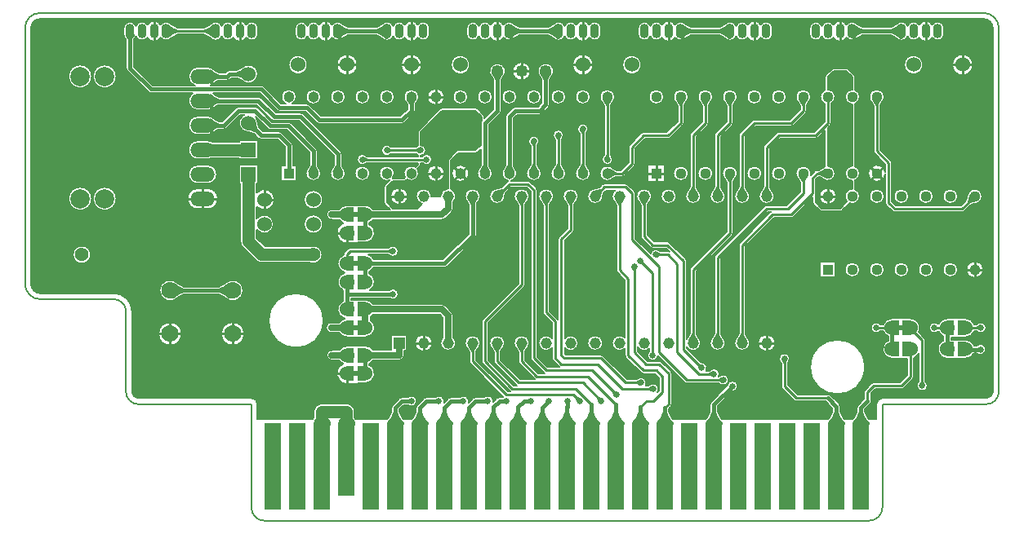
<source format=gbr>
G04 DesignSpark PCB PRO Gerber Version 10.0 Build 5299*
G04 #@! TF.Part,Single*
G04 #@! TF.FileFunction,Copper,L1,Top*
G04 #@! TF.FilePolarity,Positive*
%FSLAX35Y35*%
%MOIN*%
G04 #@! TA.AperFunction,ComponentPad*
%ADD99O,0.03543X0.05984*%
G04 #@! TA.AperFunction,SMDPad,CuDef*
%ADD82R,0.06693X0.29528*%
%ADD81R,0.06693X0.35433*%
G04 #@! TA.AperFunction,ComponentPad*
%ADD92R,0.04449X0.04449*%
%ADD89R,0.04461X0.04461*%
%ADD83R,0.04559X0.04559*%
%ADD131R,0.06000X0.06000*%
G04 #@! TD.AperFunction*
%ADD19C,0.00500*%
G04 #@! TA.AperFunction,SMDPad,CuDef*
%AMT85*0 Bullet Pad at angle 90*21,1,0.06000,0.03000,0,0,90*%
%ADD85T85*%
G04 #@! TA.AperFunction,ComponentPad*
%ADD95O,0.09937X0.06000*%
G04 #@! TA.AperFunction,SMDPad,CuDef*
%ADD88R,0.04000X0.02200*%
G04 #@! TD.AperFunction*
%ADD74C,0.01000*%
%ADD76C,0.01500*%
%ADD79C,0.02500*%
G04 #@! TA.AperFunction,ViaPad*
%ADD80C,0.02677*%
%ADD77C,0.03200*%
G04 #@! TA.AperFunction,ComponentPad*
%ADD93C,0.04449*%
%ADD90C,0.04461*%
%ADD84C,0.04559*%
G04 #@! TA.AperFunction,ViaPad*
%ADD78C,0.04800*%
G04 #@! TA.AperFunction,ComponentPad*
%ADD91C,0.04925*%
G04 #@! TD.AperFunction*
%ADD75C,0.05000*%
G04 #@! TA.AperFunction,ComponentPad*
%ADD100C,0.05610*%
G04 #@! TA.AperFunction,SMDPad,CuDef*
%ADD86C,0.06000*%
G04 #@! TA.AperFunction,ComponentPad*
%ADD94C,0.07000*%
%ADD96C,0.07874*%
G04 #@! TA.AperFunction,SMDPad,CuDef*
%AMT87*0 Bullet Pad at angle 270*21,1,0.06000,0.03000,0,0,270*%
%ADD87T87*%
G04 #@! TD.AperFunction*
X0Y0D02*
D02*
D19*
X36273Y211094D02*
Y106508D01*
G75*
G03*
X40054Y102726I3781J0D01*
G01*
X70041D01*
G75*
G02*
X77509Y95258I0J-7469D01*
G01*
Y62344D01*
G75*
G03*
X80041Y59813I2531J0D01*
G01*
X126220D01*
G75*
G02*
X128689Y57344I0J-2469D01*
G01*
Y51094D01*
X151225D01*
G75*
G02*
X151254Y51146I2934J-1633D01*
G01*
X151652Y51835D01*
Y54228D01*
G75*
G02*
X155004Y57580I3352J0D01*
G01*
X165004D01*
G75*
G02*
X168356Y54228I0J-3352D01*
G01*
Y51835D01*
X168754Y51146D01*
G75*
G02*
X168783Y51094I-2904J-1685D01*
G01*
X181728D01*
G75*
G03*
X183402Y54187I-6415J5470D01*
G01*
Y55848D01*
G75*
G02*
X183873Y56983I1602J0D01*
G01*
X186615Y59726D01*
G75*
G02*
X187750Y60197I1135J-1131D01*
G01*
X190006D01*
G75*
G02*
X193691Y58594I1494J-1602D01*
G01*
G75*
G02*
X190006Y56992I-2191J0D01*
G01*
X188414D01*
X186606Y55185D01*
Y54189D01*
G75*
G03*
X188280Y51094I8090J2376D01*
G01*
X191728D01*
G75*
G03*
X193402Y54187I-6415J5470D01*
G01*
Y55848D01*
G75*
G02*
X193873Y56983I1602J0D01*
G01*
X196615Y59726D01*
G75*
G02*
X197750Y60197I1135J-1131D01*
G01*
X201256D01*
G75*
G02*
X204846Y57957I1494J-1602D01*
G01*
X206615Y59726D01*
G75*
G02*
X207750Y60197I1135J-1131D01*
G01*
X211256D01*
G75*
G02*
X214846Y57957I1494J-1602D01*
G01*
X216615Y59726D01*
G75*
G02*
X217750Y60197I1135J-1131D01*
G01*
X221256D01*
G75*
G02*
X224917Y58274I1494J-1602D01*
G01*
X226369Y59726D01*
G75*
G02*
X227504Y60197I1135J-1131D01*
G01*
X228756D01*
G75*
G02*
X229028Y60413I1494J-1601D01*
G01*
X215555Y73887D01*
G75*
G02*
X215157Y74844I955J957D01*
G01*
Y78596D01*
G75*
G03*
X214464Y79973I-4403J-1354D01*
G01*
G75*
G02*
X213378Y82344I2046J2371D01*
G01*
G75*
G02*
X219642I3132J0D01*
G01*
Y82344D01*
G75*
G02*
X219244Y80816I-3132J0D01*
G01*
G75*
G02*
X219200Y80740I-1190J640D01*
G01*
G75*
G02*
X218557Y79974I-2691J1605D01*
G01*
G75*
G03*
X217862Y78594I3705J-2730D01*
G01*
Y75405D01*
X230820Y62447D01*
X232035D01*
G75*
G02*
X231793Y62639I715J1148D01*
G01*
X220545Y73887D01*
G75*
G02*
X220148Y74844I955J957D01*
G01*
Y91094D01*
G75*
G02*
X220545Y92052I1352J0D01*
G01*
X235157Y106665D01*
Y138596D01*
G75*
G03*
X234464Y139973I-4403J-1354D01*
G01*
G75*
G02*
X233378Y142344I2046J2371D01*
G01*
G75*
G02*
X239642I3132J0D01*
G01*
Y142344D01*
G75*
G02*
X239244Y140816I-3132J0D01*
G01*
G75*
G02*
X239200Y140740I-1190J640D01*
G01*
G75*
G02*
X238557Y139974I-2691J1605D01*
G01*
G75*
G03*
X237862Y138594I3705J-2730D01*
G01*
Y106104D01*
G75*
G02*
X237465Y105147I-1352J0D01*
G01*
X222852Y90534D01*
Y75405D01*
X233310Y64947D01*
X234535D01*
G75*
G02*
X234293Y65139I715J1148D01*
G01*
X225555Y73877D01*
G75*
G02*
X225157Y74835I955J957D01*
G01*
Y78596D01*
G75*
G03*
X224464Y79973I-4403J-1354D01*
G01*
G75*
G02*
X223378Y82344I2046J2371D01*
G01*
G75*
G02*
X229642I3132J0D01*
G01*
Y82344D01*
G75*
G02*
X229244Y80816I-3132J0D01*
G01*
G75*
G02*
X229200Y80740I-1190J640D01*
G01*
G75*
G02*
X228557Y79974I-2691J1605D01*
G01*
G75*
G03*
X227862Y78594I3705J-2730D01*
G01*
Y75395D01*
X235810Y67447D01*
X242044D01*
G75*
G02*
X241802Y67639I715J1148D01*
G01*
X235555Y73887D01*
G75*
G02*
X235157Y74844I955J957D01*
G01*
Y78596D01*
G75*
G03*
X234464Y79973I-4403J-1354D01*
G01*
G75*
G02*
X233378Y82344I2046J2371D01*
G01*
G75*
G02*
X239642I3132J0D01*
G01*
Y82344D01*
G75*
G02*
X239244Y80816I-3132J0D01*
G01*
G75*
G02*
X239200Y80740I-1190J640D01*
G01*
G75*
G02*
X238557Y79974I-2691J1605D01*
G01*
G75*
G03*
X237862Y78594I3705J-2730D01*
G01*
Y75405D01*
X243320Y69947D01*
X245785D01*
G75*
G02*
X245543Y70139I715J1148D01*
G01*
X240545Y75137D01*
G75*
G02*
X240148Y76094I955J957D01*
G01*
Y144284D01*
X238440Y145992D01*
X232060D01*
X230112Y144044D01*
G75*
G03*
X229633Y142582I4079J-2146D01*
G01*
G75*
G02*
X229642Y142344I-3124J-238D01*
G01*
G75*
G02*
X223378I-3132J0D01*
G01*
G75*
G02*
X226736Y145468I3132J0D01*
G01*
G75*
G03*
X228198Y145955I-700J4544D01*
G01*
X230543Y148300D01*
G75*
G02*
X231163Y148654I957J-956D01*
G01*
G75*
G02*
X229444Y154015I337J3064D01*
G01*
G75*
G03*
X229898Y154910I-2722J1942D01*
G01*
Y174844D01*
G75*
G02*
X230369Y175980I1602J0D01*
G01*
X232865Y178476D01*
G75*
G02*
X234000Y178947I1135J-1131D01*
G01*
X243179D01*
X244740Y180508D01*
Y189804D01*
G75*
G03*
X244151Y190970I-3933J-1256D01*
G01*
G75*
G02*
X246343Y196772I2192J2487D01*
G01*
G75*
G02*
X248534Y190970I0J-3315D01*
G01*
G75*
G03*
X247945Y189804I3344J-2422D01*
G01*
Y179844D01*
G75*
G02*
X247474Y178709I-1602J0D01*
G01*
X244978Y176213D01*
G75*
G02*
X243843Y175742I-1135J1131D01*
G01*
X234664D01*
X233102Y174181D01*
Y154910D01*
G75*
G03*
X233556Y154015I3176J1047D01*
G01*
G75*
G02*
X232110Y148697I-2056J-2297D01*
G01*
X239000D01*
G75*
G02*
X239957Y148300I0J-1352D01*
G01*
X242455Y145802D01*
G75*
G02*
X242852Y144844I-955J-957D01*
G01*
Y76655D01*
X247060Y72447D01*
X252035D01*
G75*
G02*
X251793Y72639I715J1148D01*
G01*
X249295Y75137D01*
G75*
G02*
X248898Y76094I955J957D01*
G01*
Y80318D01*
G75*
G02*
X243378Y82344I-2388J2027D01*
G01*
G75*
G02*
X248898Y84371I3132J0D01*
G01*
Y90534D01*
X245555Y93877D01*
G75*
G02*
X245157Y94835I955J957D01*
G01*
Y138596D01*
G75*
G03*
X244464Y139973I-4403J-1354D01*
G01*
G75*
G02*
X243378Y142344I2046J2371D01*
G01*
G75*
G02*
X249642I3132J0D01*
G01*
Y142344D01*
G75*
G02*
X249244Y140816I-3132J0D01*
G01*
G75*
G02*
X249200Y140740I-1190J640D01*
G01*
G75*
G02*
X248557Y139974I-2691J1605D01*
G01*
G75*
G03*
X247862Y138594I3705J-2730D01*
G01*
Y95395D01*
X251205Y92052D01*
G75*
G02*
X251398Y91810I-956J-957D01*
G01*
Y124844D01*
G75*
G02*
X251795Y125802I1352J0D01*
G01*
X255157Y129165D01*
Y138596D01*
G75*
G03*
X254464Y139973I-4403J-1354D01*
G01*
G75*
G02*
X253378Y142344I2046J2371D01*
G01*
G75*
G02*
X259642I3132J0D01*
G01*
Y142344D01*
G75*
G02*
X259244Y140816I-3132J0D01*
G01*
G75*
G02*
X259200Y140740I-1190J640D01*
G01*
G75*
G02*
X258557Y139974I-2691J1605D01*
G01*
G75*
G03*
X257862Y138594I3705J-2730D01*
G01*
Y128604D01*
G75*
G02*
X257465Y127647I-1352J0D01*
G01*
X254102Y124284D01*
Y84348D01*
G75*
G02*
X259642Y82344I2407J-2003D01*
G01*
G75*
G02*
X254102Y80341I-3132J0D01*
G01*
Y77905D01*
X254560Y77447D01*
X269000D01*
G75*
G02*
X269957Y77050I0J-1352D01*
G01*
X279560Y67447D01*
X283365D01*
G75*
G03*
X283656Y67598I-520J1359D01*
G01*
G75*
G02*
X284119Y67971I1594J-1504D01*
G01*
G75*
G02*
X284192Y68013I713J-1156D01*
G01*
G75*
G02*
X287116Y64947I1058J-1919D01*
G01*
X288365D01*
G75*
G03*
X288656Y65098I-520J1359D01*
G01*
G75*
G02*
X289119Y65471I1594J-1504D01*
G01*
G75*
G02*
X289192Y65513I713J-1156D01*
G01*
G75*
G02*
X291924Y62181I1058J-1919D01*
G01*
X292648Y62905D01*
Y68034D01*
X290940Y69742D01*
X286303D01*
G75*
G02*
X285346Y70139I0J1352D01*
G01*
X279098Y76387D01*
G75*
G02*
X278701Y77344I955J957D01*
G01*
Y80107D01*
G75*
G02*
X273378Y82344I-2191J2238D01*
G01*
G75*
G02*
X278701Y84582I3132J0D01*
G01*
Y108044D01*
X275555Y111190D01*
G75*
G02*
X275157Y112148I955J957D01*
G01*
Y138596D01*
G75*
G03*
X274464Y139973I-4403J-1354D01*
G01*
G75*
G02*
X274495Y144742I2046J2371D01*
G01*
X270810D01*
X270112Y144044D01*
G75*
G03*
X269633Y142582I4079J-2146D01*
G01*
G75*
G02*
X269642Y142344I-3124J-238D01*
G01*
G75*
G02*
X263378I-3132J0D01*
G01*
G75*
G02*
X266736Y145468I3132J0D01*
G01*
G75*
G03*
X268198Y145955I-700J4544D01*
G01*
X269293Y147050D01*
G75*
G02*
X270250Y147447I957J-955D01*
G01*
X279000D01*
G75*
G02*
X279957Y147050I0J-1352D01*
G01*
X282455Y144552D01*
G75*
G02*
X282852Y143594I-955J-957D01*
G01*
Y125070D01*
X289137Y118785D01*
G75*
G02*
X292899Y119958I2166J-329D01*
G01*
G75*
G03*
X293187Y119809I807J1210D01*
G01*
X296303D01*
G75*
G02*
X296957Y119641I0J-1353D01*
G01*
X295536Y121061D01*
X290053D01*
G75*
G02*
X289096Y121458I0J1352D01*
G01*
X285555Y124999D01*
G75*
G02*
X285157Y125957I955J957D01*
G01*
Y138596D01*
G75*
G03*
X284464Y139973I-4403J-1354D01*
G01*
G75*
G02*
X283378Y142344I2046J2371D01*
G01*
G75*
G02*
X289642I3132J0D01*
G01*
Y142344D01*
G75*
G02*
X289244Y140816I-3132J0D01*
G01*
G75*
G02*
X289200Y140740I-1190J640D01*
G01*
G75*
G02*
X288557Y139974I-2691J1605D01*
G01*
G75*
G03*
X287862Y138594I3705J-2730D01*
G01*
Y126517D01*
X290613Y123766D01*
X296096D01*
G75*
G02*
X297054Y123369I0J-1352D01*
G01*
X303508Y116914D01*
G75*
G02*
X303906Y115957I-955J-957D01*
G01*
Y84084D01*
G75*
G02*
X304464Y84716I2604J-1740D01*
G01*
G75*
G03*
X305157Y86093I-3709J2731D01*
G01*
Y112354D01*
G75*
G02*
X305555Y113312I1352J0D01*
G01*
X320148Y127905D01*
Y148076D01*
G75*
G03*
X319487Y149388I-4223J-1304D01*
G01*
G75*
G02*
X318423Y151715I2013J2326D01*
G01*
G75*
G02*
X324577I3077J0D01*
G01*
G75*
G02*
X323513Y149387I-3077J0D01*
G01*
G75*
G03*
X322852Y148077I3558J-2614D01*
G01*
Y127344D01*
G75*
G02*
X322455Y126387I-1352J0D01*
G01*
X307862Y111794D01*
Y86094D01*
G75*
G03*
X308557Y84715I4400J1350D01*
G01*
G75*
G02*
X309200Y83949I-2048J-2371D01*
G01*
G75*
G02*
X309244Y83873I-1151J-719D01*
G01*
G75*
G02*
X309642Y82345I-2734J-1528D01*
G01*
Y82344D01*
G75*
G02*
X303906Y80605I-3132J0D01*
G01*
Y80267D01*
X309677Y74496D01*
G75*
G03*
X309988Y74397I591J1321D01*
G01*
G75*
G02*
X310580Y74333I65J-2191D01*
G01*
G75*
G02*
X310660Y74312I-312J-1311D01*
G01*
G75*
G02*
X311919Y71059I-607J-2105D01*
G01*
X313168D01*
G75*
G03*
X313459Y71210I-520J1359D01*
G01*
G75*
G02*
X313922Y71583I1594J-1504D01*
G01*
G75*
G02*
X313995Y71625I713J-1156D01*
G01*
G75*
G02*
X316920Y68560I1058J-1919D01*
G01*
G75*
G03*
X317209Y68710I-521J1358D01*
G01*
G75*
G02*
X317672Y69083I1594J-1504D01*
G01*
G75*
G02*
X317745Y69125I713J-1156D01*
G01*
G75*
G02*
X320994Y67207I1058J-1919D01*
G01*
G75*
G02*
X317745Y65288I-2191J0D01*
G01*
G75*
G02*
X317672Y65330I641J1198D01*
G01*
G75*
G02*
X317209Y65704I1131J1877D01*
G01*
G75*
G03*
X316918Y65854I-811J-1208D01*
G01*
X303803D01*
G75*
G02*
X302846Y66252I0J1352D01*
G01*
X292198Y76899D01*
G75*
G02*
X287862Y77344I-2145J446D01*
G01*
G75*
G02*
X288701Y79068I2191J0D01*
G01*
Y80107D01*
G75*
G02*
X283906Y80605I-2191J2238D01*
G01*
Y79017D01*
X287976Y74947D01*
X292750D01*
G75*
G02*
X293707Y74550I0J-1352D01*
G01*
X297455Y70802D01*
G75*
G02*
X297852Y69844I-955J-957D01*
G01*
Y57344D01*
G75*
G02*
X297455Y56387I-1352J0D01*
G01*
X296606Y55538D01*
Y54189D01*
G75*
G03*
X298280Y51094I8090J2376D01*
G01*
X311728D01*
G75*
G03*
X313402Y54187I-6415J5470D01*
G01*
Y57157D01*
G75*
G02*
X313873Y58293I1602J0D01*
G01*
X320363Y64783D01*
G75*
G02*
X324744Y64707I2190J-76D01*
G01*
G75*
G02*
X322630Y62517I-2191J0D01*
G01*
X316606Y56494D01*
Y54189D01*
G75*
G03*
X318280Y51094I8090J2376D01*
G01*
X361728D01*
G75*
G03*
X363402Y54187I-6415J5470D01*
G01*
Y55677D01*
X360586Y58492D01*
X348665D01*
G75*
G02*
X347708Y58889I0J1352D01*
G01*
X342848Y63749D01*
G75*
G02*
X342451Y64707I955J957D01*
G01*
Y74072D01*
G75*
G03*
X342300Y74363I-1359J-520D01*
G01*
G75*
G02*
X341927Y74826I1504J1594D01*
G01*
G75*
G02*
X341885Y74899I1156J713D01*
G01*
G75*
G02*
X341612Y75957I1919J1058D01*
G01*
G75*
G02*
X345994I2191J0D01*
G01*
G75*
G02*
X345304Y74361I-2191J0D01*
G01*
G75*
G03*
X345156Y74073I1210J-807D01*
G01*
Y65267D01*
X349226Y61197D01*
X360641D01*
G75*
G02*
X362633Y60978I859J-1352D01*
G01*
X366135Y57476D01*
G75*
G02*
X366606Y56341I-1131J-1135D01*
G01*
Y54189D01*
G75*
G03*
X368280Y51094I8090J2376D01*
G01*
X371728D01*
G75*
G03*
X373402Y54187I-6415J5470D01*
G01*
Y55848D01*
G75*
G02*
X373873Y56983I1602J0D01*
G01*
X376398Y59508D01*
Y62344D01*
G75*
G02*
X376795Y63302I1352J0D01*
G01*
X379293Y65800D01*
G75*
G02*
X380250Y66197I957J-955D01*
G01*
X390940D01*
X393898Y69155D01*
Y75992D01*
X387750D01*
G75*
G02*
X386148Y83348I0J3852D01*
G01*
Y85091D01*
G75*
G02*
X384143Y87242I1602J3503D01*
G01*
X383027D01*
G75*
G02*
X379112Y88594I-1724J1352D01*
G01*
G75*
G02*
X383027Y89947I2191J0D01*
G01*
X384143D01*
G75*
G02*
X387750Y92447I3607J-1352D01*
G01*
X395250D01*
G75*
G02*
X398646Y86776I0J-3852D01*
G01*
X401008Y84414D01*
G75*
G02*
X401406Y83457I-955J-957D01*
G01*
Y66728D01*
G75*
G03*
X401554Y66440I1359J519D01*
G01*
G75*
G02*
X402244Y64844I-1501J-1596D01*
G01*
G75*
G02*
X397862I-2191J0D01*
G01*
G75*
G02*
X398135Y65902I2191J0D01*
G01*
G75*
G02*
X398177Y65976I1198J-641D01*
G01*
G75*
G02*
X398550Y66439I1877J-1131D01*
G01*
G75*
G03*
X398701Y66730I-1208J811D01*
G01*
Y78132D01*
G75*
G02*
X396602Y76237I-3451J1713D01*
G01*
Y68594D01*
G75*
G02*
X396205Y67637I-1352J0D01*
G01*
X392457Y63889D01*
G75*
G02*
X391500Y63492I-957J955D01*
G01*
X380810D01*
X379102Y61784D01*
Y59454D01*
G75*
G02*
X378883Y57461I-1352J-859D01*
G01*
X376606Y55185D01*
Y54189D01*
G75*
G03*
X378280Y51094I8090J2376D01*
G01*
X381389D01*
Y57344D01*
G75*
G02*
X383858Y59813I2469J0D01*
G01*
X426304D01*
G75*
G03*
X428836Y62344I0J2531D01*
G01*
Y211094D01*
G75*
G03*
X425054Y214876I-3781J0D01*
G01*
X40054D01*
G75*
G03*
X36273Y211094I0J-3781D01*
G01*
X51555Y141341D02*
G75*
G02*
X61134I4789J0D01*
G01*
G75*
G02*
X51555I-4789J0D01*
G01*
X53354Y118457D02*
G75*
G02*
X60669I3657J0D01*
G01*
G75*
G02*
X53354I-3657J0D01*
G01*
X51555Y191341D02*
G75*
G02*
X61134I4789J0D01*
G01*
G75*
G02*
X51555I-4789J0D01*
G01*
X61555Y141341D02*
G75*
G02*
X71134I4789J0D01*
G01*
G75*
G02*
X61555I-4789J0D01*
G01*
Y191341D02*
G75*
G02*
X71134I4789J0D01*
G01*
G75*
G02*
X61555I-4789J0D01*
G01*
X188417Y182970D02*
G75*
G02*
X194583I3083J0D01*
G01*
G75*
G02*
X193556Y180674I-3083J0D01*
G01*
G75*
G03*
X193102Y179779I2722J-1942D01*
G01*
Y177348D01*
G75*
G02*
Y177345I-621J-1D01*
G01*
G75*
G02*
Y177344I-627J0D01*
G01*
G75*
G02*
X192633Y176211I-1602J0D01*
G01*
X188883Y172461D01*
G75*
G02*
X187747Y171992I-1133J1133D01*
G01*
X153803D01*
G75*
G02*
X152668Y172463I0J1602D01*
G01*
X148139Y176992D01*
X137750D01*
G75*
G02*
X136615Y177463I0J1602D01*
G01*
X129586Y184492D01*
X110528D01*
G75*
G02*
X111239Y183846I-2215J-3152D01*
G01*
G75*
G03*
X113036Y182943I3522J4766D01*
G01*
X128997D01*
G75*
G02*
X130133Y182474I3J-1602D01*
G01*
X136160Y176447D01*
X146303D01*
G75*
G02*
X147438Y175976I0J-1602D01*
G01*
X162631Y160783D01*
G75*
G02*
X163102Y159648I-1131J-1135D01*
G01*
Y154910D01*
G75*
G03*
X163556Y154015I3176J1047D01*
G01*
G75*
G02*
X164583Y151719I-2056J-2297D01*
G01*
G75*
G02*
X158417I-3083J0D01*
G01*
G75*
G02*
X159444Y154015I3083J0D01*
G01*
G75*
G03*
X159898Y154910I-2722J1942D01*
G01*
Y158984D01*
X145639Y173242D01*
X135499D01*
G75*
G02*
X134363Y173711I-3J1602D01*
G01*
X128336Y179738D01*
X113037D01*
G75*
G03*
X111237Y178833I1728J-5673D01*
G01*
G75*
G02*
X110248Y178009I-2924J2508D01*
G01*
G75*
G02*
X110231Y178000I-823J1364D01*
G01*
G75*
G02*
X108313Y177488I-1918J3341D01*
G01*
X104376D01*
G75*
G02*
X102161Y184492I0J3852D01*
G01*
X85250D01*
G75*
G02*
X84115Y184963I0J1602D01*
G01*
X75487Y193591D01*
G75*
G02*
X75016Y194726I1131J1135D01*
G01*
Y206336D01*
G75*
G03*
X74822Y206711I-1700J-641D01*
G01*
G75*
G02*
X74352Y207301I1795J1913D01*
G01*
G75*
G02*
X74340Y207322I1455J853D01*
G01*
G75*
G02*
X73994Y208624I2278J1302D01*
G01*
Y211065D01*
G75*
G02*
X79079Y211976I2624J0D01*
G01*
G75*
G02*
X83772Y212444I2461J-911D01*
G01*
G75*
G02*
X89149I2689J-1379D01*
G01*
G75*
G02*
X92681Y213345I2233J-1379D01*
G01*
G75*
G02*
X92706Y213330I-641J-1119D01*
G01*
G75*
G02*
X93438Y212695I-1324J-2266D01*
G01*
G75*
G03*
X96224Y211197I4922J5813D01*
G01*
X106776D01*
G75*
G03*
X109562Y212695I-2135J7311D01*
G01*
G75*
G02*
X110294Y213330I2056J-1631D01*
G01*
G75*
G02*
X110319Y213345I710J-1181D01*
G01*
G75*
G02*
X114079Y211976I1299J-2280D01*
G01*
G75*
G02*
X118772Y212444I2461J-911D01*
G01*
G75*
G02*
X124149I2689J-1379D01*
G01*
G75*
G02*
X129006Y211065I2233J-1379D01*
G01*
Y208624D01*
G75*
G02*
X124149Y207245I-2624J0D01*
G01*
G75*
G02*
X118772I-2689J1379D01*
G01*
G75*
G02*
X114079Y207713I-2233J1379D01*
G01*
G75*
G02*
X110319Y206344I-2461J911D01*
G01*
G75*
G02*
X110294Y206359I641J1119D01*
G01*
G75*
G02*
X109562Y206994I1324J2266D01*
G01*
G75*
G03*
X106776Y208492I-4922J-5813D01*
G01*
X96224D01*
G75*
G03*
X93438Y206994I2135J-7311D01*
G01*
G75*
G02*
X92706Y206359I-2056J1631D01*
G01*
G75*
G02*
X92681Y206344I-710J1181D01*
G01*
G75*
G02*
X89149Y207245I-1299J2280D01*
G01*
G75*
G02*
X83772I-2689J1379D01*
G01*
G75*
G02*
X79079Y207713I-2233J1379D01*
G01*
G75*
G02*
X78896Y207322I-2461J911D01*
G01*
G75*
G02*
X78884Y207301I-1533J871D01*
G01*
G75*
G02*
X78414Y206711I-2265J1322D01*
G01*
G75*
G03*
X78220Y206336I1506J-1016D01*
G01*
Y195390D01*
X85914Y187697D01*
X103125D01*
G75*
G02*
X104376Y195193I1251J3644D01*
G01*
X108313D01*
G75*
G02*
X111239Y193846I0J-3852D01*
G01*
G75*
G03*
X113036Y192943I3522J4766D01*
G01*
X115639D01*
X116174Y193478D01*
G75*
G02*
X117310Y193947I1133J-1133D01*
G01*
X120329D01*
G75*
G03*
X122128Y194852I-1724J5669D01*
G01*
G75*
G02*
X128906Y192344I2925J-2507D01*
G01*
G75*
G02*
X122128Y189837I-3852J0D01*
G01*
G75*
G03*
X120329Y190742I-3523J-4764D01*
G01*
X117971D01*
X117436Y190207D01*
G75*
G02*
X116300Y189738I-1133J1133D01*
G01*
X113037D01*
G75*
G03*
X111237Y188833I1728J-5673D01*
G01*
G75*
G02*
X110248Y188009I-2924J2508D01*
G01*
G75*
G02*
X110231Y188000I-823J1364D01*
G01*
G75*
G02*
X109564Y187697I-1918J3341D01*
G01*
X130250D01*
G75*
G02*
X131385Y187226I0J-1602D01*
G01*
X138414Y180197D01*
X140155D01*
G75*
G02*
X138417Y182970I1345J2774D01*
G01*
G75*
G02*
X144583I3083J0D01*
G01*
G75*
G02*
X142845Y180197I-3083J0D01*
G01*
X148803D01*
G75*
G02*
X149938Y179726I0J-1602D01*
G01*
X154467Y175197D01*
X187086D01*
X189898Y178008D01*
Y179779D01*
G75*
G03*
X189444Y180674I-3176J-1047D01*
G01*
G75*
G02*
X188417Y182970I2056J2297D01*
G01*
X226657Y196772D02*
G75*
G02*
X228849Y190970I0J-3315D01*
G01*
G75*
G03*
X228260Y189804I3344J-2422D01*
G01*
Y177344D01*
G75*
G02*
X227789Y176209I-1602J0D01*
G01*
X223102Y171523D01*
Y154910D01*
G75*
G03*
X223556Y154015I3176J1047D01*
G01*
G75*
G02*
X224583Y151719I-2056J-2297D01*
G01*
G75*
G02*
X218417I-3083J0D01*
G01*
G75*
G02*
X219444Y154015I3083J0D01*
G01*
G75*
G03*
X219898Y154910I-2722J1942D01*
G01*
Y161683D01*
X218530Y160315D01*
G75*
G02*
X217749Y159992I-780J780D01*
G01*
X210707D01*
X207602Y156888D01*
Y145476D01*
G75*
G02*
X207586Y145286I-1102J0D01*
G01*
G75*
G02*
X208612Y140023I-1076J-2941D01*
G01*
Y137344D01*
G75*
G02*
X207870Y135742I-2102J0D01*
G01*
X205487Y133358D01*
G75*
G02*
X204000Y132742I-1487J1486D01*
G01*
X175978D01*
G75*
G02*
X174352Y131341I-3228J2102D01*
G01*
Y130848D01*
G75*
G02*
X172750Y123492I-1602J-3503D01*
G01*
X169500D01*
Y123094D01*
X165250D01*
G75*
G02*
X163719Y131309I0J4250D01*
G01*
G75*
G02*
X162022Y132742I1531J3535D01*
G01*
X159617D01*
G75*
G02*
X156809Y134844I-617J2102D01*
G01*
G75*
G02*
X159617Y136947I2191J0D01*
G01*
X162022D01*
G75*
G02*
X165250Y138697I3228J-2102D01*
G01*
X172750D01*
G75*
G02*
X175978Y136947I0J-3852D01*
G01*
X182839D01*
X180720Y139065D01*
G75*
G02*
X180398Y139844I780J780D01*
G01*
Y146094D01*
G75*
G02*
X180720Y146874I1102J0D01*
G01*
X182745Y148898D01*
G75*
G02*
X178417Y151719I-1245J2820D01*
G01*
G75*
G02*
X184583I3083J0D01*
G01*
G75*
G02*
X183813Y149681I-3082J0D01*
G01*
G75*
G02*
X184001Y149697I186J-1086D01*
G01*
X188543D01*
X188875Y150029D01*
G75*
G02*
X188904Y150056I779J-783D01*
G01*
G75*
G02*
X193162Y154315I2596J1662D01*
G01*
G75*
G02*
X193190Y154343I811J-750D01*
G01*
X194148Y155301D01*
Y155992D01*
X173384D01*
G75*
G03*
X173096Y155843I519J-1359D01*
G01*
G75*
G02*
X169309Y157344I-1596J1501D01*
G01*
G75*
G02*
X173096Y158846I2191J0D01*
G01*
G75*
G03*
X173384Y158697I807J1210D01*
G01*
X194148D01*
Y158904D01*
G75*
G02*
X194183Y159181I1102J0D01*
G01*
G75*
G02*
X194119Y159218I652J1193D01*
G01*
G75*
G02*
X193656Y159591I1131J1877D01*
G01*
G75*
G03*
X193365Y159742I-811J-1208D01*
G01*
X183384D01*
G75*
G03*
X183096Y159593I519J-1359D01*
G01*
G75*
G02*
X179309Y161094I-1596J1501D01*
G01*
G75*
G02*
X183096Y162596I2191J0D01*
G01*
G75*
G03*
X183384Y162447I807J1210D01*
G01*
X193365D01*
G75*
G03*
X193656Y162598I-520J1359D01*
G01*
G75*
G02*
X194119Y162971I1594J-1504D01*
G01*
G75*
G02*
X194183Y163008I716J-1155D01*
G01*
G75*
G02*
X194148Y163285I1067J277D01*
G01*
Y168594D01*
G75*
G02*
X194470Y169374I1102J0D01*
G01*
X203220Y178124D01*
G75*
G02*
X204001Y178447I780J-780D01*
G01*
X217749D01*
G75*
G02*
X218530Y178124I1J-1102D01*
G01*
X221030Y175624D01*
G75*
G02*
X221352Y174844I-780J-780D01*
G01*
Y174306D01*
X225055Y178008D01*
Y189804D01*
G75*
G03*
X224466Y190970I-3933J-1256D01*
G01*
G75*
G02*
X226657Y196772I2192J2487D01*
G01*
X228417Y182970D02*
G75*
G02*
X234583I3083J0D01*
G01*
G75*
G02*
X228417I-3083J0D01*
G01*
X208020Y151719D02*
G75*
G02*
X214980I3480J0D01*
G01*
G75*
G02*
X208020I-3480J0D01*
G01*
X213378Y142344D02*
G75*
G02*
X219642I3132J0D01*
G01*
G75*
G02*
X219253Y140833I-3132J0D01*
G01*
G75*
G02*
X219190Y140725I-1420J748D01*
G01*
G75*
G02*
X218596Y140009I-2681J1620D01*
G01*
G75*
G03*
X218112Y139054I2852J-2046D01*
G01*
Y126301D01*
G75*
G02*
X217641Y125166I-1602J0D01*
G01*
X206188Y113713D01*
G75*
G02*
X205053Y113242I-1135J1131D01*
G01*
X176253D01*
G75*
G02*
X174352Y111341I-3503J1602D01*
G01*
Y110848D01*
G75*
G02*
X174566Y103947I-1602J-3503D01*
G01*
X182506D01*
G75*
G02*
X186191Y102344I1494J-1602D01*
G01*
G75*
G02*
X182506Y100742I-2191J0D01*
G01*
X166852D01*
Y99947D01*
X172750D01*
G75*
G02*
X175978Y98197I0J-3852D01*
G01*
X204000D01*
G75*
G02*
X205487Y97581I0J-2102D01*
G01*
X207996Y95072D01*
G75*
G02*
X208612Y93585I-1486J-1487D01*
G01*
Y84666D01*
G75*
G02*
X209642Y82344I-2102J-2321D01*
G01*
G75*
G02*
X203378I-3132J0D01*
G01*
G75*
G02*
X204407Y84666I3132J0D01*
G01*
Y92714D01*
X203129Y93992D01*
X175978D01*
G75*
G02*
X174852Y92867I-3228J2102D01*
G01*
Y91822D01*
G75*
G02*
X172750Y84742I-2102J-3228D01*
G01*
X165250D01*
G75*
G02*
X162022Y86492I0J3852D01*
G01*
X159420D01*
G75*
G02*
X156612Y88594I-617J2102D01*
G01*
G75*
G02*
X159420Y90697I2191J0D01*
G01*
X162022D01*
G75*
G02*
X164368Y92344I3228J-2102D01*
G01*
G75*
G02*
X163648Y99598I882J3750D01*
G01*
Y103841D01*
G75*
G02*
X164368Y111094I1602J3503D01*
G01*
G75*
G02*
X163898Y118452I882J3750D01*
G01*
Y118594D01*
G75*
G02*
X164295Y119552I1352J0D01*
G01*
X165543Y120800D01*
G75*
G02*
X166500Y121197I957J-955D01*
G01*
X182115D01*
G75*
G03*
X182406Y121348I-520J1359D01*
G01*
G75*
G02*
X182869Y121721I1594J-1504D01*
G01*
G75*
G02*
X182942Y121763I713J-1156D01*
G01*
G75*
G02*
X186191Y119844I1058J-1919D01*
G01*
G75*
G02*
X182942Y117926I-2191J0D01*
G01*
G75*
G02*
X182869Y117968I641J1198D01*
G01*
G75*
G02*
X182406Y118341I1131J1877D01*
G01*
G75*
G03*
X182115Y118492I-811J-1208D01*
G01*
X173989D01*
G75*
G02*
X176253Y116447I-1239J-3648D01*
G01*
X204389D01*
X214907Y126965D01*
Y139055D01*
G75*
G03*
X214425Y140007I-3336J-1091D01*
G01*
G75*
G02*
X213810Y140757I2086J2338D01*
G01*
G75*
G02*
X213785Y140801I1353J808D01*
G01*
G75*
G02*
X213378Y142344I2726J1544D01*
G01*
X192980Y82344D02*
G75*
G02*
X200039I3530J0D01*
G01*
G75*
G02*
X192980I-3530J0D01*
G01*
X183378Y85476D02*
X189642D01*
Y79213D01*
X188612D01*
Y77378D01*
G75*
G02*
X187988Y75883I-2102J0D01*
G01*
X187971Y75866D01*
G75*
G02*
X186476Y75242I-1495J1478D01*
G01*
X175978D01*
G75*
G02*
X174352Y73841I-3228J2102D01*
G01*
Y73348D01*
G75*
G02*
X172750Y65992I-1602J-3503D01*
G01*
X169500D01*
Y65594D01*
X165250D01*
G75*
G02*
X163719Y73809I0J4250D01*
G01*
G75*
G02*
X162022Y75242I1531J3535D01*
G01*
X159617D01*
G75*
G02*
X156809Y77344I-617J2102D01*
G01*
G75*
G02*
X159617Y79447I2191J0D01*
G01*
X162022D01*
G75*
G02*
X165250Y81197I3228J-2102D01*
G01*
X172750D01*
G75*
G02*
X175978Y79447I0J-3852D01*
G01*
X183378D01*
Y85476D01*
X168417Y151719D02*
G75*
G02*
X174583I3083J0D01*
G01*
G75*
G02*
X168417I-3083J0D01*
G01*
X88266Y86094D02*
G75*
G02*
X97766I4750J0D01*
G01*
G75*
G02*
X88266I-4750J0D01*
G01*
X115277Y106614D02*
G75*
G02*
X122959Y103811I3330J-2803D01*
G01*
G75*
G02*
X115277Y101008I-4352J0D01*
G01*
G75*
G03*
X112884Y102209I-4553J-6088D01*
G01*
X98738D01*
G75*
G03*
X96345Y101008I2158J-7288D01*
G01*
G75*
G02*
X88663Y103811I-3330J2803D01*
G01*
G75*
G02*
X96345Y106614I4352J0D01*
G01*
G75*
G03*
X98738Y105413I4551J6087D01*
G01*
X112884D01*
G75*
G03*
X115277Y106614I-2161J7289D01*
G01*
X113856Y86094D02*
G75*
G02*
X123356I4750J0D01*
G01*
G75*
G02*
X113856I-4750J0D01*
G01*
X108313Y145591D02*
G75*
G02*
Y137091I0J-4250D01*
G01*
X104376D01*
G75*
G02*
Y145591I0J4250D01*
G01*
X108313D01*
Y155193D02*
G75*
G02*
Y147488I0J-3852D01*
G01*
X104376D01*
G75*
G02*
Y155193I0J3852D01*
G01*
X108313D01*
X121201Y165193D02*
X128906D01*
Y157488D01*
X121201D01*
Y157988D01*
X110211D01*
G75*
G02*
X108313Y157488I-1898J3353D01*
G01*
X104376D01*
G75*
G02*
Y165193I0J3852D01*
G01*
X108313D01*
G75*
G02*
X110211Y164693I0J-3853D01*
G01*
X121201D01*
Y165193D01*
X150037Y121809D02*
G75*
G02*
X155157Y118457I1463J-3352D01*
G01*
G75*
G02*
X150037Y115104I-3658J0D01*
G01*
X130393D01*
G75*
G02*
X128017Y116086I-5J3352D01*
G01*
X122683Y121421D01*
G75*
G02*
X121701Y123791I2370J2370D01*
G01*
G75*
G02*
Y123793I1381J1D01*
G01*
G75*
G02*
Y123796I1381J2D01*
G01*
Y147488D01*
X121201D01*
Y155193D01*
X128906D01*
Y147488D01*
X128406D01*
Y143870D01*
G75*
G02*
X135750Y140957I3094J-2913D01*
G01*
G75*
G02*
X128406Y138044I-4250J0D01*
G01*
Y133251D01*
G75*
G02*
X135352Y130957I3094J-2294D01*
G01*
G75*
G02*
X128406Y128662I-3852J0D01*
G01*
Y125180D01*
X131776Y121809D01*
X150037D01*
X133324Y91533D02*
G75*
G02*
X155580I11128J0D01*
G01*
G75*
G02*
X133324I-11128J0D01*
G01*
X153556Y154015D02*
G75*
G02*
X154583Y151719I-2056J-2297D01*
G01*
G75*
G02*
X148417I-3083J0D01*
G01*
G75*
G02*
X149444Y154015I3083J0D01*
G01*
G75*
G03*
X149898Y154910I-2722J1942D01*
G01*
Y160234D01*
X140639Y169492D01*
X134000D01*
G75*
G02*
X132865Y169963I0J1602D01*
G01*
X127985Y174843D01*
G75*
G02*
X128906Y172344I-2932J-2498D01*
G01*
G75*
G02*
X128894Y172049I-3854J1D01*
G01*
G75*
G03*
X129526Y170137I5859J878D01*
G01*
X130855Y168809D01*
X137553D01*
G75*
G02*
X138688Y168338I0J-1602D01*
G01*
X142631Y164395D01*
G75*
G02*
X143102Y163260I-1131J-1135D01*
G01*
Y154801D01*
X144583D01*
Y148636D01*
X138417D01*
Y154801D01*
X139898D01*
Y162596D01*
X136889Y165604D01*
X130191D01*
G75*
G02*
X129056Y166076I0J1602D01*
G01*
X127261Y167871D01*
G75*
G03*
X125349Y168504I-2789J-5228D01*
G01*
G75*
G02*
X125053Y168492I-296J3843D01*
G01*
G75*
G02*
X123237Y175742I0J3852D01*
G01*
X121721D01*
X116188Y170209D01*
G75*
G02*
X115053Y169738I-1135J1131D01*
G01*
X113037D01*
G75*
G03*
X111237Y168833I1728J-5673D01*
G01*
G75*
G02*
X110248Y168009I-2924J2508D01*
G01*
G75*
G02*
X110231Y168000I-823J1364D01*
G01*
G75*
G02*
X108313Y167488I-1918J3341D01*
G01*
X104376D01*
G75*
G02*
Y175193I0J3852D01*
G01*
X108313D01*
G75*
G02*
X111239Y173846I0J-3852D01*
G01*
G75*
G03*
X113036Y172943I3522J4766D01*
G01*
X114389D01*
X119922Y178476D01*
G75*
G02*
X121057Y178947I1135J-1131D01*
G01*
X127750D01*
G75*
G02*
X128885Y178476I0J-1602D01*
G01*
X134664Y172697D01*
X141303D01*
G75*
G02*
X142438Y172226I0J-1602D01*
G01*
X152631Y162033D01*
G75*
G02*
X153102Y160898I-1131J-1135D01*
G01*
Y154910D01*
G75*
G03*
X153556Y154015I3176J1047D01*
G01*
X147648Y130957D02*
G75*
G02*
X155352I3852J0D01*
G01*
G75*
G02*
X147648I-3852J0D01*
G01*
Y140957D02*
G75*
G02*
X155352I3852J0D01*
G01*
G75*
G02*
X147648I-3852J0D01*
G01*
X141398Y196094D02*
G75*
G02*
X149102I3852J0D01*
G01*
G75*
G02*
X141398I-3852J0D01*
G01*
X148417Y182970D02*
G75*
G02*
X154583I3083J0D01*
G01*
G75*
G02*
X148417I-3083J0D01*
G01*
X194149Y212444D02*
G75*
G02*
X199006Y211065I2233J-1379D01*
G01*
Y208624D01*
G75*
G02*
X194149Y207245I-2624J0D01*
G01*
G75*
G02*
X188772I-2689J1379D01*
G01*
G75*
G02*
X184079Y207713I-2233J1379D01*
G01*
G75*
G02*
X180316Y206346I-2461J911D01*
G01*
G75*
G02*
X180295Y206358I871J1533D01*
G01*
G75*
G02*
X179585Y206965I1322J2266D01*
G01*
G75*
G03*
X177239Y208242I-4227J-4972D01*
G01*
X165761D01*
G75*
G03*
X163415Y206965I1885J-6257D01*
G01*
G75*
G02*
X162705Y206358I-2032J1659D01*
G01*
G75*
G02*
X162684Y206346I-853J1455D01*
G01*
G75*
G02*
X159149Y207245I-1302J2278D01*
G01*
G75*
G02*
X153772I-2689J1379D01*
G01*
G75*
G02*
X149079Y207713I-2233J1379D01*
G01*
G75*
G02*
X143994Y208624I-2461J911D01*
G01*
Y211065D01*
G75*
G02*
X149079Y211976I2624J0D01*
G01*
G75*
G02*
X153772Y212444I2461J-911D01*
G01*
G75*
G02*
X159149I2689J-1379D01*
G01*
G75*
G02*
X162684Y213343I2233J-1379D01*
G01*
G75*
G02*
X162705Y213331I-871J-1533D01*
G01*
G75*
G02*
X163415Y212724I-1322J-2265D01*
G01*
G75*
G03*
X165761Y211447I4231J4979D01*
G01*
X177239D01*
G75*
G03*
X179585Y212723I-1885J6257D01*
G01*
G75*
G02*
X184079Y211976I2033J-1658D01*
G01*
G75*
G02*
X188772Y212444I2461J-911D01*
G01*
G75*
G02*
X194149I2689J-1379D01*
G01*
X198020Y182970D02*
G75*
G02*
X204980I3480J0D01*
G01*
G75*
G02*
X198020I-3480J0D01*
G01*
X187250Y196094D02*
G75*
G02*
X195750I4250J0D01*
G01*
G75*
G02*
X187250I-4250J0D01*
G01*
X178417Y182970D02*
G75*
G02*
X184583I3083J0D01*
G01*
G75*
G02*
X178417I-3083J0D01*
G01*
X161000Y196094D02*
G75*
G02*
X169500I4250J0D01*
G01*
G75*
G02*
X161000I-4250J0D01*
G01*
X168417Y182970D02*
G75*
G02*
X174583I3083J0D01*
G01*
G75*
G02*
X168417I-3083J0D01*
G01*
X158417D02*
G75*
G02*
X164583I3083J0D01*
G01*
G75*
G02*
X158417I-3083J0D01*
G01*
X207648Y196094D02*
G75*
G02*
X215352I3852J0D01*
G01*
G75*
G02*
X207648I-3852J0D01*
G01*
X208417Y182970D02*
G75*
G02*
X214583I3083J0D01*
G01*
G75*
G02*
X208417I-3083J0D01*
G01*
X264149Y212444D02*
G75*
G02*
X269006Y211065I2233J-1379D01*
G01*
Y208624D01*
G75*
G02*
X264149Y207245I-2624J0D01*
G01*
G75*
G02*
X258772I-2689J1379D01*
G01*
G75*
G02*
X254079Y207713I-2233J1379D01*
G01*
G75*
G02*
X250316Y206346I-2461J911D01*
G01*
G75*
G02*
X250295Y206358I871J1533D01*
G01*
G75*
G02*
X249585Y206965I1322J2266D01*
G01*
G75*
G03*
X247239Y208242I-4227J-4972D01*
G01*
X235761D01*
G75*
G03*
X233415Y206965I1885J-6257D01*
G01*
G75*
G02*
X232705Y206358I-2032J1659D01*
G01*
G75*
G02*
X232684Y206346I-853J1455D01*
G01*
G75*
G02*
X229149Y207245I-1302J2278D01*
G01*
G75*
G02*
X223772I-2689J1379D01*
G01*
G75*
G02*
X219079Y207713I-2233J1379D01*
G01*
G75*
G02*
X213994Y208624I-2461J911D01*
G01*
Y211065D01*
G75*
G02*
X219079Y211976I2624J0D01*
G01*
G75*
G02*
X223772Y212444I2461J-911D01*
G01*
G75*
G02*
X229149I2689J-1379D01*
G01*
G75*
G02*
X232684Y213343I2233J-1379D01*
G01*
G75*
G02*
X232705Y213331I-871J-1533D01*
G01*
G75*
G02*
X233415Y212724I-1322J-2265D01*
G01*
G75*
G03*
X235761Y211447I4231J4979D01*
G01*
X247239D01*
G75*
G03*
X249585Y212723I-1885J6257D01*
G01*
G75*
G02*
X254079Y211976I2033J-1658D01*
G01*
G75*
G02*
X258772Y212444I2461J-911D01*
G01*
G75*
G02*
X264149I2689J-1379D01*
G01*
X298423Y182974D02*
G75*
G02*
X304577I3077J0D01*
G01*
G75*
G02*
X303513Y180647I-3077J0D01*
G01*
G75*
G03*
X302852Y179337I3558J-2614D01*
G01*
Y172404D01*
G75*
G02*
X302455Y171446I-1352J0D01*
G01*
X297261Y166252D01*
G75*
G02*
X296303Y165854I-957J955D01*
G01*
X286863D01*
X282852Y161843D01*
Y155665D01*
G75*
G02*
X282455Y154708I-1352J0D01*
G01*
X278511Y150763D01*
G75*
G02*
X277553Y150366I-957J955D01*
G01*
X275152D01*
G75*
G03*
X273830Y149700I1307J-4240D01*
G01*
G75*
G02*
X273079Y149071I-2331J2019D01*
G01*
G75*
G02*
X273004Y149028I-708J1148D01*
G01*
G75*
G02*
X268417Y151719I-1504J2691D01*
G01*
G75*
G02*
X273004Y154409I3083J0D01*
G01*
G75*
G02*
X273079Y154366I-632J-1191D01*
G01*
G75*
G02*
X273830Y153737I-1580J-2648D01*
G01*
G75*
G03*
X275152Y153071I2629J3574D01*
G01*
X276993D01*
X280148Y156226D01*
Y162404D01*
G75*
G02*
X280545Y163361I1352J0D01*
G01*
X285346Y168162D01*
G75*
G02*
X286303Y168559I957J-955D01*
G01*
X295743D01*
X300148Y172964D01*
Y179335D01*
G75*
G03*
X299487Y180648I-4223J-1304D01*
G01*
G75*
G02*
X298423Y182974I2013J2326D01*
G01*
Y151715D02*
G75*
G02*
X304577I3077J0D01*
G01*
G75*
G02*
X298423I-3077J0D01*
G01*
X308423Y182974D02*
G75*
G02*
X314577I3077J0D01*
G01*
G75*
G02*
X313513Y180647I-3077J0D01*
G01*
G75*
G03*
X312852Y179337I3558J-2614D01*
G01*
Y172344D01*
G75*
G02*
X312455Y171387I-1352J0D01*
G01*
X307862Y166794D01*
Y146094D01*
G75*
G03*
X308557Y144715I4400J1350D01*
G01*
G75*
G02*
X309200Y143949I-2048J-2371D01*
G01*
G75*
G02*
X309244Y143873I-1151J-719D01*
G01*
G75*
G02*
X309642Y142345I-2734J-1528D01*
G01*
Y142344D01*
G75*
G02*
X303378I-3132J0D01*
G01*
G75*
G02*
X304464Y144716I3132J0D01*
G01*
G75*
G03*
X305157Y146093I-3709J2731D01*
G01*
Y167354D01*
G75*
G02*
X305555Y168312I1352J0D01*
G01*
X310148Y172905D01*
Y179335D01*
G75*
G03*
X309487Y180648I-4223J-1304D01*
G01*
G75*
G02*
X308423Y182974I2013J2326D01*
G01*
Y151715D02*
G75*
G02*
X314577I3077J0D01*
G01*
G75*
G02*
X308423I-3077J0D01*
G01*
X318423Y182974D02*
G75*
G02*
X324577I3077J0D01*
G01*
G75*
G02*
X323513Y180647I-3077J0D01*
G01*
G75*
G03*
X322852Y179337I3558J-2614D01*
G01*
Y172344D01*
G75*
G02*
X322455Y171387I-1352J0D01*
G01*
X317862Y166794D01*
Y146094D01*
G75*
G03*
X318557Y144715I4400J1350D01*
G01*
G75*
G02*
X319200Y143949I-2048J-2371D01*
G01*
G75*
G02*
X319244Y143873I-1151J-719D01*
G01*
G75*
G02*
X319642Y142345I-2734J-1528D01*
G01*
Y142344D01*
G75*
G02*
X313378I-3132J0D01*
G01*
G75*
G02*
X314464Y144716I3132J0D01*
G01*
G75*
G03*
X315157Y146093I-3709J2731D01*
G01*
Y167354D01*
G75*
G02*
X315555Y168312I1352J0D01*
G01*
X320148Y172905D01*
Y179335D01*
G75*
G03*
X319487Y180648I-4223J-1304D01*
G01*
G75*
G02*
X318423Y182974I2013J2326D01*
G01*
X288026Y155189D02*
X294974D01*
Y148240D01*
X288026D01*
Y155189D01*
X293378Y142344D02*
G75*
G02*
X299642I3132J0D01*
G01*
G75*
G02*
X293378I-3132J0D01*
G01*
X268417Y182970D02*
G75*
G02*
X274583I3083J0D01*
G01*
G75*
G02*
X274185Y181456I-3083J0D01*
G01*
G75*
G02*
X274155Y181404I-1190J650D01*
G01*
G75*
G02*
X273517Y180640I-2655J1567D01*
G01*
G75*
G03*
X272852Y179319I3576J-2628D01*
G01*
Y159228D01*
G75*
G03*
X273001Y158940I1359J519D01*
G01*
G75*
G02*
X273691Y157344I-1501J-1596D01*
G01*
G75*
G02*
X269309I-2191J0D01*
G01*
G75*
G02*
X269581Y158402I2191J0D01*
G01*
G75*
G02*
X269624Y158476I1198J-641D01*
G01*
G75*
G02*
X269997Y158939I1877J-1131D01*
G01*
G75*
G03*
X270148Y159230I-1208J811D01*
G01*
Y179320D01*
G75*
G03*
X269484Y180639I-4239J-1307D01*
G01*
G75*
G02*
X268417Y182970I2017J2332D01*
G01*
X257250Y196094D02*
G75*
G02*
X265750I4250J0D01*
G01*
G75*
G02*
X257250I-4250J0D01*
G01*
X264185Y153233D02*
G75*
G02*
X264583Y151719I-2685J-1515D01*
G01*
G75*
G02*
X258417I-3083J0D01*
G01*
G75*
G02*
X259484Y154050I3083J0D01*
G01*
G75*
G03*
X260148Y155369I-3576J2626D01*
G01*
Y167959D01*
G75*
G03*
X259997Y168250I-1359J-520D01*
G01*
G75*
G02*
X259624Y168713I1504J1594D01*
G01*
G75*
G02*
X259581Y168787I1156J713D01*
G01*
G75*
G02*
X259309Y169844I1919J1058D01*
G01*
G75*
G02*
X263691I2191J0D01*
G01*
G75*
G02*
X263001Y168249I-2191J0D01*
G01*
G75*
G03*
X262852Y167961I1210J-807D01*
G01*
Y155370D01*
G75*
G03*
X263517Y154049I4240J1306D01*
G01*
G75*
G02*
X264155Y153285I-2017J-2331D01*
G01*
G75*
G02*
X264185Y153233I-1160J-702D01*
G01*
X263378Y82344D02*
G75*
G02*
X269642I3132J0D01*
G01*
G75*
G02*
X263378I-3132J0D01*
G01*
X258417Y182970D02*
G75*
G02*
X264583I3083J0D01*
G01*
G75*
G02*
X258417I-3083J0D01*
G01*
X236500Y197169D02*
G75*
G02*
X240213Y193457I0J-3713D01*
G01*
G75*
G02*
X236500Y189744I-3713J0D01*
G01*
G75*
G02*
X232787Y193457I0J3713D01*
G01*
G75*
G02*
X236500Y197169I3713J0D01*
G01*
X238417Y182970D02*
G75*
G02*
X244583I3083J0D01*
G01*
G75*
G02*
X238417I-3083J0D01*
G01*
X218417D02*
G75*
G02*
X224583I3083J0D01*
G01*
G75*
G02*
X218417I-3083J0D01*
G01*
X277648Y196094D02*
G75*
G02*
X285352I3852J0D01*
G01*
G75*
G02*
X277648I-3852J0D01*
G01*
X334149Y212444D02*
G75*
G02*
X339006Y211065I2233J-1379D01*
G01*
Y208624D01*
G75*
G02*
X334149Y207245I-2624J0D01*
G01*
G75*
G02*
X328772I-2689J1379D01*
G01*
G75*
G02*
X324079Y207713I-2233J1379D01*
G01*
G75*
G02*
X320316Y206346I-2461J911D01*
G01*
G75*
G02*
X320295Y206358I871J1533D01*
G01*
G75*
G02*
X319585Y206965I1322J2266D01*
G01*
G75*
G03*
X317239Y208242I-4227J-4972D01*
G01*
X305761D01*
G75*
G03*
X303415Y206965I1885J-6257D01*
G01*
G75*
G02*
X302705Y206358I-2032J1659D01*
G01*
G75*
G02*
X302684Y206346I-853J1455D01*
G01*
G75*
G02*
X299149Y207245I-1302J2278D01*
G01*
G75*
G02*
X293772I-2689J1379D01*
G01*
G75*
G02*
X289079Y207713I-2233J1379D01*
G01*
G75*
G02*
X283994Y208624I-2461J911D01*
G01*
Y211065D01*
G75*
G02*
X289079Y211976I2624J0D01*
G01*
G75*
G02*
X293772Y212444I2461J-911D01*
G01*
G75*
G02*
X299149I2689J-1379D01*
G01*
G75*
G02*
X302684Y213343I2233J-1379D01*
G01*
G75*
G02*
X302705Y213331I-871J-1533D01*
G01*
G75*
G02*
X303415Y212724I-1322J-2265D01*
G01*
G75*
G03*
X305761Y211447I4231J4979D01*
G01*
X317239D01*
G75*
G03*
X319585Y212723I-1885J6257D01*
G01*
G75*
G02*
X324079Y211976I2033J-1658D01*
G01*
G75*
G02*
X328772Y212444I2461J-911D01*
G01*
G75*
G02*
X334149I2689J-1379D01*
G01*
X338423Y182974D02*
G75*
G02*
X344577I3077J0D01*
G01*
G75*
G02*
X338423I-3077J0D01*
G01*
X328423D02*
G75*
G02*
X334577I3077J0D01*
G01*
G75*
G02*
X328423I-3077J0D01*
G01*
X288423D02*
G75*
G02*
X294577I3077J0D01*
G01*
G75*
G02*
X288423I-3077J0D01*
G01*
X348423D02*
G75*
G02*
X354577I3077J0D01*
G01*
G75*
G02*
X353513Y180647I-3077J0D01*
G01*
G75*
G03*
X352852Y179337I3558J-2614D01*
G01*
Y177344D01*
G75*
G02*
X352455Y176387I-1352J0D01*
G01*
X347457Y171389D01*
G75*
G02*
X346500Y170992I-957J955D01*
G01*
X332060D01*
X327862Y166794D01*
Y146094D01*
G75*
G03*
X328557Y144715I4400J1350D01*
G01*
G75*
G02*
X329200Y143949I-2048J-2371D01*
G01*
G75*
G02*
X329244Y143873I-1151J-719D01*
G01*
G75*
G02*
X329642Y142345I-2734J-1528D01*
G01*
Y142344D01*
G75*
G02*
X323378I-3132J0D01*
G01*
G75*
G02*
X324464Y144716I3132J0D01*
G01*
G75*
G03*
X325157Y146093I-3709J2731D01*
G01*
Y167354D01*
G75*
G02*
X325555Y168312I1352J0D01*
G01*
X330543Y173300D01*
G75*
G02*
X331500Y173697I957J-955D01*
G01*
X345940D01*
X350148Y177905D01*
Y179335D01*
G75*
G03*
X349487Y180648I-4223J-1304D01*
G01*
G75*
G02*
X348423Y182974I2013J2326D01*
G01*
X328423Y151715D02*
G75*
G02*
X334577I3077J0D01*
G01*
G75*
G02*
X328423I-3077J0D01*
G01*
X372585Y185854D02*
G75*
G02*
Y180095I-1085J-2879D01*
G01*
G75*
G02*
X372603Y179898I-1085J-197D01*
G01*
Y154791D01*
G75*
G02*
X372585Y154594I-1103J-1D01*
G01*
G75*
G02*
Y148835I-1085J-2879D01*
G01*
G75*
G02*
X372603Y148638I-1085J-197D01*
G01*
Y145421D01*
G75*
G02*
X372585Y145224I-1103J-1D01*
G01*
G75*
G02*
X374577Y142344I-1085J-2879D01*
G01*
G75*
G02*
X370231Y139541I-3077J0D01*
G01*
G75*
G02*
X370104Y139389I-907J626D01*
G01*
X367280Y136565D01*
G75*
G02*
X366498Y136242I-780J780D01*
G01*
X359002D01*
G75*
G02*
X358220Y136565I-2J1103D01*
G01*
X355720Y139065D01*
G75*
G02*
X355397Y139844I780J780D01*
G01*
Y139845D01*
G75*
G02*
Y139847I364J1D01*
G01*
Y141829D01*
X347457Y133889D01*
G75*
G02*
X346500Y133492I-957J955D01*
G01*
X339570D01*
X327862Y121784D01*
Y86094D01*
G75*
G03*
X328557Y84715I4400J1350D01*
G01*
G75*
G02*
X329200Y83949I-2048J-2371D01*
G01*
G75*
G02*
X329244Y83873I-1151J-719D01*
G01*
G75*
G02*
X329642Y82345I-2734J-1528D01*
G01*
Y82344D01*
G75*
G02*
X323378I-3132J0D01*
G01*
G75*
G02*
X324464Y84716I3132J0D01*
G01*
G75*
G03*
X325157Y86093I-3709J2731D01*
G01*
Y122344D01*
G75*
G02*
X325555Y123302I1352J0D01*
G01*
X338052Y135800D01*
G75*
G02*
X338294Y135992I957J-956D01*
G01*
X337060D01*
X317862Y116794D01*
Y86094D01*
G75*
G03*
X318557Y84715I4400J1350D01*
G01*
G75*
G02*
X319200Y83949I-2048J-2371D01*
G01*
G75*
G02*
X319244Y83873I-1151J-719D01*
G01*
G75*
G02*
X319642Y82345I-2734J-1528D01*
G01*
Y82344D01*
G75*
G02*
X313378I-3132J0D01*
G01*
G75*
G02*
X314464Y84716I3132J0D01*
G01*
G75*
G03*
X315157Y86093I-3709J2731D01*
G01*
Y117354D01*
G75*
G02*
X315555Y118312I1352J0D01*
G01*
X335543Y138300D01*
G75*
G02*
X336500Y138697I957J-955D01*
G01*
X344690D01*
X350148Y144155D01*
Y148076D01*
G75*
G03*
X349487Y149388I-4223J-1304D01*
G01*
G75*
G02*
X348423Y151715I2013J2326D01*
G01*
G75*
G02*
X354577I3077J0D01*
G01*
G75*
G02*
X354493Y151000I-3076J0D01*
G01*
X356163Y152670D01*
G75*
G02*
X357120Y153067I957J-955D01*
G01*
X357862D01*
G75*
G03*
X359173Y153727I-1304J4219D01*
G01*
G75*
G02*
X360415Y154594I2327J-2013D01*
G01*
G75*
G02*
X360397Y154791I1085J197D01*
G01*
Y169329D01*
X357457Y166389D01*
G75*
G02*
X356500Y165992I-957J955D01*
G01*
X342060D01*
X337862Y161794D01*
Y146094D01*
G75*
G03*
X338557Y144715I4400J1350D01*
G01*
G75*
G02*
X339200Y143949I-2048J-2371D01*
G01*
G75*
G02*
X339244Y143873I-1151J-719D01*
G01*
G75*
G02*
X339642Y142345I-2734J-1528D01*
G01*
Y142344D01*
G75*
G02*
X333378I-3132J0D01*
G01*
G75*
G02*
X334464Y144716I3132J0D01*
G01*
G75*
G03*
X335157Y146093I-3709J2731D01*
G01*
Y162354D01*
G75*
G02*
X335555Y163312I1352J0D01*
G01*
X340543Y168300D01*
G75*
G02*
X341500Y168697I957J-955D01*
G01*
X355940D01*
X360148Y172905D01*
Y180211D01*
G75*
G02*
X360415Y185854I1352J2764D01*
G01*
G75*
G02*
X360397Y186051I1085J197D01*
G01*
Y191092D01*
G75*
G02*
Y191094I367J1D01*
G01*
Y191094D01*
G75*
G02*
X360720Y191874I1103J0D01*
G01*
X363220Y194374D01*
G75*
G02*
X364002Y194697I780J-780D01*
G01*
X368998D01*
G75*
G02*
X369780Y194374I2J-1103D01*
G01*
X372280Y191874D01*
G75*
G02*
X372603Y191094I-780J-780D01*
G01*
Y191094D01*
G75*
G02*
Y191092I-364J-1D01*
G01*
Y186051D01*
G75*
G02*
X372585Y185854I-1103J-1D01*
G01*
X368423Y112344D02*
G75*
G02*
X374577I3077J0D01*
G01*
G75*
G02*
X368423I-3077J0D01*
G01*
X358423Y115421D02*
X364577D01*
Y109268D01*
X358423D01*
Y115421D01*
X354357Y72563D02*
G75*
G02*
X376613I11128J0D01*
G01*
G75*
G02*
X354357I-11128J0D01*
G01*
X332980Y82344D02*
G75*
G02*
X340039I3530J0D01*
G01*
G75*
G02*
X332980I-3530J0D01*
G01*
X338423Y151715D02*
G75*
G02*
X344577I3077J0D01*
G01*
G75*
G02*
X338423I-3077J0D01*
G01*
X404149Y212444D02*
G75*
G02*
X409006Y211065I2233J-1379D01*
G01*
Y208624D01*
G75*
G02*
X404149Y207245I-2624J0D01*
G01*
G75*
G02*
X398772I-2689J1379D01*
G01*
G75*
G02*
X394079Y207713I-2233J1379D01*
G01*
G75*
G02*
X390316Y206346I-2461J911D01*
G01*
G75*
G02*
X390295Y206358I871J1533D01*
G01*
G75*
G02*
X389585Y206965I1322J2266D01*
G01*
G75*
G03*
X387239Y208242I-4227J-4972D01*
G01*
X375761D01*
G75*
G03*
X373415Y206965I1885J-6257D01*
G01*
G75*
G02*
X372705Y206358I-2032J1659D01*
G01*
G75*
G02*
X372684Y206346I-853J1455D01*
G01*
G75*
G02*
X369149Y207245I-1302J2278D01*
G01*
G75*
G02*
X363772I-2689J1379D01*
G01*
G75*
G02*
X359079Y207713I-2233J1379D01*
G01*
G75*
G02*
X353994Y208624I-2461J911D01*
G01*
Y211065D01*
G75*
G02*
X359079Y211976I2624J0D01*
G01*
G75*
G02*
X363772Y212444I2461J-911D01*
G01*
G75*
G02*
X369149I2689J-1379D01*
G01*
G75*
G02*
X372684Y213343I2233J-1379D01*
G01*
G75*
G02*
X372705Y213331I-871J-1533D01*
G01*
G75*
G02*
X373415Y212724I-1322J-2265D01*
G01*
G75*
G03*
X375761Y211447I4231J4979D01*
G01*
X387239D01*
G75*
G03*
X389585Y212723I-1885J6257D01*
G01*
G75*
G02*
X394079Y211976I2033J-1658D01*
G01*
G75*
G02*
X398772Y212444I2461J-911D01*
G01*
G75*
G02*
X404149I2689J-1379D01*
G01*
X408423Y142344D02*
G75*
G02*
X414577I3077J0D01*
G01*
G75*
G02*
X408423I-3077J0D01*
G01*
X392648Y196094D02*
G75*
G02*
X400352I3852J0D01*
G01*
G75*
G02*
X392648I-3852J0D01*
G01*
X398423Y142344D02*
G75*
G02*
X404577I3077J0D01*
G01*
G75*
G02*
X398423I-3077J0D01*
G01*
X388423D02*
G75*
G02*
X394577I3077J0D01*
G01*
G75*
G02*
X388423I-3077J0D01*
G01*
X418530Y143148D02*
G75*
G02*
X424577Y142344I2970J-803D01*
G01*
G75*
G02*
X422340Y139385I-3077J0D01*
G01*
G75*
G02*
X422251Y139361I-392J1296D01*
G01*
G75*
G02*
X421280Y139276I-752J2983D01*
G01*
G75*
G03*
X419882Y138814I665J-4365D01*
G01*
X417320Y136252D01*
G75*
G02*
X416362Y135854I-957J955D01*
G01*
X388803D01*
G75*
G02*
X387846Y136252I0J1352D01*
G01*
X385348Y138749D01*
G75*
G02*
X384951Y139707I955J957D01*
G01*
Y151310D01*
G75*
G02*
X378026Y151715I-3451J404D01*
G01*
G75*
G02*
X384951Y152119I3474J0D01*
G01*
Y155396D01*
X380545Y159802D01*
G75*
G02*
X380148Y160760I955J957D01*
G01*
Y179335D01*
G75*
G03*
X379487Y180648I-4223J-1304D01*
G01*
G75*
G02*
X378423Y182974I2013J2326D01*
G01*
G75*
G02*
X384577I3077J0D01*
G01*
G75*
G02*
X383513Y180647I-3077J0D01*
G01*
G75*
G03*
X382852Y179337I3558J-2614D01*
G01*
Y161320D01*
X387258Y156914D01*
G75*
G02*
X387656Y155957I-955J-957D01*
G01*
Y140267D01*
X389363Y138559D01*
X415802D01*
X417970Y140727D01*
G75*
G03*
X418431Y142123I-3905J2062D01*
G01*
G75*
G02*
X418423Y142343I3070J220D01*
G01*
Y142344D01*
G75*
G02*
X418526Y143133I3077J0D01*
G01*
G75*
G02*
X418530Y143148I1216J-312D01*
G01*
X418026Y112344D02*
G75*
G02*
X424974I3474J0D01*
G01*
G75*
G02*
X418026I-3474J0D01*
G01*
X398423D02*
G75*
G02*
X404577I3077J0D01*
G01*
G75*
G02*
X398423I-3077J0D01*
G01*
X426191Y88594D02*
G75*
G02*
X422942Y86676I-2191J0D01*
G01*
G75*
G02*
X422869Y86718I641J1198D01*
G01*
G75*
G02*
X422406Y87091I1131J1877D01*
G01*
G75*
G03*
X422115Y87242I-811J-1208D01*
G01*
X421357D01*
G75*
G02*
X417750Y84742I-3607J1352D01*
G01*
X411852D01*
Y83697D01*
X417750D01*
G75*
G02*
X421313Y81309I0J-3852D01*
G01*
X422309D01*
G75*
G02*
X425994Y79707I1494J-1602D01*
G01*
G75*
G02*
X422309Y78104I-2191J0D01*
G01*
X421187D01*
G75*
G02*
X417750Y75992I-3437J1740D01*
G01*
X410250D01*
G75*
G02*
X408648Y83348I0J3852D01*
G01*
Y85091D01*
G75*
G02*
X406685Y87133I1602J3504D01*
G01*
G75*
G02*
X402862Y88594I-1632J1461D01*
G01*
G75*
G02*
X406685Y90056I2191J0D01*
G01*
G75*
G02*
X410250Y92447I3565J-1461D01*
G01*
X417750D01*
G75*
G02*
X421357Y89947I0J-3852D01*
G01*
X422115D01*
G75*
G03*
X422406Y90098I-520J1359D01*
G01*
G75*
G02*
X422869Y90471I1594J-1504D01*
G01*
G75*
G02*
X422942Y90513I713J-1156D01*
G01*
G75*
G02*
X426191Y88594I1058J-1919D01*
G01*
X408423Y112344D02*
G75*
G02*
X414577I3077J0D01*
G01*
G75*
G02*
X408423I-3077J0D01*
G01*
X388423D02*
G75*
G02*
X394577I3077J0D01*
G01*
G75*
G02*
X388423I-3077J0D01*
G01*
X378423D02*
G75*
G02*
X384577I3077J0D01*
G01*
G75*
G02*
X378423I-3077J0D01*
G01*
Y142344D02*
G75*
G02*
X384577I3077J0D01*
G01*
G75*
G02*
X378423I-3077J0D01*
G01*
X412250Y196094D02*
G75*
G02*
X420750I4250J0D01*
G01*
G75*
G02*
X412250I-4250J0D01*
G01*
X254185Y153233D02*
G75*
G02*
X254583Y151719I-2685J-1515D01*
G01*
G75*
G02*
X248417I-3083J0D01*
G01*
G75*
G02*
X249484Y154050I3083J0D01*
G01*
G75*
G03*
X250148Y155369I-3576J2626D01*
G01*
Y165459D01*
G75*
G03*
X249997Y165750I-1359J-520D01*
G01*
G75*
G02*
X249624Y166213I1504J1594D01*
G01*
G75*
G02*
X249581Y166287I1156J713D01*
G01*
G75*
G02*
X249309Y167344I1919J1058D01*
G01*
G75*
G02*
X253691I2191J0D01*
G01*
G75*
G02*
X253001Y165749I-2191J0D01*
G01*
G75*
G03*
X252852Y165461I1210J-807D01*
G01*
Y155370D01*
G75*
G03*
X253517Y154049I4240J1306D01*
G01*
G75*
G02*
X254155Y153285I-2017J-2331D01*
G01*
G75*
G02*
X254185Y153233I-1160J-702D01*
G01*
X248417Y182970D02*
G75*
G02*
X254583I3083J0D01*
G01*
G75*
G02*
X248417I-3083J0D01*
G01*
X244185Y153233D02*
G75*
G02*
X244583Y151719I-2685J-1515D01*
G01*
G75*
G02*
X238417I-3083J0D01*
G01*
G75*
G02*
X239484Y154050I3083J0D01*
G01*
G75*
G03*
X240148Y155369I-3576J2626D01*
G01*
Y162959D01*
G75*
G03*
X239997Y163250I-1359J-520D01*
G01*
G75*
G02*
X239624Y163713I1504J1594D01*
G01*
G75*
G02*
X239581Y163787I1156J713D01*
G01*
G75*
G02*
X239309Y164844I1919J1058D01*
G01*
G75*
G02*
X243691I2191J0D01*
G01*
G75*
G02*
X243001Y163249I-2191J0D01*
G01*
G75*
G03*
X242852Y162961I1210J-807D01*
G01*
Y155370D01*
G75*
G03*
X243517Y154049I4240J1306D01*
G01*
G75*
G02*
X244155Y153285I-2017J-2331D01*
G01*
G75*
G02*
X244185Y153233I-1160J-702D01*
G01*
X77509Y62344D02*
G36*
X77509Y62344D02*
Y62344D01*
G75*
G03*
X80041Y59813I2531J0D01*
G01*
X126220D01*
G75*
G02*
X128689Y57345I0J-2468D01*
G01*
G75*
G02*
Y57344I-3470J0D01*
G01*
Y51344D01*
X151369D01*
X151652Y51835D01*
Y54228D01*
G75*
G02*
X155004Y57580I3352J0D01*
G01*
X165004D01*
G75*
G02*
X168356Y54228I0J-3352D01*
G01*
Y51835D01*
X168639Y51344D01*
X181933D01*
G75*
G03*
X183402Y54187I-6617J5219D01*
G01*
Y55848D01*
Y55849D01*
G75*
G02*
X183873Y56983I1602J0D01*
G01*
X186615Y59726D01*
G75*
G02*
X187750Y60197I1135J-1130D01*
G01*
X190006D01*
G75*
G02*
X193691Y58594I1494J-1603D01*
G01*
G75*
G02*
X190006Y56992I-2191J0D01*
G01*
X188414D01*
X186606Y55185D01*
Y54189D01*
G75*
G03*
X188075Y51344I8091J2376D01*
G01*
X191933D01*
G75*
G03*
X193402Y54187I-6617J5219D01*
G01*
Y55848D01*
Y55849D01*
G75*
G02*
X193873Y56983I1602J0D01*
G01*
X196615Y59726D01*
G75*
G02*
X197750Y60197I1135J-1130D01*
G01*
X201256D01*
G75*
G02*
X204941Y58594I1494J-1602D01*
G01*
G75*
G02*
X204846Y57957I-2191J0D01*
G01*
X206615Y59726D01*
G75*
G02*
X207750Y60197I1135J-1130D01*
G01*
X211256D01*
G75*
G02*
X214941Y58594I1494J-1602D01*
G01*
G75*
G02*
X214846Y57957I-2191J0D01*
G01*
X216615Y59726D01*
G75*
G02*
X217750Y60197I1135J-1130D01*
G01*
X221256D01*
G75*
G02*
X224941Y58595I1494J-1602D01*
G01*
G75*
G02*
X224917Y58274I-2192J0D01*
G01*
X226369Y59726D01*
G75*
G02*
X227504Y60197I1135J-1130D01*
G01*
X228756D01*
G75*
G02*
X229028Y60413I1478J-1580D01*
G01*
X215555Y73887D01*
G75*
G02*
X215157Y74844I953J957D01*
G01*
Y78596D01*
G75*
G03*
X214464Y79973I-4411J-1358D01*
G01*
G75*
G02*
X213378Y82344I2046J2371D01*
G01*
Y82344D01*
X209642D01*
G75*
G02*
X203378I-3132J0D01*
G01*
X200039D01*
G75*
G02*
X192980I-3530J0D01*
G01*
X189642D01*
Y79213D01*
X188612D01*
Y77378D01*
G75*
G02*
X187988Y75883I-2102J0D01*
G01*
X187971Y75866D01*
G75*
G02*
X186476Y75242I-1495J1478D01*
G01*
X175978D01*
G75*
G02*
X174352Y73841I-3231J2106D01*
G01*
Y73348D01*
G75*
G02*
X176602Y69844I-1602J-3503D01*
G01*
G75*
G02*
X172750Y65992I-3852J0D01*
G01*
X169500D01*
Y65594D01*
X165250D01*
G75*
G02*
X161000Y69844I0J4250D01*
G01*
G75*
G02*
X163719Y73809I4250J0D01*
G01*
G75*
G02*
X162022Y75242I1532J3537D01*
G01*
X159617D01*
G75*
G02*
X156809Y77344I-617J2102D01*
G01*
G75*
G02*
X159617Y79447I2191J0D01*
G01*
X162022D01*
G75*
G02*
X165250Y81197I3228J-2103D01*
G01*
X172750D01*
G75*
G02*
X175978Y79447I0J-3853D01*
G01*
X183378D01*
Y82344D01*
X150729D01*
G75*
G02*
X138175I-6277J9189D01*
G01*
X121522D01*
G75*
G02*
X115691I-2915J3750D01*
G01*
X95931D01*
G75*
G02*
X90100I-2915J3750D01*
G01*
X77509D01*
Y62344D01*
G37*
X217862Y78594D02*
G36*
X217862Y78594D02*
Y75405D01*
X230820Y62447D01*
X232035D01*
G75*
G02*
X231793Y62639I708J1139D01*
G01*
X220545Y73887D01*
G75*
G02*
X220148Y74844I953J957D01*
G01*
Y82344D01*
X219642D01*
Y82344D01*
G75*
G02*
X219244Y80816I-3134J0D01*
G01*
G75*
G02*
X219200Y80740I-1092J583D01*
G01*
G75*
G02*
X218557Y79974I-2692J1606D01*
G01*
G75*
G03*
X217862Y78594I3698J-2727D01*
G01*
G37*
X222852Y82344D02*
G36*
X222852Y82344D02*
Y75405D01*
X233310Y64947D01*
X234535D01*
G75*
G02*
X234293Y65139I708J1139D01*
G01*
X225555Y73877D01*
G75*
G02*
X225157Y74834I953J957D01*
G01*
G75*
G02*
Y74835I1253J0D01*
G01*
Y78596D01*
G75*
G03*
X224464Y79973I-4411J-1358D01*
G01*
G75*
G02*
X223378Y82344I2046J2371D01*
G01*
Y82344D01*
X222852D01*
G37*
X227862Y78594D02*
G36*
X227862Y78594D02*
Y75395D01*
X235810Y67447D01*
X242044D01*
G75*
G02*
X241802Y67639I708J1139D01*
G01*
X235555Y73887D01*
G75*
G02*
X235157Y74844I953J957D01*
G01*
Y78596D01*
G75*
G03*
X234464Y79973I-4411J-1358D01*
G01*
G75*
G02*
X233378Y82344I2046J2371D01*
G01*
Y82344D01*
X229642D01*
Y82344D01*
G75*
G02*
X229244Y80816I-3134J0D01*
G01*
G75*
G02*
X229200Y80740I-1092J583D01*
G01*
G75*
G02*
X228557Y79974I-2692J1606D01*
G01*
G75*
G03*
X227862Y78594I3698J-2727D01*
G01*
G37*
X237862D02*
G36*
X237862Y78594D02*
Y75405D01*
X243320Y69947D01*
X245785D01*
G75*
G02*
X245543Y70139I708J1139D01*
G01*
X240545Y75137D01*
G75*
G02*
X240148Y76094I953J957D01*
G01*
Y82344D01*
X239642D01*
Y82344D01*
G75*
G02*
X239244Y80816I-3134J0D01*
G01*
G75*
G02*
X239200Y80740I-1092J583D01*
G01*
G75*
G02*
X238557Y79974I-2692J1606D01*
G01*
G75*
G03*
X237862Y78594I3698J-2727D01*
G01*
G37*
X242852Y82344D02*
G36*
X242852Y82344D02*
Y76655D01*
X247060Y72447D01*
X252035D01*
G75*
G02*
X251793Y72639I708J1139D01*
G01*
X249295Y75137D01*
G75*
G02*
X248898Y76094I953J957D01*
G01*
Y80318D01*
G75*
G02*
X243378Y82344I-2388J2026D01*
G01*
Y82344D01*
X242852D01*
G37*
X254102Y80341D02*
G36*
X254102Y80341D02*
Y77905D01*
X254560Y77447D01*
X269000D01*
G75*
G02*
X269957Y77050I1J-1350D01*
G01*
X279560Y67447D01*
X283365D01*
G75*
G03*
X283656Y67598I-533J1386D01*
G01*
G75*
G02*
X284119Y67971I1601J-1512D01*
G01*
G75*
G02*
X284192Y68013I665J-1070D01*
G01*
G75*
G02*
X287441Y66094I1058J-1919D01*
G01*
G75*
G02*
X287116Y64947I-2191J0D01*
G01*
X288365D01*
G75*
G03*
X288656Y65098I-533J1386D01*
G01*
G75*
G02*
X289119Y65471I1601J-1512D01*
G01*
G75*
G02*
X289192Y65513I665J-1070D01*
G01*
G75*
G02*
X292441Y63594I1058J-1919D01*
G01*
G75*
G02*
X291924Y62181I-2191J0D01*
G01*
X292648Y62905D01*
Y68034D01*
X290940Y69742D01*
X286303D01*
G75*
G02*
X285346Y70139I-1J1350D01*
G01*
X279098Y76387D01*
G75*
G02*
X278701Y77344I953J957D01*
G01*
Y80107D01*
G75*
G02*
X273378Y82344I-2191J2238D01*
G01*
X269642D01*
G75*
G02*
X263378I-3132J0D01*
G01*
X259642D01*
G75*
G02*
X254102Y80341I-3132J0D01*
G01*
G37*
X283906Y80605D02*
G36*
X283906Y80605D02*
Y79017D01*
X287976Y74947D01*
X292750D01*
G75*
G02*
X293707Y74550I1J-1350D01*
G01*
X297455Y70802D01*
G75*
G02*
X297852Y69845I-953J-957D01*
G01*
G75*
G02*
Y69844I-1253J0D01*
G01*
Y57344D01*
G75*
G02*
X297455Y56387I-1350J-1D01*
G01*
X296606Y55538D01*
Y54189D01*
G75*
G03*
X298075Y51344I8091J2376D01*
G01*
X311933D01*
G75*
G03*
X313402Y54187I-6617J5219D01*
G01*
Y57157D01*
Y57158D01*
G75*
G02*
X313873Y58293I1602J0D01*
G01*
X320363Y64783D01*
G75*
G02*
X324744Y64707I2190J-76D01*
G01*
G75*
G02*
X322630Y62517I-2191J0D01*
G01*
X316606Y56494D01*
Y54189D01*
G75*
G03*
X318075Y51344I8091J2376D01*
G01*
X361933D01*
G75*
G03*
X363402Y54187I-6617J5219D01*
G01*
Y55677D01*
X360586Y58492D01*
X348665D01*
G75*
G02*
X347708Y58889I-1J1350D01*
G01*
X342848Y63749D01*
G75*
G02*
X342451Y64706I953J957D01*
G01*
G75*
G02*
Y64707I1253J0D01*
G01*
Y74072D01*
G75*
G03*
X342300Y74363I-1386J-533D01*
G01*
G75*
G02*
X341927Y74826I1512J1601D01*
G01*
G75*
G02*
X341885Y74899I1070J665D01*
G01*
G75*
G02*
X341612Y75957I1921J1059D01*
G01*
G75*
G02*
X345994I2191J0D01*
G01*
G75*
G02*
X345304Y74361I-2191J0D01*
G01*
G75*
G03*
X345156Y74073I1222J-814D01*
G01*
Y65267D01*
X349226Y61197D01*
X360641D01*
G75*
G02*
X362633Y60978I859J-1352D01*
G01*
X366135Y57476D01*
G75*
G02*
X366606Y56341I-1130J-1135D01*
G01*
Y56341D01*
Y54189D01*
G75*
G03*
X368075Y51344I8091J2376D01*
G01*
X371933D01*
G75*
G03*
X373402Y54187I-6617J5219D01*
G01*
Y55848D01*
Y55849D01*
G75*
G02*
X373873Y56983I1602J0D01*
G01*
X376398Y59508D01*
Y62344D01*
G75*
G02*
Y62345I1253J0D01*
G01*
G75*
G02*
X376795Y63302I1350J0D01*
G01*
X379293Y65800D01*
G75*
G02*
X380250Y66197I957J-953D01*
G01*
X390940D01*
X393898Y69155D01*
Y75992D01*
X387750D01*
G75*
G02*
X383898Y79844I0J3852D01*
G01*
G75*
G02*
X384819Y82344I3852J0D01*
G01*
X370791D01*
G75*
G02*
X376613Y72563I-5306J-9781D01*
G01*
G75*
G02*
X354357I-11128J0D01*
G01*
G75*
G02*
X360179Y82344I11128J0D01*
G01*
X340039D01*
G75*
G02*
X332980I-3530J0D01*
G01*
X329642D01*
G75*
G02*
X323378I-3132J0D01*
G01*
X319642D01*
G75*
G02*
X313378I-3132J0D01*
G01*
X309642D01*
G75*
G02*
X303906Y80605I-3132J0D01*
G01*
Y80267D01*
X309677Y74496D01*
G75*
G03*
X309988Y74397I589J1314D01*
G01*
G75*
G02*
X310580Y74333I66J-2186D01*
G01*
G75*
G02*
X310660Y74312I-320J-1342D01*
G01*
G75*
G02*
X312244Y72207I-607J-2105D01*
G01*
G75*
G02*
X311919Y71059I-2191J0D01*
G01*
X313168D01*
G75*
G03*
X313459Y71210I-533J1386D01*
G01*
G75*
G02*
X313922Y71583I1601J-1512D01*
G01*
G75*
G02*
X313995Y71625I665J-1070D01*
G01*
G75*
G02*
X317244Y69706I1058J-1919D01*
G01*
G75*
G02*
X316920Y68560I-2191J0D01*
G01*
G75*
G03*
X317209Y68710I-520J1355D01*
G01*
G75*
G02*
X317672Y69083I1601J-1512D01*
G01*
G75*
G02*
X317745Y69125I665J-1070D01*
G01*
G75*
G02*
X320994Y67207I1058J-1918D01*
G01*
Y67207D01*
Y67206D01*
G75*
G02*
X317745Y65288I-2191J0D01*
G01*
G75*
G02*
X317672Y65330I591J1113D01*
G01*
G75*
G02*
X317209Y65704I1138J1885D01*
G01*
G75*
G03*
X316918Y65854I-824J-1235D01*
G01*
X303803D01*
G75*
G02*
X302846Y66252I-1J1350D01*
G01*
X292198Y76899D01*
G75*
G02*
X287862Y77344I-2145J446D01*
G01*
G75*
G02*
X288701Y79068I2192J-1D01*
G01*
Y80107D01*
G75*
G02*
X283906Y80605I-2191J2238D01*
G01*
G37*
X376606Y55185D02*
G36*
X376606Y55185D02*
Y54189D01*
G75*
G03*
X378075Y51344I8091J2376D01*
G01*
X381389D01*
Y57344D01*
G75*
G02*
Y57345I3470J0D01*
G01*
G75*
G02*
X383858Y59813I2469J0D01*
G01*
X426304D01*
G75*
G03*
X428586Y61247I0J2531D01*
G01*
Y82344D01*
X420681D01*
G75*
G02*
X421313Y81309I-2931J-2499D01*
G01*
X422309D01*
G75*
G02*
X425994Y79707I1494J-1603D01*
G01*
G75*
G02*
X422309Y78104I-2191J0D01*
G01*
X421187D01*
G75*
G02*
X417750Y75992I-3437J1740D01*
G01*
X410250D01*
G75*
G02*
X406398Y79844I0J3852D01*
G01*
G75*
G02*
X407319Y82344I3852J0D01*
G01*
X401406D01*
Y66728D01*
G75*
G03*
X401554Y66440I1371J526D01*
G01*
G75*
G02*
X402244Y64844I-1501J-1596D01*
G01*
G75*
G02*
X397862I-2191J0D01*
G01*
G75*
G02*
X398135Y65902I2194J-1D01*
G01*
G75*
G02*
X398177Y65976I1113J-591D01*
G01*
G75*
G02*
X398550Y66439I1885J-1138D01*
G01*
G75*
G03*
X398701Y66730I-1235J824D01*
G01*
Y78132D01*
G75*
G02*
X396602Y76237I-3450J1713D01*
G01*
Y68594D01*
G75*
G02*
X396205Y67637I-1350J-1D01*
G01*
X392457Y63889D01*
G75*
G02*
X391500Y63492I-957J953D01*
G01*
X380810D01*
X379102Y61784D01*
Y59454D01*
G75*
G02*
X379352Y58594I-1352J-859D01*
G01*
G75*
G02*
X378883Y57461I-1602J0D01*
G01*
X376606Y55185D01*
G37*
X37403Y103811D02*
G36*
X37403Y103811D02*
G75*
G03*
X40054Y102726I2651J2697D01*
G01*
X70041D01*
G75*
G02*
X77509Y95258I0J-7468D01*
G01*
Y95258D01*
Y82344D01*
X90100D01*
G75*
G02*
X88266Y86094I2915J3750D01*
G01*
G75*
G02*
X97766I4750J0D01*
G01*
G75*
G02*
X95931Y82344I-4750J0D01*
G01*
X115691D01*
G75*
G02*
X113856Y86094I2915J3750D01*
G01*
G75*
G02*
X123356I4750J0D01*
G01*
G75*
G02*
X121522Y82344I-4750J0D01*
G01*
X138175D01*
G75*
G02*
X133324Y91533I6277J9189D01*
G01*
G75*
G02*
X155580I11128J0D01*
G01*
G75*
G02*
X150729Y82344I-11128J0D01*
G01*
X183378D01*
Y85476D01*
X189642D01*
Y82344D01*
X192980D01*
G75*
G02*
X200039I3530J0D01*
G01*
X203378D01*
G75*
G02*
X204407Y84666I3131J0D01*
G01*
Y92714D01*
X203129Y93992D01*
X175978D01*
G75*
G02*
X174852Y92867I-3224J2098D01*
G01*
Y91822D01*
G75*
G02*
X176602Y88594I-2102J-3228D01*
G01*
G75*
G02*
X172750Y84742I-3852J0D01*
G01*
X165250D01*
G75*
G02*
X162022Y86492I0J3853D01*
G01*
X159420D01*
G75*
G02*
X156612Y88594I-617J2102D01*
G01*
G75*
G02*
X159420Y90697I2191J0D01*
G01*
X162022D01*
G75*
G02*
X164368Y92344I3228J-2103D01*
G01*
G75*
G02*
X161398Y96094I882J3750D01*
G01*
G75*
G02*
X163648Y99598I3852J0D01*
G01*
Y103811D01*
X122959D01*
G75*
G02*
X115277Y101008I-4352J0D01*
G01*
G75*
G03*
X112884Y102209I-4548J-6078D01*
G01*
X98738D01*
G75*
G03*
X96345Y101008I2162J-7295D01*
G01*
G75*
G02*
X88663Y103811I-3330J2803D01*
G01*
X37403D01*
G37*
X166852Y100742D02*
G36*
X166852Y100742D02*
Y99947D01*
X172750D01*
G75*
G02*
X175978Y98197I0J-3853D01*
G01*
X204000D01*
G75*
G02*
X205487Y97581I-1J-2104D01*
G01*
X207996Y95072D01*
G75*
G02*
X208612Y93585I-1488J-1488D01*
G01*
Y84666D01*
G75*
G02*
X209642Y82344I-2102J-2321D01*
G01*
X213378D01*
G75*
G02*
X219642I3132J0D01*
G01*
X220148D01*
Y91094D01*
G75*
G02*
Y91095I1253J0D01*
G01*
G75*
G02*
X220545Y92052I1350J0D01*
G01*
X232304Y103811D01*
X185628D01*
G75*
G02*
X186191Y102344I-1628J-1467D01*
G01*
G75*
G02*
X182506Y100742I-2191J0D01*
G01*
X166852D01*
G37*
X222852Y90534D02*
G36*
X222852Y90534D02*
Y82344D01*
X223378D01*
G75*
G02*
X229642I3132J0D01*
G01*
X233378D01*
G75*
G02*
X239642I3132J0D01*
G01*
X240148D01*
Y103811D01*
X236129D01*
X222852Y90534D01*
G37*
X242852Y103811D02*
G36*
X242852Y103811D02*
Y82344D01*
X243378D01*
Y82345D01*
G75*
G02*
X248898Y84371I3132J0D01*
G01*
Y90534D01*
X245555Y93877D01*
G75*
G02*
X245157Y94834I953J957D01*
G01*
G75*
G02*
Y94835I1253J0D01*
G01*
Y103811D01*
X242852D01*
G37*
X247862D02*
G36*
X247862Y103811D02*
Y95395D01*
X251205Y92052D01*
G75*
G02*
X251398Y91810I-947J-950D01*
G01*
Y103811D01*
X247862D01*
G37*
X254102D02*
G36*
X254102Y103811D02*
Y84348D01*
G75*
G02*
X259642Y82344I2407J-2003D01*
G01*
X263378D01*
G75*
G02*
X269642I3132J0D01*
G01*
X273378D01*
G75*
G02*
X278701Y84582I3132J0D01*
G01*
Y103811D01*
X254102D01*
G37*
X303906D02*
G36*
X303906Y103811D02*
Y84084D01*
G75*
G02*
X304464Y84716I2608J-1743D01*
G01*
G75*
G03*
X305157Y86093I-3718J2735D01*
G01*
Y103811D01*
X303906D01*
G37*
X307862D02*
G36*
X307862Y103811D02*
Y86094D01*
G75*
G03*
X308557Y84715I4393J1347D01*
G01*
G75*
G02*
X309200Y83949I-2050J-2372D01*
G01*
G75*
G02*
X309244Y83873I-1048J-659D01*
G01*
G75*
G02*
X309642Y82345I-2736J-1528D01*
G01*
Y82344D01*
X313378D01*
Y82345D01*
G75*
G02*
X314464Y84716I3131J0D01*
G01*
G75*
G03*
X315157Y86093I-3718J2735D01*
G01*
Y103811D01*
X307862D01*
G37*
X317862D02*
G36*
X317862Y103811D02*
Y86094D01*
G75*
G03*
X318557Y84715I4393J1347D01*
G01*
G75*
G02*
X319200Y83949I-2050J-2372D01*
G01*
G75*
G02*
X319244Y83873I-1048J-659D01*
G01*
G75*
G02*
X319642Y82345I-2736J-1528D01*
G01*
Y82344D01*
X323378D01*
Y82345D01*
G75*
G02*
X324464Y84716I3131J0D01*
G01*
G75*
G03*
X325157Y86093I-3718J2735D01*
G01*
Y103811D01*
X317862D01*
G37*
X327862D02*
G36*
X327862Y103811D02*
Y86094D01*
G75*
G03*
X328557Y84715I4393J1347D01*
G01*
G75*
G02*
X329200Y83949I-2050J-2372D01*
G01*
G75*
G02*
X329244Y83873I-1048J-659D01*
G01*
G75*
G02*
X329642Y82345I-2736J-1528D01*
G01*
Y82344D01*
X332980D01*
G75*
G02*
X340039I3530J0D01*
G01*
X360179D01*
G75*
G02*
X370791I5306J-9781D01*
G01*
X384819D01*
G75*
G02*
X386148Y83348I2931J-2500D01*
G01*
Y85091D01*
G75*
G02*
X384143Y87242I1603J3504D01*
G01*
X383027D01*
G75*
G02*
X379112Y88594I-1724J1352D01*
G01*
G75*
G02*
X383027Y89947I2191J0D01*
G01*
X384143D01*
G75*
G02*
X387750Y92447I3607J-1352D01*
G01*
X395250D01*
G75*
G02*
X399102Y88594I0J-3852D01*
G01*
G75*
G02*
X398646Y86776I-3852J0D01*
G01*
X401008Y84414D01*
G75*
G02*
X401406Y83457I-953J-957D01*
G01*
Y82344D01*
X407319D01*
G75*
G02*
X408648Y83348I2931J-2500D01*
G01*
Y85091D01*
G75*
G02*
X406685Y87133I1600J3502D01*
G01*
G75*
G02*
X402862Y88594I-1632J1461D01*
G01*
G75*
G02*
X406685Y90056I2191J0D01*
G01*
G75*
G02*
X410250Y92447I3565J-1462D01*
G01*
X417750D01*
G75*
G02*
X421357Y89947I0J-3852D01*
G01*
X422115D01*
G75*
G03*
X422406Y90098I-533J1386D01*
G01*
G75*
G02*
X422869Y90471I1601J-1512D01*
G01*
G75*
G02*
X422942Y90513I665J-1070D01*
G01*
G75*
G02*
X426191Y88595I1058J-1918D01*
G01*
Y88594D01*
Y88594D01*
G75*
G02*
X422942Y86676I-2191J0D01*
G01*
G75*
G02*
X422869Y86718I591J1113D01*
G01*
G75*
G02*
X422406Y87091I1138J1885D01*
G01*
G75*
G03*
X422115Y87242I-824J-1235D01*
G01*
X421357D01*
G75*
G02*
X417750Y84742I-3607J1352D01*
G01*
X411852D01*
Y83697D01*
X417750D01*
G75*
G02*
X420681Y82344I0J-3852D01*
G01*
X428586D01*
Y103811D01*
X327862D01*
G37*
X36523Y112344D02*
G36*
X36523Y112344D02*
Y105156D01*
G75*
G03*
X37403Y103811I3531J1352D01*
G01*
X88663D01*
G75*
G02*
X96345Y106614I4352J0D01*
G01*
G75*
G03*
X98738Y105413I4555J6094D01*
G01*
X112884D01*
G75*
G03*
X115277Y106614I-2156J7279D01*
G01*
G75*
G02*
X122959Y103811I3330J-2803D01*
G01*
X163648D01*
Y103841D01*
G75*
G02*
X161398Y107344I1602J3503D01*
G01*
G75*
G02*
X164368Y111094I3852J0D01*
G01*
G75*
G02*
X162319Y112344I882J3750D01*
G01*
X36523D01*
G37*
X174352Y111341D02*
G36*
X174352Y111341D02*
Y110848D01*
G75*
G02*
X176602Y107344I-1602J-3503D01*
G01*
G75*
G02*
X174566Y103947I-3853J0D01*
G01*
X182506D01*
G75*
G02*
X185628Y103811I1494J-1603D01*
G01*
X232304D01*
X235157Y106665D01*
Y112344D01*
X175681D01*
G75*
G02*
X174352Y111341I-2930J2499D01*
G01*
G37*
X237465Y105147D02*
G36*
X237465Y105147D02*
X236129Y103811D01*
X240148D01*
Y112344D01*
X237862D01*
Y106104D01*
G75*
G02*
X237465Y105147I-1350J-1D01*
G01*
G37*
X242852Y112344D02*
G36*
X242852Y112344D02*
Y103811D01*
X245157D01*
Y112344D01*
X242852D01*
G37*
X247862D02*
G36*
X247862Y112344D02*
Y103811D01*
X251398D01*
Y112344D01*
X247862D01*
G37*
X254102D02*
G36*
X254102Y112344D02*
Y103811D01*
X278701D01*
Y108044D01*
X275555Y111190D01*
G75*
G02*
X275157Y112147I953J957D01*
G01*
G75*
G02*
Y112148I1253J0D01*
G01*
Y112344D01*
X254102D01*
G37*
X303906D02*
G36*
X303906Y112344D02*
Y103811D01*
X305157D01*
Y112344D01*
X303906D01*
G37*
X307862Y111794D02*
G36*
X307862Y111794D02*
Y103811D01*
X315157D01*
Y112344D01*
X308413D01*
X307862Y111794D01*
G37*
X317862Y112344D02*
G36*
X317862Y112344D02*
Y103811D01*
X325157D01*
Y112344D01*
X317862D01*
G37*
X327862D02*
G36*
X327862Y112344D02*
Y103811D01*
X428586D01*
Y112344D01*
X424974D01*
G75*
G02*
X418026I-3474J0D01*
G01*
X414577D01*
G75*
G02*
X408423I-3077J0D01*
G01*
X404577D01*
G75*
G02*
X398423I-3077J0D01*
G01*
X394577D01*
G75*
G02*
X388423I-3077J0D01*
G01*
X384577D01*
G75*
G02*
X378423I-3077J0D01*
G01*
X374577D01*
G75*
G02*
X368423I-3077J0D01*
G01*
X364577D01*
Y109268D01*
X358423D01*
Y112344D01*
X327862D01*
G37*
X36523Y118457D02*
G36*
X36523Y118457D02*
Y112344D01*
X162319D01*
G75*
G02*
X161398Y114844I2931J2500D01*
G01*
G75*
G02*
X163898Y118452I3852J0D01*
G01*
Y118457D01*
X155157D01*
G75*
G02*
X150037Y115104I-3657J0D01*
G01*
X130393D01*
G75*
G02*
X128017Y116086I-4J3353D01*
G01*
X125647Y118457D01*
X60669D01*
G75*
G02*
X53354I-3657J0D01*
G01*
X36523D01*
G37*
X176253Y113242D02*
G36*
X176253Y113242D02*
G75*
G02*
X175681Y112344I-3502J1601D01*
G01*
X235157D01*
Y118457D01*
X210931D01*
X206188Y113713D01*
G75*
G02*
X205053Y113242I-1135J1130D01*
G01*
X176253D01*
G37*
X174089Y118457D02*
G36*
X174089Y118457D02*
G75*
G02*
X176253Y116447I-1339J-3612D01*
G01*
X204389D01*
X206399Y118457D01*
X185696D01*
G75*
G02*
X182942Y117926I-1695J1388D01*
G01*
G75*
G02*
X182869Y117968I591J1113D01*
G01*
G75*
G02*
X182406Y118341I1138J1885D01*
G01*
G75*
G03*
X182199Y118457I-824J-1235D01*
G01*
X174089D01*
G37*
X237862D02*
G36*
X237862Y118457D02*
Y112344D01*
X240148D01*
Y118457D01*
X237862D01*
G37*
X242852D02*
G36*
X242852Y118457D02*
Y112344D01*
X245157D01*
Y118457D01*
X242852D01*
G37*
X247862D02*
G36*
X247862Y118457D02*
Y112344D01*
X251398D01*
Y118457D01*
X247862D01*
G37*
X254102D02*
G36*
X254102Y118457D02*
Y112344D01*
X275157D01*
Y118457D01*
X254102D01*
G37*
X301966D02*
G36*
X301966Y118457D02*
X303508Y116914D01*
G75*
G02*
X303906Y115957I-953J-957D01*
G01*
Y112344D01*
X305157D01*
Y112354D01*
G75*
G02*
Y112355I1253J0D01*
G01*
G75*
G02*
X305555Y113312I1350J0D01*
G01*
X310700Y118457D01*
X301966D01*
G37*
X314525D02*
G36*
X314525Y118457D02*
X308413Y112344D01*
X315157D01*
Y117354D01*
G75*
G02*
Y117355I1253J0D01*
G01*
G75*
G02*
X315555Y118312I1350J0D01*
G01*
X315700Y118457D01*
X314525D01*
G37*
X317862Y116794D02*
G36*
X317862Y116794D02*
Y112344D01*
X325157D01*
Y118457D01*
X319525D01*
X317862Y116794D01*
G37*
X327862Y118457D02*
G36*
X327862Y118457D02*
Y112344D01*
X358423D01*
Y115421D01*
X364577D01*
Y112344D01*
X368423D01*
G75*
G02*
X374577I3077J0D01*
G01*
X378423D01*
G75*
G02*
X384577I3077J0D01*
G01*
X388423D01*
G75*
G02*
X394577I3077J0D01*
G01*
X398423D01*
G75*
G02*
X404577I3077J0D01*
G01*
X408423D01*
G75*
G02*
X414577I3077J0D01*
G01*
X418026D01*
G75*
G02*
X424974I3474J0D01*
G01*
X428586D01*
Y118457D01*
X327862D01*
G37*
X36523Y130957D02*
G36*
X36523Y130957D02*
Y118457D01*
X53354D01*
G75*
G02*
X60669I3657J0D01*
G01*
X125647D01*
X122683Y121421D01*
G75*
G02*
X121701Y123791I2369J2370D01*
G01*
Y123793D01*
Y123796D01*
Y130957D01*
X36523D01*
G37*
X128406Y128662D02*
G36*
X128406Y128662D02*
Y125180D01*
X131776Y121809D01*
X150037D01*
G75*
G02*
X155157Y118457I1463J-3352D01*
G01*
X163898D01*
Y118594D01*
G75*
G02*
Y118595I1253J0D01*
G01*
G75*
G02*
X164295Y119552I1350J0D01*
G01*
X165543Y120800D01*
G75*
G02*
X166500Y121197I957J-953D01*
G01*
X182115D01*
G75*
G03*
X182406Y121348I-533J1386D01*
G01*
G75*
G02*
X182869Y121721I1601J-1512D01*
G01*
G75*
G02*
X182942Y121763I665J-1070D01*
G01*
G75*
G02*
X186191Y119845I1058J-1918D01*
G01*
Y119844D01*
Y119844D01*
G75*
G02*
X185696Y118457I-2191J0D01*
G01*
X206399D01*
X214907Y126965D01*
Y130957D01*
X174352D01*
Y130848D01*
G75*
G02*
X176602Y127344I-1602J-3503D01*
G01*
G75*
G02*
X172750Y123492I-3852J0D01*
G01*
X169500D01*
Y123094D01*
X165250D01*
G75*
G02*
X161000Y127344I0J4250D01*
G01*
G75*
G02*
X163010Y130957I4250J0D01*
G01*
X155352D01*
G75*
G02*
X147648I-3852J0D01*
G01*
X135352D01*
G75*
G02*
X128406Y128662I-3852J0D01*
G01*
G37*
X173989Y118492D02*
G36*
X173989Y118492D02*
G75*
G02*
X174089Y118457I-1239J-3641D01*
G01*
X182199D01*
G75*
G03*
X182115Y118492I-618J-1351D01*
G01*
X173989D01*
G37*
X217641Y125166D02*
G36*
X217641Y125166D02*
X210931Y118457D01*
X235157D01*
Y130957D01*
X218112D01*
Y126301D01*
Y126301D01*
G75*
G02*
X217641Y125166I-1602J0D01*
G01*
G37*
X237862Y130957D02*
G36*
X237862Y130957D02*
Y118457D01*
X240148D01*
Y130957D01*
X237862D01*
G37*
X242852D02*
G36*
X242852Y130957D02*
Y118457D01*
X245157D01*
Y130957D01*
X242852D01*
G37*
X247862D02*
G36*
X247862Y130957D02*
Y118457D01*
X251398D01*
Y124844D01*
G75*
G02*
Y124845I1253J0D01*
G01*
G75*
G02*
X251795Y125802I1350J0D01*
G01*
X255157Y129165D01*
Y130957D01*
X247862D01*
G37*
X254102Y124284D02*
G36*
X254102Y124284D02*
Y118457D01*
X275157D01*
Y130957D01*
X257862D01*
Y128604D01*
G75*
G02*
X257465Y127647I-1350J-1D01*
G01*
X254102Y124284D01*
G37*
X282852Y130957D02*
G36*
X282852Y130957D02*
Y125070D01*
X289137Y118785D01*
G75*
G02*
X292899Y119958I2166J-329D01*
G01*
G75*
G03*
X293187Y119809I814J1222D01*
G01*
X296303D01*
G75*
G02*
X296957Y119641I-1J-1356D01*
G01*
X295536Y121061D01*
X290053D01*
G75*
G02*
X289096Y121458I-1J1350D01*
G01*
X285555Y124999D01*
G75*
G02*
X285157Y125956I953J957D01*
G01*
G75*
G02*
Y125957I1253J0D01*
G01*
Y130957D01*
X282852D01*
G37*
X287862D02*
G36*
X287862Y130957D02*
Y126517D01*
X290613Y123766D01*
X296096D01*
G75*
G02*
X297054Y123369I1J-1350D01*
G01*
X301966Y118457D01*
X310700D01*
X320148Y127905D01*
Y130957D01*
X287862D01*
G37*
X314525Y118457D02*
G36*
X314525Y118457D02*
X315700D01*
X328200Y130957D01*
X322852D01*
Y127344D01*
G75*
G02*
X322455Y126387I-1350J-1D01*
G01*
X314525Y118457D01*
G37*
X319525D02*
G36*
X319525Y118457D02*
X325157D01*
Y122344D01*
G75*
G02*
Y122345I1253J0D01*
G01*
G75*
G02*
X325555Y123302I1350J0D01*
G01*
X333209Y130957D01*
X332025D01*
X319525Y118457D01*
G37*
X327862Y121784D02*
G36*
X327862Y121784D02*
Y118457D01*
X428586D01*
Y130957D01*
X337035D01*
X327862Y121784D01*
G37*
X36523Y141341D02*
G36*
X36523Y141341D02*
Y130957D01*
X121701D01*
Y141341D01*
X112563D01*
G75*
G02*
X108313Y137091I-4250J0D01*
G01*
X104376D01*
G75*
G02*
X100126Y141341I0J4250D01*
G01*
X71134D01*
G75*
G02*
X61555I-4789J0D01*
G01*
X61134D01*
G75*
G02*
X51555I-4789J0D01*
G01*
X36523D01*
G37*
X128406Y138044D02*
G36*
X128406Y138044D02*
Y133251D01*
G75*
G02*
X135352Y130957I3094J-2294D01*
G01*
X147648D01*
G75*
G02*
X155352I3852J0D01*
G01*
X163010D01*
G75*
G02*
X163719Y131309I2239J-3613D01*
G01*
G75*
G02*
X162022Y132742I1532J3537D01*
G01*
X159617D01*
G75*
G02*
X156809Y134844I-617J2102D01*
G01*
G75*
G02*
X159617Y136947I2191J0D01*
G01*
X162022D01*
G75*
G02*
X165250Y138697I3228J-2103D01*
G01*
X172750D01*
G75*
G02*
X175978Y136947I0J-3853D01*
G01*
X182839D01*
X180720Y139065D01*
G75*
G02*
X180398Y139844I779J779D01*
G01*
Y139844D01*
Y141341D01*
X155333D01*
G75*
G02*
X155352Y140957I-3833J-385D01*
G01*
G75*
G02*
X147648I-3852J0D01*
G01*
G75*
G02*
X147667Y141341I3853J-1D01*
G01*
X135733D01*
G75*
G02*
X135750Y140957I-4233J-383D01*
G01*
G75*
G02*
X128406Y138044I-4250J0D01*
G01*
G37*
X174352Y131341D02*
G36*
X174352Y131341D02*
Y130957D01*
X214907D01*
Y139055D01*
G75*
G03*
X214425Y140007I-3341J-1094D01*
G01*
G75*
G02*
X213810Y140757I2084J2337D01*
G01*
G75*
G02*
X213785Y140801I1049J633D01*
G01*
G75*
G02*
X213543Y141341I2730J1545D01*
G01*
X209476D01*
G75*
G02*
X208612Y140023I-2967J1004D01*
G01*
Y137344D01*
G75*
G02*
X207870Y135742I-2103J1D01*
G01*
X205487Y133358D01*
G75*
G02*
X204000Y132742I-1488J1488D01*
G01*
X175978D01*
G75*
G02*
X174352Y131341I-3231J2106D01*
G01*
G37*
X218112Y139054D02*
G36*
X218112Y139054D02*
Y130957D01*
X235157D01*
Y138596D01*
G75*
G03*
X234464Y139973I-4411J-1358D01*
G01*
G75*
G02*
X233543Y141341I2046J2371D01*
G01*
X229476D01*
G75*
G02*
X223543I-2967J1004D01*
G01*
X219476D01*
G75*
G02*
X219253Y140833I-2966J1004D01*
G01*
G75*
G02*
X219190Y140725I-1506J798D01*
G01*
G75*
G02*
X218596Y140009I-2683J1621D01*
G01*
G75*
G03*
X218112Y139054I2852J-2046D01*
G01*
G37*
X237862Y138594D02*
G36*
X237862Y138594D02*
Y130957D01*
X240148D01*
Y141341D01*
X239476D01*
G75*
G02*
X239244Y140816I-2969J1003D01*
G01*
G75*
G02*
X239200Y140740I-1092J583D01*
G01*
G75*
G02*
X238557Y139974I-2692J1606D01*
G01*
G75*
G03*
X237862Y138594I3698J-2727D01*
G01*
G37*
X242852Y141341D02*
G36*
X242852Y141341D02*
Y130957D01*
X245157D01*
Y138596D01*
G75*
G03*
X244464Y139973I-4411J-1358D01*
G01*
G75*
G02*
X243543Y141341I2046J2371D01*
G01*
X242852D01*
G37*
X247862Y138594D02*
G36*
X247862Y138594D02*
Y130957D01*
X255157D01*
Y138596D01*
G75*
G03*
X254464Y139973I-4411J-1358D01*
G01*
G75*
G02*
X253543Y141341I2046J2371D01*
G01*
X249476D01*
G75*
G02*
X249244Y140816I-2969J1003D01*
G01*
G75*
G02*
X249200Y140740I-1092J583D01*
G01*
G75*
G02*
X248557Y139974I-2692J1606D01*
G01*
G75*
G03*
X247862Y138594I3698J-2727D01*
G01*
G37*
X257862D02*
G36*
X257862Y138594D02*
Y130957D01*
X275157D01*
Y138596D01*
G75*
G03*
X274464Y139973I-4411J-1358D01*
G01*
G75*
G02*
X273543Y141341I2046J2371D01*
G01*
X269476D01*
G75*
G02*
X263543I-2967J1004D01*
G01*
X259476D01*
G75*
G02*
X259244Y140816I-2969J1003D01*
G01*
G75*
G02*
X259200Y140740I-1092J583D01*
G01*
G75*
G02*
X258557Y139974I-2692J1606D01*
G01*
G75*
G03*
X257862Y138594I3698J-2727D01*
G01*
G37*
X282852Y141341D02*
G36*
X282852Y141341D02*
Y130957D01*
X285157D01*
Y138596D01*
G75*
G03*
X284464Y139973I-4411J-1358D01*
G01*
G75*
G02*
X283543Y141341I2046J2371D01*
G01*
X282852D01*
G37*
X287862Y138594D02*
G36*
X287862Y138594D02*
Y130957D01*
X320148D01*
Y141341D01*
X319476D01*
G75*
G02*
X313543I-2967J1004D01*
G01*
X309476D01*
G75*
G02*
X303543I-2967J1004D01*
G01*
X299476D01*
G75*
G02*
X293543I-2967J1004D01*
G01*
X289476D01*
G75*
G02*
X289244Y140816I-2969J1003D01*
G01*
G75*
G02*
X289200Y140740I-1092J583D01*
G01*
G75*
G02*
X288557Y139974I-2692J1606D01*
G01*
G75*
G03*
X287862Y138594I3698J-2727D01*
G01*
G37*
X322852Y141341D02*
G36*
X322852Y141341D02*
Y130957D01*
X328200D01*
X335543Y138300D01*
G75*
G02*
X336500Y138697I957J-953D01*
G01*
X344690D01*
X347333Y141341D01*
X339476D01*
G75*
G02*
X333543I-2967J1004D01*
G01*
X329476D01*
G75*
G02*
X323543I-2967J1004D01*
G01*
X322852D01*
G37*
X332025Y130957D02*
G36*
X332025Y130957D02*
X333209D01*
X338052Y135800D01*
G75*
G02*
X338294Y135992I950J-947D01*
G01*
X337060D01*
X332025Y130957D01*
G37*
X339570Y133492D02*
G36*
X339570Y133492D02*
X337035Y130957D01*
X428586D01*
Y141341D01*
X424408D01*
G75*
G02*
X422340Y139385I-2909J1004D01*
G01*
G75*
G02*
X422251Y139361I-360J1176D01*
G01*
G75*
G02*
X421280Y139276I-751J2975D01*
G01*
G75*
G03*
X419882Y138814I667J-4370D01*
G01*
X417320Y136252D01*
G75*
G02*
X416362Y135854I-957J953D01*
G01*
X388803D01*
G75*
G02*
X387846Y136252I-1J1350D01*
G01*
X385348Y138749D01*
G75*
G02*
X384951Y139706I953J957D01*
G01*
G75*
G02*
Y139707I1253J0D01*
G01*
Y141341D01*
X384408D01*
G75*
G02*
X378592I-2908J1004D01*
G01*
X374408D01*
G75*
G02*
X370231Y139541I-2908J1004D01*
G01*
G75*
G02*
X370104Y139389I-880J604D01*
G01*
X367280Y136565D01*
G75*
G02*
X366498Y136242I-780J781D01*
G01*
X359002D01*
G75*
G02*
X358220Y136565I-2J1104D01*
G01*
X355720Y139065D01*
G75*
G02*
X355397Y139844I780J780D01*
G01*
Y139845D01*
Y139847D01*
Y141341D01*
X354909D01*
X347457Y133889D01*
G75*
G02*
X346500Y133492I-957J953D01*
G01*
X339570D01*
G37*
X387656Y141341D02*
G36*
X387656Y141341D02*
Y140267D01*
X389363Y138559D01*
X415802D01*
X417970Y140727D01*
G75*
G03*
X418237Y141341I-3895J2060D01*
G01*
X414408D01*
G75*
G02*
X408592I-2908J1004D01*
G01*
X404408D01*
G75*
G02*
X398592I-2908J1004D01*
G01*
X394408D01*
G75*
G02*
X388592I-2908J1004D01*
G01*
X387656D01*
G37*
X36523Y151719D02*
G36*
X36523Y151719D02*
Y141341D01*
X51555D01*
G75*
G02*
X61134I4789J0D01*
G01*
X61555D01*
G75*
G02*
X71134I4789J0D01*
G01*
X100126D01*
G75*
G02*
X104376Y145591I4250J0D01*
G01*
X108313D01*
G75*
G02*
X112563Y141341I0J-4250D01*
G01*
X121701D01*
Y147488D01*
X121201D01*
Y151719D01*
X112147D01*
G75*
G02*
X112165Y151341I-3834J-377D01*
G01*
G75*
G02*
X108313Y147488I-3852J0D01*
G01*
X104376D01*
G75*
G02*
X100524Y151341I0J3852D01*
G01*
G75*
G02*
X100542Y151719I3852J1D01*
G01*
X36523D01*
G37*
X128406Y147488D02*
G36*
X128406Y147488D02*
Y143870D01*
G75*
G02*
X135733Y141341I3094J-2913D01*
G01*
X147667D01*
G75*
G02*
X155333I3833J-384D01*
G01*
X180398D01*
Y146094D01*
Y146095D01*
G75*
G02*
X180720Y146874I1102J0D01*
G01*
X182745Y148898D01*
G75*
G02*
X178417Y151719I-1245J2820D01*
G01*
X174583D01*
G75*
G02*
X168417I-3083J0D01*
G01*
X164583D01*
G75*
G02*
X158417I-3083J0D01*
G01*
X154583D01*
G75*
G02*
X148417I-3083J0D01*
G01*
X144583D01*
Y148636D01*
X138417D01*
Y151719D01*
X128906D01*
Y147488D01*
X128406D01*
G37*
X183813Y149681D02*
G36*
X183813Y149681D02*
G75*
G02*
X184001Y149697I188J-1113D01*
G01*
X188543D01*
X188875Y150029D01*
G75*
G02*
X188904Y150056I1021J-1036D01*
G01*
G75*
G02*
X188417Y151719I2596J1662D01*
G01*
X184583D01*
G75*
G02*
X183813Y149681I-3083J0D01*
G01*
G37*
X207602Y151719D02*
G36*
X207602Y151719D02*
Y145476D01*
G75*
G02*
Y145472I-1096J-2D01*
G01*
G75*
G02*
X207586Y145286I-1053J0D01*
G01*
G75*
G02*
X209642Y142344I-1076J-2941D01*
G01*
G75*
G02*
X209476Y141341I-3131J0D01*
G01*
X213543D01*
G75*
G02*
X213378Y142344I2970J1005D01*
G01*
G75*
G02*
X219642I3132J0D01*
G01*
G75*
G02*
X219476Y141341I-3131J0D01*
G01*
X223543D01*
G75*
G02*
X223378Y142344I2967J1004D01*
G01*
G75*
G02*
X226736Y145468I3132J0D01*
G01*
G75*
G03*
X228198Y145955I-698J4538D01*
G01*
X230543Y148300D01*
G75*
G02*
X231163Y148654I956J-952D01*
G01*
G75*
G02*
X228417Y151719I337J3064D01*
G01*
X224583D01*
G75*
G02*
X218417I-3083J0D01*
G01*
X214980D01*
G75*
G02*
X208020I-3480J0D01*
G01*
X207602D01*
G37*
X229642Y142344D02*
G36*
X229642Y142344D02*
G75*
G02*
X229476Y141341I-3132J0D01*
G01*
X233543D01*
G75*
G02*
X233378Y142344I2966J1004D01*
G01*
Y142344D01*
G75*
G02*
X239642I3132J0D01*
G01*
Y142344D01*
G75*
G02*
X239476Y141341I-3134J1D01*
G01*
X240148D01*
Y144284D01*
X238440Y145992D01*
X232060D01*
X230112Y144044D01*
G75*
G03*
X229633Y142582I4089J-2150D01*
G01*
G75*
G02*
X229642Y142344I-3264J-243D01*
G01*
G37*
X234583Y151719D02*
G36*
X234583Y151719D02*
G75*
G02*
X232110Y148697I-3083J0D01*
G01*
X239000D01*
G75*
G02*
X239957Y148300I1J-1350D01*
G01*
X242455Y145802D01*
G75*
G02*
X242852Y144845I-953J-957D01*
G01*
G75*
G02*
Y144844I-1253J0D01*
G01*
Y141341D01*
X243543D01*
G75*
G02*
X243378Y142344I2966J1004D01*
G01*
Y142344D01*
G75*
G02*
X249642I3132J0D01*
G01*
Y142344D01*
G75*
G02*
X249476Y141341I-3134J1D01*
G01*
X253543D01*
G75*
G02*
X253378Y142344I2966J1004D01*
G01*
Y142344D01*
G75*
G02*
X259642I3132J0D01*
G01*
Y142344D01*
G75*
G02*
X259476Y141341I-3134J1D01*
G01*
X263543D01*
G75*
G02*
X263378Y142344I2967J1004D01*
G01*
G75*
G02*
X266736Y145468I3132J0D01*
G01*
G75*
G03*
X268198Y145955I-698J4538D01*
G01*
X269293Y147050D01*
G75*
G02*
X270250Y147447I957J-953D01*
G01*
X279000D01*
G75*
G02*
X279957Y147050I1J-1350D01*
G01*
X282455Y144552D01*
G75*
G02*
X282852Y143595I-953J-957D01*
G01*
G75*
G02*
Y143594I-1253J0D01*
G01*
Y141341D01*
X283543D01*
G75*
G02*
X283378Y142344I2966J1004D01*
G01*
Y142344D01*
G75*
G02*
X289642I3132J0D01*
G01*
Y142344D01*
G75*
G02*
X289476Y141341I-3134J1D01*
G01*
X293543D01*
G75*
G02*
X293378Y142344I2967J1004D01*
G01*
G75*
G02*
X299642I3132J0D01*
G01*
G75*
G02*
X299476Y141341I-3132J0D01*
G01*
X303543D01*
G75*
G02*
X303378Y142344I2967J1004D01*
G01*
Y142345D01*
G75*
G02*
X304464Y144716I3131J0D01*
G01*
G75*
G03*
X305157Y146093I-3718J2735D01*
G01*
Y151719D01*
X304577D01*
G75*
G02*
Y151715I-3090J-2D01*
G01*
G75*
G02*
X298423I-3077J0D01*
G01*
G75*
G02*
Y151719I3090J2D01*
G01*
X294974D01*
Y148240D01*
X288026D01*
Y151719D01*
X279466D01*
X278511Y150763D01*
G75*
G02*
X277553Y150366I-957J953D01*
G01*
X275152D01*
G75*
G03*
X273830Y149700I1315J-4256D01*
G01*
G75*
G02*
X273079Y149071I-2327J2014D01*
G01*
G75*
G02*
X273004Y149028I-574J915D01*
G01*
G75*
G02*
X268417Y151719I-1504J2691D01*
G01*
X264583D01*
G75*
G02*
X258417I-3083J0D01*
G01*
X254583D01*
G75*
G02*
X248417I-3083J0D01*
G01*
X244583D01*
G75*
G02*
X238417I-3083J0D01*
G01*
X234583D01*
G37*
X269642Y142344D02*
G36*
X269642Y142344D02*
G75*
G02*
X269476Y141341I-3132J0D01*
G01*
X273543D01*
G75*
G02*
X273378Y142344I2967J1004D01*
G01*
G75*
G02*
X274495Y144742I3132J0D01*
G01*
X270810D01*
X270112Y144044D01*
G75*
G03*
X269633Y142582I4089J-2150D01*
G01*
G75*
G02*
X269642Y142344I-3264J-243D01*
G01*
G37*
X307862Y151719D02*
G36*
X307862Y151719D02*
Y146094D01*
G75*
G03*
X308557Y144715I4393J1347D01*
G01*
G75*
G02*
X309200Y143949I-2050J-2372D01*
G01*
G75*
G02*
X309244Y143873I-1048J-659D01*
G01*
G75*
G02*
X309642Y142345I-2736J-1528D01*
G01*
Y142344D01*
G75*
G02*
X309476Y141341I-3132J0D01*
G01*
X313543D01*
G75*
G02*
X313378Y142344I2967J1004D01*
G01*
Y142345D01*
G75*
G02*
X314464Y144716I3131J0D01*
G01*
G75*
G03*
X315157Y146093I-3718J2735D01*
G01*
Y151719D01*
X314577D01*
G75*
G02*
Y151715I-3090J-2D01*
G01*
G75*
G02*
X308423I-3077J0D01*
G01*
G75*
G02*
Y151719I3090J2D01*
G01*
X307862D01*
G37*
X317862D02*
G36*
X317862Y151719D02*
Y146094D01*
G75*
G03*
X318557Y144715I4393J1347D01*
G01*
G75*
G02*
X319200Y143949I-2050J-2372D01*
G01*
G75*
G02*
X319244Y143873I-1048J-659D01*
G01*
G75*
G02*
X319642Y142345I-2736J-1528D01*
G01*
Y142344D01*
G75*
G02*
X319476Y141341I-3132J0D01*
G01*
X320148D01*
Y148076D01*
G75*
G03*
X319487Y149388I-4227J-1306D01*
G01*
G75*
G02*
X318423Y151715I2013J2326D01*
G01*
G75*
G02*
Y151719I3090J2D01*
G01*
X317862D01*
G37*
X322852Y148077D02*
G36*
X322852Y148077D02*
Y141341D01*
X323543D01*
G75*
G02*
X323378Y142344I2967J1004D01*
G01*
Y142345D01*
G75*
G02*
X324464Y144716I3131J0D01*
G01*
G75*
G03*
X325157Y146093I-3718J2735D01*
G01*
Y151719D01*
X324577D01*
G75*
G02*
Y151715I-3090J-2D01*
G01*
G75*
G02*
X323513Y149387I-3077J0D01*
G01*
G75*
G03*
X322852Y148077I3550J-2610D01*
G01*
G37*
X327862Y151719D02*
G36*
X327862Y151719D02*
Y146094D01*
G75*
G03*
X328557Y144715I4393J1347D01*
G01*
G75*
G02*
X329200Y143949I-2050J-2372D01*
G01*
G75*
G02*
X329244Y143873I-1048J-659D01*
G01*
G75*
G02*
X329642Y142345I-2736J-1528D01*
G01*
Y142344D01*
G75*
G02*
X329476Y141341I-3132J0D01*
G01*
X333543D01*
G75*
G02*
X333378Y142344I2967J1004D01*
G01*
Y142345D01*
G75*
G02*
X334464Y144716I3131J0D01*
G01*
G75*
G03*
X335157Y146093I-3718J2735D01*
G01*
Y151719D01*
X334577D01*
G75*
G02*
Y151715I-3090J-2D01*
G01*
G75*
G02*
X328423I-3077J0D01*
G01*
G75*
G02*
Y151719I3090J2D01*
G01*
X327862D01*
G37*
X337862D02*
G36*
X337862Y151719D02*
Y146094D01*
G75*
G03*
X338557Y144715I4393J1347D01*
G01*
G75*
G02*
X339200Y143949I-2050J-2372D01*
G01*
G75*
G02*
X339244Y143873I-1048J-659D01*
G01*
G75*
G02*
X339642Y142345I-2736J-1528D01*
G01*
Y142344D01*
G75*
G02*
X339476Y141341I-3132J0D01*
G01*
X347333D01*
X350148Y144155D01*
Y148076D01*
G75*
G03*
X349487Y149388I-4227J-1306D01*
G01*
G75*
G02*
X348423Y151715I2013J2326D01*
G01*
G75*
G02*
Y151719I3090J2D01*
G01*
X344577D01*
G75*
G02*
Y151715I-3090J-2D01*
G01*
G75*
G02*
X338423I-3077J0D01*
G01*
G75*
G02*
Y151719I3090J2D01*
G01*
X337862D01*
G37*
X354577Y151715D02*
G36*
X354577Y151715D02*
G75*
G02*
X354493Y151000I-3096J2D01*
G01*
X355211Y151719D01*
X354577D01*
G75*
G02*
Y151715I-3090J-2D01*
G01*
G37*
X354909Y141341D02*
G36*
X354909Y141341D02*
X355397D01*
Y141829D01*
X354909Y141341D01*
G37*
X372603Y148638D02*
G36*
X372603Y148638D02*
Y145421D01*
G75*
G02*
Y145419I-1109J-1D01*
G01*
G75*
G02*
X372585Y145224I-1085J0D01*
G01*
G75*
G02*
X374577Y142344I-1085J-2879D01*
G01*
Y142344D01*
G75*
G02*
X374408Y141341I-3076J1D01*
G01*
X378592D01*
G75*
G02*
X378423Y142344I2908J1004D01*
G01*
G75*
G02*
X384577I3077J0D01*
G01*
G75*
G02*
X384408Y141341I-3077J0D01*
G01*
X384951D01*
Y151310D01*
G75*
G02*
X378026Y151715I-3451J404D01*
G01*
G75*
G02*
Y151719I3524J2D01*
G01*
X374577D01*
G75*
G02*
Y151715I-3090J-2D01*
G01*
G75*
G02*
X372585Y148835I-3077J0D01*
G01*
G75*
G02*
X372603Y148640I-1067J-195D01*
G01*
G75*
G02*
Y148638I-1109J-1D01*
G01*
G37*
X387656Y151719D02*
G36*
X387656Y151719D02*
Y141341D01*
X388592D01*
G75*
G02*
X388423Y142344I2908J1004D01*
G01*
G75*
G02*
X394577I3077J0D01*
G01*
G75*
G02*
X394408Y141341I-3077J0D01*
G01*
X398592D01*
G75*
G02*
X398423Y142344I2908J1004D01*
G01*
G75*
G02*
X404577I3077J0D01*
G01*
G75*
G02*
X404408Y141341I-3077J0D01*
G01*
X408592D01*
G75*
G02*
X408423Y142344I2908J1004D01*
G01*
G75*
G02*
X414577I3077J0D01*
G01*
G75*
G02*
X414408Y141341I-3077J0D01*
G01*
X418237D01*
G75*
G03*
X418431Y142123I-4162J1445D01*
G01*
G75*
G02*
X418423Y142343I3063J220D01*
G01*
Y142343D01*
Y142344D01*
G75*
G02*
X418526Y143133I3099J-3D01*
G01*
X418530Y143148D01*
G75*
G02*
X424577Y142344I2970J-803D01*
G01*
G75*
G02*
X424408Y141341I-3077J0D01*
G01*
X428586D01*
Y151719D01*
X387656D01*
G37*
X36523Y161341D02*
G36*
X36523Y161341D02*
Y151719D01*
X100542D01*
G75*
G02*
X104376Y155193I3834J-378D01*
G01*
X108313D01*
G75*
G02*
X112147Y151719I0J-3852D01*
G01*
X121201D01*
Y155193D01*
X128906D01*
Y151719D01*
X138417D01*
Y154801D01*
X139898D01*
Y161341D01*
X128906D01*
Y157488D01*
X121201D01*
Y157988D01*
X110211D01*
G75*
G02*
X108313Y157488I-1898J3354D01*
G01*
X104376D01*
G75*
G02*
X100524Y161341I0J3852D01*
G01*
X36523D01*
G37*
X143102D02*
G36*
X143102Y161341D02*
Y154801D01*
X144583D01*
Y151719D01*
X148417D01*
G75*
G02*
X149444Y154015I3084J-1D01*
G01*
G75*
G03*
X149898Y154910I-2714J1938D01*
G01*
Y160234D01*
X148791Y161341D01*
X143102D01*
G37*
X153102Y160898D02*
G36*
X153102Y160898D02*
Y154910D01*
G75*
G03*
X153556Y154015I3168J1043D01*
G01*
G75*
G02*
X154583Y151719I-2057J-2298D01*
G01*
X158417D01*
G75*
G02*
X159444Y154015I3084J-1D01*
G01*
G75*
G03*
X159898Y154910I-2714J1938D01*
G01*
Y158984D01*
X157541Y161341D01*
X153040D01*
G75*
G02*
X153102Y160898I-1539J-442D01*
G01*
Y160898D01*
G37*
X162073Y161341D02*
G36*
X162073Y161341D02*
X162631Y160783D01*
G75*
G02*
X163102Y159648I-1130J-1135D01*
G01*
Y159648D01*
Y154910D01*
G75*
G03*
X163556Y154015I3168J1043D01*
G01*
G75*
G02*
X164583Y151719I-2057J-2298D01*
G01*
X168417D01*
G75*
G02*
X174583I3083J0D01*
G01*
X178417D01*
G75*
G02*
X184583I3083J0D01*
G01*
X188417D01*
Y151719D01*
G75*
G02*
X193162Y154315I3082J0D01*
G01*
G75*
G02*
X193190Y154343I1064J-993D01*
G01*
X194148Y155301D01*
Y155992D01*
X173384D01*
G75*
G03*
X173096Y155843I526J-1371D01*
G01*
G75*
G02*
X169309Y157344I-1596J1501D01*
G01*
G75*
G02*
X173096Y158846I2191J0D01*
G01*
G75*
G03*
X173384Y158697I814J1222D01*
G01*
X194148D01*
Y158904D01*
G75*
G02*
X194183Y159181I1121J-2D01*
G01*
G75*
G02*
X194119Y159218I538J996D01*
G01*
G75*
G02*
X193656Y159591I1138J1885D01*
G01*
G75*
G03*
X193365Y159742I-824J-1235D01*
G01*
X183384D01*
G75*
G03*
X183096Y159593I526J-1371D01*
G01*
G75*
G02*
X179309Y161094I-1596J1501D01*
G01*
G75*
G02*
X179323Y161341I2191J1D01*
G01*
X162073D01*
G37*
X207602Y156888D02*
G36*
X207602Y156888D02*
Y151719D01*
X208020D01*
G75*
G02*
X214980I3480J0D01*
G01*
X218417D01*
G75*
G02*
X219444Y154015I3084J-1D01*
G01*
G75*
G03*
X219898Y154910I-2714J1938D01*
G01*
Y161341D01*
X219555D01*
X218530Y160315D01*
G75*
G02*
X217749Y159992I-780J782D01*
G01*
X210707D01*
X207602Y156888D01*
G37*
X223102Y161341D02*
G36*
X223102Y161341D02*
Y154910D01*
G75*
G03*
X223556Y154015I3168J1043D01*
G01*
G75*
G02*
X224583Y151719I-2057J-2298D01*
G01*
X228417D01*
G75*
G02*
X229444Y154015I3083J0D01*
G01*
G75*
G03*
X229898Y154910I-2714J1938D01*
G01*
Y161341D01*
X223102D01*
G37*
X233102D02*
G36*
X233102Y161341D02*
Y154910D01*
G75*
G03*
X233556Y154015I3168J1043D01*
G01*
G75*
G02*
X234583Y151719I-2056J-2297D01*
G01*
X238417D01*
G75*
G02*
X239484Y154050I3081J1D01*
G01*
G75*
G03*
X240148Y155369I-3580J2628D01*
G01*
Y161341D01*
X233102D01*
G37*
X242852D02*
G36*
X242852Y161341D02*
Y155370D01*
G75*
G03*
X243517Y154049I4247J1309D01*
G01*
G75*
G02*
X244155Y153285I-2018J-2332D01*
G01*
G75*
G02*
X244185Y153233I-1127J-683D01*
G01*
G75*
G02*
X244583Y151719I-2685J-1515D01*
G01*
X248417D01*
G75*
G02*
X249484Y154050I3081J1D01*
G01*
G75*
G03*
X250148Y155369I-3580J2628D01*
G01*
Y161341D01*
X242852D01*
G37*
X252852D02*
G36*
X252852Y161341D02*
Y155370D01*
G75*
G03*
X253517Y154049I4247J1309D01*
G01*
G75*
G02*
X254155Y153285I-2018J-2332D01*
G01*
G75*
G02*
X254185Y153233I-1127J-683D01*
G01*
G75*
G02*
X254583Y151719I-2685J-1515D01*
G01*
X258417D01*
G75*
G02*
X259484Y154050I3081J1D01*
G01*
G75*
G03*
X260148Y155369I-3580J2628D01*
G01*
Y161341D01*
X252852D01*
G37*
X262852D02*
G36*
X262852Y161341D02*
Y155370D01*
G75*
G03*
X263517Y154049I4247J1309D01*
G01*
G75*
G02*
X264155Y153285I-2018J-2332D01*
G01*
G75*
G02*
X264185Y153233I-1127J-683D01*
G01*
G75*
G02*
X264583Y151719I-2685J-1515D01*
G01*
X268417D01*
G75*
G02*
X273004Y154409I3083J0D01*
G01*
G75*
G02*
X273079Y154366I-499J-958D01*
G01*
G75*
G02*
X273830Y153737I-1576J-2643D01*
G01*
G75*
G03*
X275152Y153071I2637J3590D01*
G01*
X276993D01*
X280148Y156226D01*
Y161341D01*
X272852D01*
Y159228D01*
G75*
G03*
X273001Y158940I1371J526D01*
G01*
G75*
G02*
X273691Y157344I-1501J-1596D01*
G01*
G75*
G02*
X269309I-2191J0D01*
G01*
G75*
G02*
X269581Y158402I2194J-1D01*
G01*
G75*
G02*
X269624Y158476I1113J-591D01*
G01*
G75*
G02*
X269997Y158939I1885J-1138D01*
G01*
G75*
G03*
X270148Y159230I-1235J824D01*
G01*
Y161341D01*
X262852D01*
G37*
X282455Y154708D02*
G36*
X282455Y154708D02*
X279466Y151719D01*
X288026D01*
Y155189D01*
X294974D01*
Y151719D01*
X298423D01*
G75*
G02*
X304577I3077J-4D01*
G01*
X305157D01*
Y161341D01*
X282852D01*
Y155665D01*
G75*
G02*
X282455Y154708I-1350J-1D01*
G01*
G37*
X307862Y161341D02*
G36*
X307862Y161341D02*
Y151719D01*
X308423D01*
G75*
G02*
X314577I3077J-4D01*
G01*
X315157D01*
Y161341D01*
X307862D01*
G37*
X317862D02*
G36*
X317862Y161341D02*
Y151719D01*
X318423D01*
G75*
G02*
X324577I3077J-4D01*
G01*
X325157D01*
Y161341D01*
X317862D01*
G37*
X327862D02*
G36*
X327862Y161341D02*
Y151719D01*
X328423D01*
G75*
G02*
X334577I3077J-4D01*
G01*
X335157D01*
Y161341D01*
X327862D01*
G37*
X337862D02*
G36*
X337862Y161341D02*
Y151719D01*
X338423D01*
G75*
G02*
X344577I3077J-4D01*
G01*
X348423D01*
G75*
G02*
X354577I3077J-4D01*
G01*
X355211D01*
X356163Y152670D01*
G75*
G02*
X357120Y153067I957J-953D01*
G01*
X357862D01*
G75*
G03*
X359173Y153727I-1299J4210D01*
G01*
G75*
G02*
X360415Y154594I2326J-2010D01*
G01*
G75*
G02*
X360397Y154789I1067J195D01*
G01*
G75*
G02*
Y154791I1109J1D01*
G01*
Y161341D01*
X337862D01*
G37*
X372603D02*
G36*
X372603Y161341D02*
Y154791D01*
G75*
G02*
Y154789I-1109J-1D01*
G01*
G75*
G02*
X372585Y154594I-1085J0D01*
G01*
G75*
G02*
X374577Y151719I-1085J-2879D01*
G01*
X378026D01*
G75*
G02*
X384951Y152119I3474J-4D01*
G01*
Y155396D01*
X380545Y159802D01*
G75*
G02*
X380148Y160759I953J957D01*
G01*
G75*
G02*
Y160760I1253J0D01*
G01*
Y161341D01*
X372603D01*
G37*
X382852D02*
G36*
X382852Y161341D02*
Y161320D01*
X387258Y156914D01*
G75*
G02*
X387656Y155957I-953J-957D01*
G01*
Y151719D01*
X428586D01*
Y161341D01*
X382852D01*
G37*
X36523Y182970D02*
G36*
X36523Y182970D02*
Y161341D01*
X100524D01*
G75*
G02*
X104376Y165193I3852J0D01*
G01*
X108313D01*
G75*
G02*
X110211Y164693I0J-3854D01*
G01*
X121201D01*
Y165193D01*
X128906D01*
Y161341D01*
X139898D01*
Y162596D01*
X136889Y165604D01*
X130191D01*
G75*
G02*
X129056Y166076I0J1602D01*
G01*
X127261Y167871D01*
G75*
G03*
X125349Y168504I-2787J-5220D01*
G01*
G75*
G02*
X125053Y168492I-291J3690D01*
G01*
G75*
G02*
X121201Y172344I0J3852D01*
G01*
G75*
G02*
X123237Y175742I3852J0D01*
G01*
X121721D01*
X116188Y170209D01*
G75*
G02*
X115053Y169738I-1135J1130D01*
G01*
X113037D01*
G75*
G03*
X111237Y168833I1724J-5665D01*
G01*
G75*
G02*
X110248Y168009I-2932J2517D01*
G01*
G75*
G02*
X110231Y168000I-148J230D01*
G01*
G75*
G02*
X108313Y167488I-1917J3338D01*
G01*
X104376D01*
G75*
G02*
X100524Y171341I0J3852D01*
G01*
G75*
G02*
X104376Y175193I3852J0D01*
G01*
X108313D01*
G75*
G02*
X111239Y173846I0J-3852D01*
G01*
G75*
G03*
X113036Y172943I3515J4754D01*
G01*
X114389D01*
X119922Y178476D01*
G75*
G02*
X121057Y178947I1135J-1130D01*
G01*
X127750D01*
G75*
G02*
X128885Y178476I0J-1602D01*
G01*
X134664Y172697D01*
X141303D01*
G75*
G02*
X142438Y172226I0J-1602D01*
G01*
X152631Y162033D01*
G75*
G02*
X153040Y161341I-1130J-1135D01*
G01*
X157541D01*
X145639Y173242D01*
X135499D01*
G75*
G02*
X134363Y173711I-4J1601D01*
G01*
X128336Y179738D01*
X113037D01*
G75*
G03*
X111237Y178833I1724J-5665D01*
G01*
G75*
G02*
X110248Y178009I-2932J2517D01*
G01*
G75*
G02*
X110231Y178000I-148J230D01*
G01*
G75*
G02*
X108313Y177488I-1917J3338D01*
G01*
X104376D01*
G75*
G02*
X100524Y181341I0J3852D01*
G01*
G75*
G02*
X100885Y182970I3852J0D01*
G01*
X36523D01*
G37*
X112948D02*
G36*
X112948Y182970D02*
G75*
G03*
X113036Y182943I1806J5626D01*
G01*
X128997D01*
G75*
G02*
X130133Y182474I4J-1601D01*
G01*
X136160Y176447D01*
X146303D01*
G75*
G02*
X147438Y175976I0J-1602D01*
G01*
X162073Y161341D01*
X179323D01*
G75*
G02*
X183096Y162596I2177J-246D01*
G01*
G75*
G03*
X183384Y162447I814J1222D01*
G01*
X193365D01*
G75*
G03*
X193656Y162598I-533J1386D01*
G01*
G75*
G02*
X194119Y162971I1601J-1512D01*
G01*
G75*
G02*
X194183Y163008I602J-959D01*
G01*
G75*
G02*
X194148Y163285I1085J280D01*
G01*
Y168594D01*
Y168595D01*
G75*
G02*
X194470Y169374I1102J0D01*
G01*
X203220Y178124D01*
G75*
G02*
X204001Y178447I780J-782D01*
G01*
X217749D01*
G75*
G02*
X218530Y178124I0J-1105D01*
G01*
X221030Y175624D01*
G75*
G02*
X221352Y174845I-779J-779D01*
G01*
Y174844D01*
Y174306D01*
X225055Y178008D01*
Y182970D01*
X224583D01*
G75*
G02*
X218417I-3083J0D01*
G01*
X214583D01*
G75*
G02*
X208417I-3083J0D01*
G01*
X204980D01*
G75*
G02*
X198020I-3480J0D01*
G01*
X194583D01*
G75*
G02*
X193556Y180674I-3084J1D01*
G01*
G75*
G03*
X193102Y179779I2714J-1938D01*
G01*
Y177348D01*
Y177345D01*
Y177344D01*
G75*
G02*
X192633Y176211I-1603J0D01*
G01*
X188883Y172461D01*
G75*
G02*
X187747Y171992I-1133J1132D01*
G01*
X153803D01*
G75*
G02*
X152668Y172463I0J1602D01*
G01*
X148139Y176992D01*
X137750D01*
G75*
G02*
X136615Y177463I0J1602D01*
G01*
X131108Y182970D01*
X112948D01*
G37*
X127985Y174843D02*
G36*
X127985Y174843D02*
G75*
G02*
X128906Y172344I-2934J-2499D01*
G01*
G75*
G02*
Y172339I-3712J-2D01*
G01*
G75*
G02*
X128894Y172049I-3702J0D01*
G01*
G75*
G03*
X129526Y170137I5855J876D01*
G01*
X130855Y168809D01*
X137553D01*
G75*
G02*
X138688Y168338I0J-1602D01*
G01*
X142631Y164395D01*
G75*
G02*
X143102Y163260I-1130J-1135D01*
G01*
Y163260D01*
Y161341D01*
X148791D01*
X140639Y169492D01*
X134000D01*
G75*
G02*
X132865Y169963I0J1602D01*
G01*
X127985Y174843D01*
G37*
X135640Y182970D02*
G36*
X135640Y182970D02*
X138414Y180197D01*
X140155D01*
G75*
G02*
X138417Y182970I1345J2774D01*
G01*
X135640D01*
G37*
X144583D02*
G36*
X144583Y182970D02*
G75*
G02*
X142845Y180197I-3083J0D01*
G01*
X148803D01*
G75*
G02*
X149938Y179726I0J-1602D01*
G01*
X154467Y175197D01*
X187086D01*
X189898Y178008D01*
Y179779D01*
G75*
G03*
X189444Y180674I-3168J-1043D01*
G01*
G75*
G02*
X188417Y182970I2057J2298D01*
G01*
X184583D01*
G75*
G02*
X178417I-3083J0D01*
G01*
X174583D01*
G75*
G02*
X168417I-3083J0D01*
G01*
X164583D01*
G75*
G02*
X158417I-3083J0D01*
G01*
X154583D01*
G75*
G02*
X148417I-3083J0D01*
G01*
X144583D01*
G37*
X219555Y161341D02*
G36*
X219555Y161341D02*
X219898D01*
Y161683D01*
X219555Y161341D01*
G37*
X223102Y171523D02*
G36*
X223102Y171523D02*
Y161341D01*
X229898D01*
Y174844D01*
Y174845D01*
G75*
G02*
X230369Y175980I1602J0D01*
G01*
X232865Y178476D01*
G75*
G02*
X234000Y178947I1135J-1130D01*
G01*
X243179D01*
X244740Y180508D01*
Y182970D01*
X244583D01*
G75*
G02*
X238417I-3083J0D01*
G01*
X234583D01*
G75*
G02*
X228417I-3083J0D01*
G01*
X228260D01*
Y177344D01*
Y177344D01*
G75*
G02*
X227789Y176209I-1602J0D01*
G01*
X223102Y171523D01*
G37*
X233102Y174181D02*
G36*
X233102Y174181D02*
Y161341D01*
X240148D01*
Y162959D01*
G75*
G03*
X239997Y163250I-1386J-533D01*
G01*
G75*
G02*
X239624Y163713I1512J1601D01*
G01*
G75*
G02*
X239581Y163787I1070J665D01*
G01*
G75*
G02*
X239309Y164844I1921J1059D01*
G01*
G75*
G02*
X243691I2191J0D01*
G01*
G75*
G02*
X243001Y163249I-2191J0D01*
G01*
G75*
G03*
X242852Y162961I1222J-814D01*
G01*
Y161341D01*
X250148D01*
Y165459D01*
G75*
G03*
X249997Y165750I-1386J-533D01*
G01*
G75*
G02*
X249624Y166213I1512J1601D01*
G01*
G75*
G02*
X249581Y166287I1070J665D01*
G01*
G75*
G02*
X249309Y167344I1921J1059D01*
G01*
G75*
G02*
X253691I2191J0D01*
G01*
G75*
G02*
X253001Y165749I-2191J0D01*
G01*
G75*
G03*
X252852Y165461I1222J-814D01*
G01*
Y161341D01*
X260148D01*
Y167959D01*
G75*
G03*
X259997Y168250I-1386J-533D01*
G01*
G75*
G02*
X259624Y168713I1512J1601D01*
G01*
G75*
G02*
X259581Y168787I1070J665D01*
G01*
G75*
G02*
X259309Y169844I1921J1059D01*
G01*
G75*
G02*
X263691I2191J0D01*
G01*
G75*
G02*
X263001Y168249I-2191J0D01*
G01*
G75*
G03*
X262852Y167961I1222J-814D01*
G01*
Y161341D01*
X270148D01*
Y179320D01*
G75*
G03*
X269484Y180639I-4243J-1309D01*
G01*
G75*
G02*
X268417Y182970I2017J2333D01*
G01*
X264583D01*
G75*
G02*
X258417I-3083J0D01*
G01*
X254583D01*
G75*
G02*
X248417I-3083J0D01*
G01*
X247945D01*
Y179844D01*
Y179844D01*
G75*
G02*
X247474Y178709I-1602J0D01*
G01*
X244978Y176213D01*
G75*
G02*
X243843Y175742I-1135J1130D01*
G01*
X234664D01*
X233102Y174181D01*
G37*
X272852Y179319D02*
G36*
X272852Y179319D02*
Y161341D01*
X280148D01*
Y162404D01*
G75*
G02*
X280545Y163361I1350J1D01*
G01*
X285346Y168162D01*
G75*
G02*
X286303Y168559I957J-953D01*
G01*
X295743D01*
X300148Y172964D01*
Y179335D01*
G75*
G03*
X299487Y180648I-4227J-1306D01*
G01*
G75*
G02*
X298423Y182970I2013J2326D01*
G01*
X294577D01*
G75*
G02*
X288423I-3077J4D01*
G01*
X274583D01*
G75*
G02*
X274185Y181456I-3083J0D01*
G01*
G75*
G02*
X274155Y181404I-1157J631D01*
G01*
G75*
G02*
X273517Y180640I-2656J1568D01*
G01*
G75*
G03*
X272852Y179319I3582J-2631D01*
G01*
G37*
X282852Y161843D02*
G36*
X282852Y161843D02*
Y161341D01*
X305157D01*
Y167354D01*
G75*
G02*
Y167355I1253J0D01*
G01*
G75*
G02*
X305555Y168312I1350J0D01*
G01*
X310148Y172905D01*
Y179335D01*
G75*
G03*
X309487Y180648I-4227J-1306D01*
G01*
G75*
G02*
X308423Y182970I2013J2326D01*
G01*
X304577D01*
G75*
G02*
X303513Y180647I-3077J4D01*
G01*
G75*
G03*
X302852Y179337I3550J-2610D01*
G01*
Y172404D01*
G75*
G02*
Y172403I-1253J0D01*
G01*
G75*
G02*
X302455Y171446I-1350J0D01*
G01*
X297261Y166252D01*
G75*
G02*
X296303Y165854I-957J953D01*
G01*
X286863D01*
X282852Y161843D01*
G37*
X307862Y166794D02*
G36*
X307862Y166794D02*
Y161341D01*
X315157D01*
Y167354D01*
G75*
G02*
Y167355I1253J0D01*
G01*
G75*
G02*
X315555Y168312I1350J0D01*
G01*
X320148Y172905D01*
Y179335D01*
G75*
G03*
X319487Y180648I-4227J-1306D01*
G01*
G75*
G02*
X318423Y182970I2013J2326D01*
G01*
X314577D01*
G75*
G02*
X313513Y180647I-3077J4D01*
G01*
G75*
G03*
X312852Y179337I3550J-2610D01*
G01*
Y172344D01*
G75*
G02*
X312455Y171387I-1350J-1D01*
G01*
X307862Y166794D01*
G37*
X317862D02*
G36*
X317862Y166794D02*
Y161341D01*
X325157D01*
Y167354D01*
G75*
G02*
Y167355I1253J0D01*
G01*
G75*
G02*
X325555Y168312I1350J0D01*
G01*
X330543Y173300D01*
G75*
G02*
X331500Y173697I957J-953D01*
G01*
X345940D01*
X350148Y177905D01*
Y179335D01*
G75*
G03*
X349487Y180648I-4227J-1306D01*
G01*
G75*
G02*
X348423Y182970I2013J2326D01*
G01*
X344577D01*
G75*
G02*
X338423I-3077J4D01*
G01*
X334577D01*
G75*
G02*
X328423I-3077J4D01*
G01*
X324577D01*
G75*
G02*
X323513Y180647I-3077J4D01*
G01*
G75*
G03*
X322852Y179337I3550J-2610D01*
G01*
Y172344D01*
G75*
G02*
X322455Y171387I-1350J-1D01*
G01*
X317862Y166794D01*
G37*
X327862D02*
G36*
X327862Y166794D02*
Y161341D01*
X335157D01*
Y162354D01*
G75*
G02*
Y162355I1253J0D01*
G01*
G75*
G02*
X335555Y163312I1350J0D01*
G01*
X340543Y168300D01*
G75*
G02*
X341500Y168697I957J-953D01*
G01*
X355940D01*
X360148Y172905D01*
Y180211D01*
G75*
G02*
X358423Y182970I1352J2764D01*
G01*
X354577D01*
G75*
G02*
X353513Y180647I-3077J4D01*
G01*
G75*
G03*
X352852Y179337I3550J-2610D01*
G01*
Y177344D01*
G75*
G02*
X352455Y176387I-1350J-1D01*
G01*
X347457Y171389D01*
G75*
G02*
X346500Y170992I-957J953D01*
G01*
X332060D01*
X327862Y166794D01*
G37*
X337862Y161794D02*
G36*
X337862Y161794D02*
Y161341D01*
X360397D01*
Y169329D01*
X357457Y166389D01*
G75*
G02*
X356500Y165992I-957J953D01*
G01*
X342060D01*
X337862Y161794D01*
G37*
X372603Y179898D02*
G36*
X372603Y179898D02*
Y161341D01*
X380148D01*
Y179335D01*
G75*
G03*
X379487Y180648I-4227J-1306D01*
G01*
G75*
G02*
X378423Y182970I2013J2326D01*
G01*
X374577D01*
G75*
G02*
X372585Y180095I-3077J4D01*
G01*
G75*
G02*
X372603Y179900I-1067J-195D01*
G01*
G75*
G02*
Y179898I-1109J-1D01*
G01*
G37*
X382852Y179337D02*
G36*
X382852Y179337D02*
Y161341D01*
X428586D01*
Y182970D01*
X384577D01*
G75*
G02*
X383513Y180647I-3077J4D01*
G01*
G75*
G03*
X382852Y179337I3550J-2610D01*
G01*
G37*
X36523Y191341D02*
G36*
X36523Y191341D02*
Y182970D01*
X100885D01*
G75*
G02*
X102161Y184492I3491J-1630D01*
G01*
X85250D01*
G75*
G02*
X84115Y184963I0J1602D01*
G01*
X77738Y191341D01*
X71134D01*
G75*
G02*
X61555I-4789J0D01*
G01*
X61134D01*
G75*
G02*
X51555I-4789J0D01*
G01*
X36523D01*
G37*
X82270D02*
G36*
X82270Y191341D02*
X85914Y187697D01*
X103125D01*
G75*
G02*
X100524Y191341I1251J3644D01*
G01*
X82270D01*
G37*
X110231Y188000D02*
G36*
X110231Y188000D02*
G75*
G02*
X109564Y187697I-1912J3328D01*
G01*
X130250D01*
G75*
G02*
X131385Y187226I0J-1602D01*
G01*
X135640Y182970D01*
X138417D01*
G75*
G02*
X144583I3083J0D01*
G01*
X148417D01*
G75*
G02*
X154583I3083J0D01*
G01*
X158417D01*
G75*
G02*
X164583I3083J0D01*
G01*
X168417D01*
G75*
G02*
X174583I3083J0D01*
G01*
X178417D01*
G75*
G02*
X184583I3083J0D01*
G01*
X188417D01*
G75*
G02*
X194583I3083J0D01*
G01*
X198020D01*
G75*
G02*
X204980I3480J0D01*
G01*
X208417D01*
G75*
G02*
X214583I3083J0D01*
G01*
X218417D01*
G75*
G02*
X224583I3083J0D01*
G01*
X225055D01*
Y189804D01*
G75*
G03*
X224466Y190970I-3938J-1258D01*
G01*
G75*
G02*
X224106Y191341I2192J2487D01*
G01*
X128772D01*
G75*
G02*
X122128Y189837I-3719J1004D01*
G01*
G75*
G03*
X120329Y190742I-3520J-4759D01*
G01*
X117971D01*
X117436Y190207D01*
G75*
G02*
X116300Y189738I-1133J1132D01*
G01*
X113037D01*
G75*
G03*
X111237Y188833I1724J-5665D01*
G01*
G75*
G02*
X110248Y188009I-2932J2517D01*
G01*
G75*
G02*
X110231Y188000I-148J230D01*
G01*
G37*
X110528Y184492D02*
G36*
X110528Y184492D02*
G75*
G02*
X111239Y183846I-2197J-3132D01*
G01*
G75*
G03*
X112948Y182970I3515J4754D01*
G01*
X131108D01*
X129586Y184492D01*
X110528D01*
G37*
X228260Y189804D02*
G36*
X228260Y189804D02*
Y182970D01*
X228417D01*
G75*
G02*
X234583I3083J0D01*
G01*
X238417D01*
G75*
G02*
X244583I3083J0D01*
G01*
X244740D01*
Y189804D01*
G75*
G03*
X244151Y190970I-3938J-1258D01*
G01*
G75*
G02*
X243791Y191341I2192J2487D01*
G01*
X239550D01*
G75*
G02*
X236500Y189744I-3050J2116D01*
G01*
G75*
G02*
X233450Y191341I0J3713D01*
G01*
X229209D01*
G75*
G02*
X228849Y190970I-2552J2117D01*
G01*
G75*
G03*
X228260Y189804I3349J-2424D01*
G01*
G37*
X247945D02*
G36*
X247945Y189804D02*
Y182970D01*
X248417D01*
G75*
G02*
X254583I3083J0D01*
G01*
X258417D01*
G75*
G02*
X264583I3083J0D01*
G01*
X268417D01*
G75*
G02*
X274583I3083J0D01*
G01*
X288423D01*
G75*
G02*
Y182974I3090J2D01*
G01*
G75*
G02*
X294577I3077J0D01*
G01*
G75*
G02*
Y182970I-3090J-2D01*
G01*
X298423D01*
G75*
G02*
Y182974I3133J2D01*
G01*
G75*
G02*
X304577I3077J0D01*
G01*
G75*
G02*
Y182970I-3090J-2D01*
G01*
X308423D01*
G75*
G02*
Y182974I3133J2D01*
G01*
G75*
G02*
X314577I3077J0D01*
G01*
G75*
G02*
Y182970I-3090J-2D01*
G01*
X318423D01*
G75*
G02*
Y182974I3133J2D01*
G01*
G75*
G02*
X324577I3077J0D01*
G01*
G75*
G02*
Y182970I-3090J-2D01*
G01*
X328423D01*
G75*
G02*
Y182974I3090J2D01*
G01*
G75*
G02*
X334577I3077J0D01*
G01*
G75*
G02*
Y182970I-3090J-2D01*
G01*
X338423D01*
G75*
G02*
Y182974I3090J2D01*
G01*
G75*
G02*
X344577I3077J0D01*
G01*
G75*
G02*
Y182970I-3090J-2D01*
G01*
X348423D01*
G75*
G02*
Y182974I3133J2D01*
G01*
G75*
G02*
X354577I3077J0D01*
G01*
G75*
G02*
Y182970I-3090J-2D01*
G01*
X358423D01*
G75*
G02*
Y182974I3133J2D01*
G01*
G75*
G02*
X360415Y185854I3077J0D01*
G01*
G75*
G02*
X360397Y186049I1067J195D01*
G01*
G75*
G02*
Y186051I1109J1D01*
G01*
Y191092D01*
Y191094D01*
Y191094D01*
G75*
G02*
X360425Y191341I1104J1D01*
G01*
X248894D01*
G75*
G02*
X248534Y190970I-2552J2117D01*
G01*
G75*
G03*
X247945Y189804I3349J-2424D01*
G01*
G37*
X372603Y191092D02*
G36*
X372603Y191092D02*
Y186051D01*
G75*
G02*
Y186049I-1109J-1D01*
G01*
G75*
G02*
X372585Y185854I-1085J0D01*
G01*
G75*
G02*
X374577Y182974I-1085J-2879D01*
G01*
G75*
G02*
Y182970I-3090J-2D01*
G01*
X378423D01*
G75*
G02*
Y182974I3133J2D01*
G01*
G75*
G02*
X384577I3077J0D01*
G01*
G75*
G02*
Y182970I-3090J-2D01*
G01*
X428586D01*
Y191341D01*
X372575D01*
G75*
G02*
X372603Y191094I-1076J-245D01*
G01*
Y191094D01*
Y191092D01*
G37*
X36523Y196094D02*
G36*
X36523Y196094D02*
Y191341D01*
X51555D01*
G75*
G02*
X55763Y196094I4789J0D01*
G01*
X36523D01*
G37*
X56926D02*
G36*
X56926Y196094D02*
G75*
G02*
X61134Y191341I-581J-4754D01*
G01*
X61555D01*
G75*
G02*
X65763Y196094I4789J0D01*
G01*
X56926D01*
G37*
X66926D02*
G36*
X66926Y196094D02*
G75*
G02*
X71134Y191341I-581J-4754D01*
G01*
X77738D01*
X75487Y193591D01*
G75*
G02*
X75016Y194726I1130J1135D01*
G01*
Y194726D01*
Y196094D01*
X66926D01*
G37*
X78220D02*
G36*
X78220Y196094D02*
Y195390D01*
X82270Y191341D01*
X100524D01*
G75*
G02*
X104376Y195193I3852J0D01*
G01*
X108313D01*
G75*
G02*
X111239Y193846I0J-3852D01*
G01*
G75*
G03*
X113036Y192943I3515J4754D01*
G01*
X115639D01*
X116174Y193478D01*
G75*
G02*
X117310Y193947I1133J-1132D01*
G01*
X120329D01*
G75*
G03*
X122128Y194852I-1721J5664D01*
G01*
G75*
G02*
X124170Y196094I2925J-2507D01*
G01*
X78220D01*
G37*
X128906Y192344D02*
G36*
X128906Y192344D02*
G75*
G02*
X128772Y191341I-3852J0D01*
G01*
X224106D01*
G75*
G02*
X223343Y193457I2551J2116D01*
G01*
G75*
G02*
X224650Y196094I3315J0D01*
G01*
X215352D01*
G75*
G02*
X207648I-3852J0D01*
G01*
X195750D01*
G75*
G02*
X187250I-4250J0D01*
G01*
X169500D01*
G75*
G02*
X161000I-4250J0D01*
G01*
X149102D01*
G75*
G02*
X141398I-3852J0D01*
G01*
X125937D01*
G75*
G02*
X128906Y192345I-883J-3750D01*
G01*
Y192344D01*
G37*
X229972Y193457D02*
G36*
X229972Y193457D02*
G75*
G02*
X229209Y191341I-3315J0D01*
G01*
X233450D01*
G75*
G02*
X232787Y193457I3050J2116D01*
G01*
G75*
G02*
X233887Y196094I3713J0D01*
G01*
X228665D01*
G75*
G02*
X229972Y193457I-2008J-2638D01*
G01*
G37*
X240213D02*
G36*
X240213Y193457D02*
G75*
G02*
X239550Y191341I-3713J0D01*
G01*
X243791D01*
G75*
G02*
X243028Y193457I2551J2116D01*
G01*
G75*
G02*
X244335Y196094I3315J0D01*
G01*
X239113D01*
G75*
G02*
X240213Y193457I-2613J-2638D01*
G01*
G37*
X249657D02*
G36*
X249657Y193457D02*
G75*
G02*
X248894Y191341I-3315J0D01*
G01*
X360425D01*
G75*
G02*
X360720Y191874I1076J-246D01*
G01*
X363220Y194374D01*
G75*
G02*
X364002Y194697I780J-781D01*
G01*
X368998D01*
G75*
G02*
X369780Y194374I2J-1104D01*
G01*
X372280Y191874D01*
G75*
G02*
X372575Y191341I-780J-780D01*
G01*
X428586D01*
Y196094D01*
X420750D01*
G75*
G02*
X412250I-4250J0D01*
G01*
X400352D01*
G75*
G02*
X392648I-3852J0D01*
G01*
X285352D01*
G75*
G02*
X277648I-3852J0D01*
G01*
X265750D01*
G75*
G02*
X257250I-4250J0D01*
G01*
X248350D01*
G75*
G02*
X249657Y193457I-2008J-2638D01*
G01*
G37*
X36523Y209844D02*
G36*
X36523Y209844D02*
Y196094D01*
X55763D01*
G75*
G02*
X56926I581J-4754D01*
G01*
X65763D01*
G75*
G02*
X66926I581J-4754D01*
G01*
X75016D01*
Y206336D01*
G75*
G03*
X74822Y206711I-1695J-639D01*
G01*
G75*
G02*
X74352Y207301I1793J1911D01*
G01*
X74340Y207322D01*
G75*
G02*
X73994Y208624I2284J1304D01*
G01*
Y209844D01*
X36523D01*
G37*
X78220Y206336D02*
G36*
X78220Y206336D02*
Y196094D01*
X124170D01*
G75*
G02*
X125937I883J-3749D01*
G01*
X141398D01*
G75*
G02*
X149102I3852J0D01*
G01*
X161000D01*
G75*
G02*
X169500I4250J0D01*
G01*
X187250D01*
G75*
G02*
X195750I4250J0D01*
G01*
X207648D01*
G75*
G02*
X215352I3852J0D01*
G01*
X224650D01*
G75*
G02*
X226657Y196772I2007J-2637D01*
G01*
G75*
G02*
X228665Y196094I0J-3315D01*
G01*
X233887D01*
G75*
G02*
X236500Y197169I2613J-2638D01*
G01*
G75*
G02*
X239113Y196094I0J-3713D01*
G01*
X244335D01*
G75*
G02*
X246343Y196772I2007J-2637D01*
G01*
G75*
G02*
X248350Y196094I0J-3315D01*
G01*
X257250D01*
G75*
G02*
X265750I4250J0D01*
G01*
X277648D01*
G75*
G02*
X285352I3852J0D01*
G01*
X392648D01*
G75*
G02*
X400352I3852J0D01*
G01*
X412250D01*
G75*
G02*
X420750I4250J0D01*
G01*
X428586D01*
Y209844D01*
X409006D01*
Y208624D01*
G75*
G02*
X404149Y207245I-2624J0D01*
G01*
G75*
G02*
X398772I-2689J1378D01*
G01*
G75*
G02*
X394079Y207713I-2233J1379D01*
G01*
G75*
G02*
X390316Y206346I-2461J911D01*
G01*
X390295Y206358D01*
G75*
G02*
X389585Y206965I1315J2257D01*
G01*
G75*
G03*
X387239Y208242I-4231J-4980D01*
G01*
X375761D01*
G75*
G03*
X373415Y206965I1881J-6250D01*
G01*
G75*
G02*
X372705Y206358I-2033J1660D01*
G01*
X372684Y206346D01*
G75*
G02*
X369149Y207245I-1302J2278D01*
G01*
G75*
G02*
X363772I-2689J1379D01*
G01*
G75*
G02*
X359079Y207713I-2233J1379D01*
G01*
G75*
G02*
X353994Y208624I-2461J911D01*
G01*
Y209844D01*
X339006D01*
Y208624D01*
G75*
G02*
X334149Y207245I-2624J0D01*
G01*
G75*
G02*
X328772I-2689J1378D01*
G01*
G75*
G02*
X324079Y207713I-2233J1379D01*
G01*
G75*
G02*
X320316Y206346I-2461J911D01*
G01*
X320295Y206358D01*
G75*
G02*
X319585Y206965I1315J2257D01*
G01*
G75*
G03*
X317239Y208242I-4231J-4980D01*
G01*
X305761D01*
G75*
G03*
X303415Y206965I1881J-6250D01*
G01*
G75*
G02*
X302705Y206358I-2033J1660D01*
G01*
X302684Y206346D01*
G75*
G02*
X299149Y207245I-1302J2278D01*
G01*
G75*
G02*
X293772I-2689J1379D01*
G01*
G75*
G02*
X289079Y207713I-2233J1379D01*
G01*
G75*
G02*
X283994Y208624I-2461J911D01*
G01*
Y209844D01*
X269006D01*
Y208624D01*
G75*
G02*
X264149Y207245I-2624J0D01*
G01*
G75*
G02*
X258772I-2689J1378D01*
G01*
G75*
G02*
X254079Y207713I-2233J1379D01*
G01*
G75*
G02*
X250316Y206346I-2461J911D01*
G01*
X250295Y206358D01*
G75*
G02*
X249585Y206965I1315J2257D01*
G01*
G75*
G03*
X247239Y208242I-4231J-4980D01*
G01*
X235761D01*
G75*
G03*
X233415Y206965I1881J-6250D01*
G01*
G75*
G02*
X232705Y206358I-2033J1660D01*
G01*
X232684Y206346D01*
G75*
G02*
X229149Y207245I-1302J2278D01*
G01*
G75*
G02*
X223772I-2689J1379D01*
G01*
G75*
G02*
X219079Y207713I-2233J1379D01*
G01*
G75*
G02*
X213994Y208624I-2461J911D01*
G01*
Y209844D01*
X199006D01*
Y208624D01*
G75*
G02*
X194149Y207245I-2624J0D01*
G01*
G75*
G02*
X188772I-2689J1378D01*
G01*
G75*
G02*
X184079Y207713I-2233J1379D01*
G01*
G75*
G02*
X180316Y206346I-2461J911D01*
G01*
X180295Y206358D01*
G75*
G02*
X179585Y206965I1315J2257D01*
G01*
G75*
G03*
X177239Y208242I-4231J-4980D01*
G01*
X165761D01*
G75*
G03*
X163415Y206965I1881J-6250D01*
G01*
G75*
G02*
X162705Y206358I-2033J1660D01*
G01*
X162684Y206346D01*
G75*
G02*
X159149Y207245I-1302J2278D01*
G01*
G75*
G02*
X153772I-2689J1379D01*
G01*
G75*
G02*
X149079Y207713I-2233J1379D01*
G01*
G75*
G02*
X143994Y208624I-2461J911D01*
G01*
Y209844D01*
X129006D01*
Y208624D01*
G75*
G02*
X124149Y207245I-2624J0D01*
G01*
G75*
G02*
X118772I-2689J1378D01*
G01*
G75*
G02*
X114079Y207713I-2233J1379D01*
G01*
G75*
G02*
X110319Y206344I-2461J912D01*
G01*
G75*
G02*
X110294Y206359I182J338D01*
G01*
G75*
G02*
X109562Y206994I1321J2262D01*
G01*
G75*
G03*
X106776Y208492I-4918J-5806D01*
G01*
X96224D01*
G75*
G03*
X93438Y206994I2131J-7304D01*
G01*
G75*
G02*
X92706Y206359I-2053J1627D01*
G01*
G75*
G02*
X92681Y206344I-207J324D01*
G01*
G75*
G02*
X89149Y207245I-1299J2280D01*
G01*
G75*
G02*
X83772I-2689J1378D01*
G01*
G75*
G02*
X79079Y207713I-2233J1379D01*
G01*
G75*
G02*
X78896Y207322I-2507J933D01*
G01*
X78884Y207301D01*
G75*
G02*
X78414Y206711I-2263J1320D01*
G01*
G75*
G03*
X78220Y206336I1502J-1013D01*
G01*
G37*
X36523Y212447D02*
G36*
X36523Y212447D02*
Y209844D01*
X73994D01*
Y211065D01*
G75*
G02*
X79079Y211976I2624J0D01*
G01*
G75*
G02*
X83772Y212444I2461J-912D01*
G01*
G75*
G02*
X89149I2689J-1379D01*
G01*
G75*
G02*
X92681Y213345I2233J-1379D01*
G01*
G75*
G02*
X92706Y213330I-182J-338D01*
G01*
G75*
G02*
X93438Y212695I-1321J-2262D01*
G01*
G75*
G03*
X96224Y211197I4918J5806D01*
G01*
X106776D01*
G75*
G03*
X109562Y212695I-2131J7304D01*
G01*
G75*
G02*
X110294Y213330I2053J-1627D01*
G01*
G75*
G02*
X110319Y213345I207J-324D01*
G01*
G75*
G02*
X114079Y211976I1299J-2280D01*
G01*
G75*
G02*
X118772Y212444I2461J-912D01*
G01*
G75*
G02*
X124149I2689J-1378D01*
G01*
G75*
G02*
X129006Y211065I2233J-1379D01*
G01*
Y209844D01*
X143994D01*
Y211065D01*
G75*
G02*
X149079Y211976I2624J0D01*
G01*
G75*
G02*
X153772Y212444I2461J-912D01*
G01*
G75*
G02*
X159149I2689J-1379D01*
G01*
G75*
G02*
X162684Y213343I2233J-1379D01*
G01*
X162705Y213331D01*
G75*
G02*
X163415Y212724I-1323J-2267D01*
G01*
G75*
G03*
X165761Y211447I4236J4987D01*
G01*
X177239D01*
G75*
G03*
X179585Y212723I-1883J6254D01*
G01*
G75*
G02*
X184079Y211976I2033J-1658D01*
G01*
G75*
G02*
X188772Y212444I2461J-912D01*
G01*
G75*
G02*
X194149I2689J-1378D01*
G01*
G75*
G02*
X199006Y211065I2233J-1379D01*
G01*
Y209844D01*
X213994D01*
Y211065D01*
G75*
G02*
X219079Y211976I2624J0D01*
G01*
G75*
G02*
X223772Y212444I2461J-912D01*
G01*
G75*
G02*
X229149I2689J-1379D01*
G01*
G75*
G02*
X232684Y213343I2233J-1379D01*
G01*
X232705Y213331D01*
G75*
G02*
X233415Y212724I-1323J-2267D01*
G01*
G75*
G03*
X235761Y211447I4236J4987D01*
G01*
X247239D01*
G75*
G03*
X249585Y212723I-1883J6254D01*
G01*
G75*
G02*
X254079Y211976I2033J-1658D01*
G01*
G75*
G02*
X258772Y212444I2461J-912D01*
G01*
G75*
G02*
X264149I2689J-1378D01*
G01*
G75*
G02*
X269006Y211065I2233J-1379D01*
G01*
Y209844D01*
X283994D01*
Y211065D01*
G75*
G02*
X289079Y211976I2624J0D01*
G01*
G75*
G02*
X293772Y212444I2461J-912D01*
G01*
G75*
G02*
X299149I2689J-1379D01*
G01*
G75*
G02*
X302684Y213343I2233J-1379D01*
G01*
X302705Y213331D01*
G75*
G02*
X303415Y212724I-1323J-2267D01*
G01*
G75*
G03*
X305761Y211447I4236J4987D01*
G01*
X317239D01*
G75*
G03*
X319585Y212723I-1883J6254D01*
G01*
G75*
G02*
X324079Y211976I2033J-1658D01*
G01*
G75*
G02*
X328772Y212444I2461J-912D01*
G01*
G75*
G02*
X334149I2689J-1378D01*
G01*
G75*
G02*
X339006Y211065I2233J-1379D01*
G01*
Y209844D01*
X353994D01*
Y211065D01*
G75*
G02*
X359079Y211976I2624J0D01*
G01*
G75*
G02*
X363772Y212444I2461J-912D01*
G01*
G75*
G02*
X369149I2689J-1379D01*
G01*
G75*
G02*
X372684Y213343I2233J-1379D01*
G01*
X372705Y213331D01*
G75*
G02*
X373415Y212724I-1323J-2267D01*
G01*
G75*
G03*
X375761Y211447I4236J4987D01*
G01*
X387239D01*
G75*
G03*
X389585Y212723I-1883J6254D01*
G01*
G75*
G02*
X394079Y211976I2033J-1658D01*
G01*
G75*
G02*
X398772Y212444I2461J-912D01*
G01*
G75*
G02*
X404149I2689J-1378D01*
G01*
G75*
G02*
X409006Y211065I2233J-1379D01*
G01*
Y209844D01*
X428586D01*
Y212447D01*
G75*
G03*
X426407Y214626I-3531J-1352D01*
G01*
X38702D01*
G75*
G03*
X36523Y212447I1352J-3531D01*
G01*
G37*
X131500Y9707D02*
G75*
G02*
X126220Y14987I0J5280D01*
G01*
Y57344D01*
X80041D01*
G75*
G02*
X75041Y62344I0J5000D01*
G01*
Y95258D01*
G75*
G03*
X70041Y100258I-5000J0D01*
G01*
X40054D01*
G75*
G02*
X33804Y106508I0J6250D01*
G01*
Y211094D01*
G75*
G02*
X40054Y217344I6250J0D01*
G01*
X425054D01*
G75*
G02*
X431304Y211094I0J-6250D01*
G01*
Y62344D01*
G75*
G02*
X426304Y57344I-5000J0D01*
G01*
X383858D01*
Y15204D01*
G75*
G02*
X378361Y9707I-5497J0D01*
G01*
X131500D01*
X181500Y146094D02*
Y139844D01*
X184000Y137344D01*
X194000D01*
X195924Y139268D01*
G75*
G02*
X193378Y142344I586J3076D01*
G01*
G75*
G02*
X199642I3132J0D01*
G01*
X203378D01*
G75*
G02*
X206500Y145476I3132J0D01*
G01*
Y157344D01*
X210250Y161094D01*
X217750D01*
X219898Y163242D01*
Y172187D01*
G75*
G02*
X220250Y173189I1602J0D01*
G01*
Y174844D01*
X217750Y177344D01*
X204000D01*
X195250Y168594D01*
Y163285D01*
G75*
G02*
X197441Y161094I0J-2191D01*
G01*
G75*
G02*
X195250Y158904I-2191J0D01*
G01*
Y158697D01*
X196026D01*
G75*
G02*
X199941Y157344I1724J-1352D01*
G01*
G75*
G02*
X196026Y155992I-2191J0D01*
G01*
X195250D01*
Y154844D01*
X193969Y153564D01*
G75*
G02*
X189655Y149249I-2469J-1845D01*
G01*
X189000Y148594D01*
X184000D01*
X181500Y146094D01*
X198020Y151719D02*
G75*
G02*
X204980I3480J0D01*
G01*
G75*
G02*
X198020I-3480J0D01*
G01*
X182980Y142344D02*
G75*
G02*
X190039I3530J0D01*
G01*
G75*
G02*
X182980I-3530J0D01*
G01*
X181750D02*
G36*
X181750Y142344D02*
Y139594D01*
X183750Y137594D01*
X194250D01*
X195924Y139268D01*
G75*
G02*
X193378Y142344I586J3076D01*
G01*
X190039D01*
G75*
G02*
X182980I-3530J0D01*
G01*
X181750D01*
G37*
Y146344D02*
G36*
X181750Y146344D02*
Y142344D01*
X182980D01*
G75*
G02*
X190039I3530J0D01*
G01*
X193378D01*
G75*
G02*
X199642I3132J0D01*
G01*
X203378D01*
G75*
G02*
X206500Y145476I3132J0D01*
G01*
Y151719D01*
X204980D01*
G75*
G02*
X198020I-3480J0D01*
G01*
X194582D01*
G75*
G02*
X189655Y149249I-3083J0D01*
G01*
X189000Y148594D01*
X184000D01*
X181750Y146344D01*
G37*
X194582Y151719D02*
G36*
X194582Y151719D02*
Y151719D01*
X198020D01*
G75*
G02*
X204980I3480J0D01*
G01*
X206500D01*
Y157344D01*
X210250Y161094D01*
X217750D01*
X219898Y163242D01*
Y172187D01*
Y172187D01*
G75*
G02*
X220000Y172751I1601J0D01*
G01*
Y175094D01*
X218000Y177094D01*
X203750D01*
X195250Y168594D01*
Y163285D01*
G75*
G02*
X197441Y161094I0J-2191D01*
G01*
G75*
G02*
X195250Y158904I-2191J0D01*
G01*
Y158697D01*
X196026D01*
G75*
G02*
X199941Y157344I1724J-1352D01*
G01*
G75*
G02*
X196026Y155992I-2191J0D01*
G01*
X195250D01*
Y154844D01*
X193969Y153564D01*
G75*
G02*
X194582Y151719I-2469J-1845D01*
G01*
G37*
X356500Y143078D02*
Y139844D01*
X359000Y137344D01*
X366500D01*
X369324Y140169D01*
G75*
G02*
X371500Y145421I2176J2176D01*
G01*
Y148638D01*
G75*
G02*
X368423Y151715I0J3077D01*
G01*
G75*
G02*
X371500Y154791I3077J0D01*
G01*
Y179898D01*
G75*
G02*
X368423Y182974I0J3077D01*
G01*
G75*
G02*
X371500Y186051I3077J0D01*
G01*
Y191094D01*
X369000Y193594D01*
X364000D01*
X361500Y191094D01*
Y186051D01*
G75*
G02*
X362852Y180211I0J-3077D01*
G01*
Y172344D01*
G75*
G02*
X362455Y171387I-1352J0D01*
G01*
X361500Y170432D01*
Y154791D01*
G75*
G02*
X364577Y151715I0J-3077D01*
G01*
G75*
G02*
X359173Y149702I-3077J0D01*
G01*
G75*
G03*
X357862Y150362I-2614J-3558D01*
G01*
X357680D01*
X356602Y149284D01*
Y143594D01*
G75*
G02*
X356500Y143078I-1352J0D01*
G01*
X358026Y142344D02*
G75*
G02*
X364974I3474J0D01*
G01*
G75*
G02*
X358026I-3474J0D01*
G01*
X356750D02*
G36*
X356750Y142344D02*
Y139594D01*
X358750Y137594D01*
X366750D01*
X369324Y140169D01*
G75*
G02*
X368423Y142344I2176J2176D01*
G01*
X364974D01*
G75*
G02*
X358026I-3474J0D01*
G01*
X356750D01*
G37*
Y149432D02*
G36*
X356750Y149432D02*
Y142344D01*
X358026D01*
G75*
G02*
X364974I3474J0D01*
G01*
X368423D01*
G75*
G02*
X371250Y145411I3077J0D01*
G01*
Y148648D01*
G75*
G02*
X368423Y151715I250J3067D01*
G01*
G75*
G02*
X371250Y154781I3077J0D01*
G01*
Y179908D01*
G75*
G02*
X368423Y182974I250J3067D01*
G01*
G75*
G02*
X371250Y186041I3077J0D01*
G01*
Y191344D01*
X369250Y193344D01*
X363750D01*
X361500Y191094D01*
Y186051D01*
G75*
G02*
X364577Y182974I0J-3077D01*
G01*
G75*
G02*
X362852Y180211I-3077J0D01*
G01*
Y172344D01*
G75*
G02*
X362455Y171387I-1350J-1D01*
G01*
X361500Y170432D01*
Y154791D01*
G75*
G02*
X364577Y151715I0J-3077D01*
G01*
G75*
G02*
X359173Y149702I-3077J0D01*
G01*
G75*
G03*
X357862Y150362I-2610J-3550D01*
G01*
X357680D01*
X356750Y149432D01*
G37*
D02*
D74*
X86461Y207352D02*
Y205352D01*
Y212337D02*
Y214337D01*
X90016Y86094D02*
X88016D01*
X91382Y209844D02*
X111618D01*
X93016Y83094D02*
Y81094D01*
Y89094D02*
Y91094D01*
X96016Y86094D02*
X98016D01*
X96039Y209844D02*
G75*
G02*
X92018Y212166I2322J8665D01*
G01*
Y207523D01*
G75*
G02*
X96039Y209844I6343J-6343D01*
G01*
G36*
X96039Y209844D02*
G75*
G02*
X92018Y212166I2322J8665D01*
G01*
Y207523D01*
G75*
G02*
X96039Y209844I6343J-6343D01*
G01*
G37*
X101876Y141341D02*
X99876D01*
X106344Y138841D02*
Y136841D01*
Y143841D02*
Y145841D01*
X106961Y209844D02*
G75*
G02*
X110982Y207523I-2322J-8665D01*
G01*
Y212166D01*
G75*
G02*
X106961Y209844I-6343J6343D01*
G01*
G36*
X106961Y209844D02*
G75*
G02*
X110982Y207523I-2322J-8665D01*
G01*
Y212166D01*
G75*
G02*
X106961Y209844I-6343J6343D01*
G01*
G37*
X110813Y141341D02*
X112813D01*
X115606Y86094D02*
X113606D01*
X118606Y83094D02*
Y81094D01*
Y89094D02*
Y91094D01*
X121461Y207352D02*
Y205352D01*
Y212337D02*
Y214337D01*
X121606Y86094D02*
X123606D01*
X131500Y138457D02*
Y136457D01*
Y143457D02*
Y145457D01*
X134000Y140957D02*
X136000D01*
X156461Y207352D02*
Y205352D01*
Y212337D02*
Y214337D01*
X162750Y69844D02*
X160750D01*
X162750Y127344D02*
X160750D01*
X162750Y196094D02*
X160750D01*
X165250Y67344D02*
Y65344D01*
Y124844D02*
Y122844D01*
Y193594D02*
Y191594D01*
Y198594D02*
Y200594D01*
X167750Y196094D02*
X169750D01*
X173177Y157344D02*
G75*
G03*
X171919Y156618I726J-2710D01*
G01*
G75*
G03*
Y158071I-419J726D01*
G01*
G75*
G03*
X173177Y157344I1984J1984D01*
G01*
G36*
X173177Y157344D02*
G75*
G03*
X171919Y156618I726J-2710D01*
G01*
G75*
G03*
Y158071I-419J726D01*
G01*
G75*
G03*
X173177Y157344I1984J1984D01*
G01*
G37*
X182323Y119844D02*
G75*
G03*
X183581Y120571I-726J2710D01*
G01*
G75*
G03*
Y119118I419J-726D01*
G01*
G75*
G03*
X182323Y119844I-1984J-1984D01*
G01*
G36*
X182323Y119844D02*
G75*
G03*
X183581Y120571I-726J2710D01*
G01*
G75*
G03*
Y119118I419J-726D01*
G01*
G75*
G03*
X182323Y119844I-1984J-1984D01*
G01*
G37*
X183177Y161094D02*
G75*
G03*
X181919Y160368I726J-2710D01*
G01*
G75*
G03*
Y161821I-419J726D01*
G01*
G75*
G03*
X183177Y161094I1984J1984D01*
G01*
G36*
X183177Y161094D02*
G75*
G03*
X181919Y160368I726J-2710D01*
G01*
G75*
G03*
Y161821I-419J726D01*
G01*
G75*
G03*
X183177Y161094I1984J1984D01*
G01*
G37*
X184000Y119844D02*
X166500D01*
X165250Y118594D01*
Y114844D01*
X184730Y142344D02*
X182730D01*
X186510Y140565D02*
Y138565D01*
Y144124D02*
Y146124D01*
X188289Y142344D02*
X190289D01*
X189000Y196094D02*
X187000D01*
X191461Y207352D02*
Y205352D01*
Y212337D02*
Y214337D01*
X191500Y193594D02*
Y191594D01*
Y198594D02*
Y200594D01*
X193573Y161094D02*
G75*
G03*
X194831Y161821I-726J2710D01*
G01*
G75*
G03*
Y160368I419J-726D01*
G01*
G75*
G03*
X193573Y161094I-1984J-1984D01*
G01*
G36*
X193573Y161094D02*
G75*
G03*
X194831Y161821I-726J2710D01*
G01*
G75*
G03*
Y160368I419J-726D01*
G01*
G75*
G03*
X193573Y161094I-1984J-1984D01*
G01*
G37*
X194000Y196094D02*
X196000D01*
X194730Y82344D02*
X192730D01*
X195250Y161094D02*
X181500D01*
X196510Y80565D02*
Y78565D01*
Y84124D02*
Y86124D01*
X197750Y157344D02*
X171500D01*
X198289Y82344D02*
X200289D01*
X199770Y151719D02*
X197770D01*
X199770Y182970D02*
X197770D01*
X201500Y149988D02*
Y147988D01*
Y153449D02*
Y155449D01*
Y181240D02*
Y179240D01*
Y184701D02*
Y186701D01*
X203230Y151719D02*
X205230D01*
X203230Y182970D02*
X205230D01*
X210276Y150495D02*
X208862Y149081D01*
X210276Y152942D02*
X208862Y154356D01*
X212724Y150495D02*
X214138Y149081D01*
X212724Y152942D02*
X214138Y154356D01*
X216510Y78785D02*
G75*
G03*
X214969Y81455I-5752J-1541D01*
G01*
G75*
G03*
X218051I1541J890D01*
G01*
G75*
G03*
X216510Y78785I4211J-4210D01*
G01*
G36*
X216510Y78785D02*
G75*
G03*
X214969Y81455I-5752J-1541D01*
G01*
G75*
G03*
X218051I1541J890D01*
G01*
G75*
G03*
X216510Y78785I4211J-4210D01*
G01*
G37*
Y82344D02*
Y74844D01*
X230260Y61094D01*
X257750D01*
X260250Y58594D01*
X226461Y207352D02*
Y205352D01*
Y212337D02*
Y214337D01*
X226510Y78785D02*
G75*
G03*
X224969Y81455I-5752J-1541D01*
G01*
G75*
G03*
X228051I1541J890D01*
G01*
G75*
G03*
X226510Y78785I4211J-4210D01*
G01*
G36*
X226510Y78785D02*
G75*
G03*
X224969Y81455I-5752J-1541D01*
G01*
G75*
G03*
X228051I1541J890D01*
G01*
G75*
G03*
X226510Y78785I4211J-4210D01*
G01*
G37*
Y82344D02*
Y74835D01*
X235250Y66094D01*
X261500D01*
X269000Y58594D01*
X229022Y144866D02*
G75*
G03*
X228230Y141887I5162J-2967D01*
G01*
G75*
G03*
X226046Y144062I-1720J457D01*
G01*
G75*
G03*
X229022Y144866I-12J5954D01*
G01*
G36*
X229022Y144866D02*
G75*
G03*
X228230Y141887I5162J-2967D01*
G01*
G75*
G03*
X226046Y144062I-1720J457D01*
G01*
G75*
G03*
X229022Y144866I-12J5954D01*
G01*
G37*
X234537Y193457D02*
X232537D01*
X236500Y191494D02*
Y189494D01*
Y195419D02*
Y197419D01*
X236510Y78785D02*
G75*
G03*
X234969Y81455I-5752J-1541D01*
G01*
G75*
G03*
X238051I1541J890D01*
G01*
G75*
G03*
X236510Y78785I4211J-4210D01*
G01*
G36*
X236510Y78785D02*
G75*
G03*
X234969Y81455I-5752J-1541D01*
G01*
G75*
G03*
X238051I1541J890D01*
G01*
G75*
G03*
X236510Y78785I4211J-4210D01*
G01*
G37*
Y82344D02*
Y74844D01*
X242760Y68594D01*
X263754D01*
X275004Y57344D01*
X236510Y138785D02*
G75*
G03*
X234969Y141455I-5752J-1541D01*
G01*
G75*
G03*
X238051I1541J890D01*
G01*
G75*
G03*
X236510Y138785I4211J-4210D01*
G01*
G36*
X236510Y138785D02*
G75*
G03*
X234969Y141455I-5752J-1541D01*
G01*
G75*
G03*
X238051I1541J890D01*
G01*
G75*
G03*
X236510Y138785I4211J-4210D01*
G01*
G37*
Y142344D02*
Y106104D01*
X221500Y91094D01*
Y74844D01*
X232750Y63594D01*
X258754D01*
X265004Y57344D01*
X238463Y193457D02*
X240463D01*
X241500Y151719D02*
Y164844D01*
Y155179D02*
G75*
G03*
X242998Y152583I5593J1498D01*
G01*
G75*
G03*
X240002I-1498J-865D01*
G01*
G75*
G03*
X241500Y155179I-4094J4094D01*
G01*
G36*
X241500Y155179D02*
G75*
G03*
X242998Y152583I5593J1498D01*
G01*
G75*
G03*
X240002I-1498J-865D01*
G01*
G75*
G03*
X241500Y155179I-4094J4094D01*
G01*
G37*
Y163167D02*
G75*
G03*
X240774Y164425I-2710J-726D01*
G01*
G75*
G03*
X242226I726J419D01*
G01*
G75*
G03*
X241500Y163167I1984J-1984D01*
G01*
G36*
X241500Y163167D02*
G75*
G03*
X240774Y164425I-2710J-726D01*
G01*
G75*
G03*
X242226I726J419D01*
G01*
G75*
G03*
X241500Y163167I1984J-1984D01*
G01*
G37*
X246510Y138785D02*
G75*
G03*
X244969Y141455I-5752J-1541D01*
G01*
G75*
G03*
X248051I1541J890D01*
G01*
G75*
G03*
X246510Y138785I4211J-4210D01*
G01*
G36*
X246510Y138785D02*
G75*
G03*
X244969Y141455I-5752J-1541D01*
G01*
G75*
G03*
X248051I1541J890D01*
G01*
G75*
G03*
X246510Y138785I4211J-4210D01*
G01*
G37*
X251500Y151719D02*
Y167344D01*
Y155179D02*
G75*
G03*
X252998Y152583I5593J1498D01*
G01*
G75*
G03*
X250002I-1498J-865D01*
G01*
G75*
G03*
X251500Y155179I-4094J4094D01*
G01*
G36*
X251500Y155179D02*
G75*
G03*
X252998Y152583I5593J1498D01*
G01*
G75*
G03*
X250002I-1498J-865D01*
G01*
G75*
G03*
X251500Y155179I-4094J4094D01*
G01*
G37*
Y165667D02*
G75*
G03*
X250774Y166925I-2710J-726D01*
G01*
G75*
G03*
X252226I726J419D01*
G01*
G75*
G03*
X251500Y165667I1984J-1984D01*
G01*
G36*
X251500Y165667D02*
G75*
G03*
X250774Y166925I-2710J-726D01*
G01*
G75*
G03*
X252226I726J419D01*
G01*
G75*
G03*
X251500Y165667I1984J-1984D01*
G01*
G37*
X256510Y138785D02*
G75*
G03*
X254969Y141455I-5752J-1541D01*
G01*
G75*
G03*
X258051I1541J890D01*
G01*
G75*
G03*
X256510Y138785I4211J-4210D01*
G01*
G36*
X256510Y138785D02*
G75*
G03*
X254969Y141455I-5752J-1541D01*
G01*
G75*
G03*
X258051I1541J890D01*
G01*
G75*
G03*
X256510Y138785I4211J-4210D01*
G01*
G37*
X259000Y196094D02*
X257000D01*
X259064Y59780D02*
G75*
G03*
X260467Y59405I1402J2431D01*
G01*
G75*
G03*
X259440Y58377I-217J-810D01*
G01*
G75*
G03*
X259064Y59780I-2806J1D01*
G01*
G36*
X259064Y59780D02*
G75*
G03*
X260467Y59405I1402J2431D01*
G01*
G75*
G03*
X259440Y58377I-217J-810D01*
G01*
G75*
G03*
X259064Y59780I-2806J1D01*
G01*
G37*
X261461Y207352D02*
Y205352D01*
Y212337D02*
Y214337D01*
X261500Y151719D02*
Y169844D01*
Y155179D02*
G75*
G03*
X262998Y152583I5593J1498D01*
G01*
G75*
G03*
X260002I-1498J-865D01*
G01*
G75*
G03*
X261500Y155179I-4094J4094D01*
G01*
G36*
X261500Y155179D02*
G75*
G03*
X262998Y152583I5593J1498D01*
G01*
G75*
G03*
X260002I-1498J-865D01*
G01*
G75*
G03*
X261500Y155179I-4094J4094D01*
G01*
G37*
Y168167D02*
G75*
G03*
X260774Y169425I-2710J-726D01*
G01*
G75*
G03*
X262226I726J419D01*
G01*
G75*
G03*
X261500Y168167I1984J-1984D01*
G01*
G36*
X261500Y168167D02*
G75*
G03*
X260774Y169425I-2710J-726D01*
G01*
G75*
G03*
X262226I726J419D01*
G01*
G75*
G03*
X261500Y168167I1984J-1984D01*
G01*
G37*
Y193594D02*
Y191594D01*
Y198594D02*
Y200594D01*
X264000Y196094D02*
X266000D01*
X266510Y142344D02*
X266500D01*
X270250Y146094D01*
X279000D01*
X281500Y143594D01*
Y124510D01*
X292553Y113457D01*
Y78457D01*
X303803Y67207D01*
X318803D01*
X267814Y59780D02*
G75*
G03*
X269217Y59405I1402J2431D01*
G01*
G75*
G03*
X268190Y58377I-217J-810D01*
G01*
G75*
G03*
X267814Y59780I-2806J1D01*
G01*
G36*
X267814Y59780D02*
G75*
G03*
X269217Y59405I1402J2431D01*
G01*
G75*
G03*
X268190Y58377I-217J-810D01*
G01*
G75*
G03*
X267814Y59780I-2806J1D01*
G01*
G37*
X269022Y144866D02*
G75*
G03*
X268230Y141887I5162J-2967D01*
G01*
G75*
G03*
X266046Y144062I-1720J457D01*
G01*
G75*
G03*
X269022Y144866I-12J5954D01*
G01*
G36*
X269022Y144866D02*
G75*
G03*
X268230Y141887I5162J-2967D01*
G01*
G75*
G03*
X266046Y144062I-1720J457D01*
G01*
G75*
G03*
X269022Y144866I-12J5954D01*
G01*
G37*
X271500Y151719D02*
X277553D01*
X281500Y155665D01*
Y162404D01*
X286303Y167207D01*
X296303D01*
X301500Y172404D01*
Y182974D01*
X271500Y157344D02*
Y182970D01*
Y159022D02*
G75*
G03*
X272226Y157764I2710J726D01*
G01*
G75*
G03*
X270774I-726J-419D01*
G01*
G75*
G03*
X271500Y159022I-1984J1984D01*
G01*
G36*
X271500Y159022D02*
G75*
G03*
X272226Y157764I2710J726D01*
G01*
G75*
G03*
X270774I-726J-419D01*
G01*
G75*
G03*
X271500Y159022I-1984J1984D01*
G01*
G37*
Y179510D02*
G75*
G03*
X270002Y182106I-5593J-1498D01*
G01*
G75*
G03*
X272998I1498J865D01*
G01*
G75*
G03*
X271500Y179510I4094J-4094D01*
G01*
G36*
X271500Y179510D02*
G75*
G03*
X270002Y182106I-5593J-1498D01*
G01*
G75*
G03*
X272998I1498J865D01*
G01*
G75*
G03*
X271500Y179510I4094J-4094D01*
G01*
G37*
X274064Y62280D02*
G75*
G03*
X275467Y61905I1402J2431D01*
G01*
G75*
G03*
X274440Y60877I-217J-810D01*
G01*
G75*
G03*
X274064Y62280I-2806J1D01*
G01*
G36*
X274064Y62280D02*
G75*
G03*
X275467Y61905I1402J2431D01*
G01*
G75*
G03*
X274440Y60877I-217J-810D01*
G01*
G75*
G03*
X274064Y62280I-2806J1D01*
G01*
G37*
X274961Y151719D02*
G75*
G03*
X272365Y150220I1498J-5593D01*
G01*
G75*
G03*
Y153217I-865J1498D01*
G01*
G75*
G03*
X274961Y151719I4094J4094D01*
G01*
G36*
X274961Y151719D02*
G75*
G03*
X272365Y150220I1498J-5593D01*
G01*
G75*
G03*
Y153217I-865J1498D01*
G01*
G75*
G03*
X274961Y151719I4094J4094D01*
G01*
G37*
X275250Y61094D02*
X265250Y71094D01*
X246500D01*
X241500Y76094D01*
Y144844D01*
X239000Y147344D01*
X231500D01*
X226500Y142344D01*
X226510D01*
X276510Y138785D02*
G75*
G03*
X274969Y141455I-5752J-1541D01*
G01*
G75*
G03*
X278051I1541J890D01*
G01*
G75*
G03*
X276510Y138785I4211J-4210D01*
G01*
G36*
X276510Y138785D02*
G75*
G03*
X274969Y141455I-5752J-1541D01*
G01*
G75*
G03*
X278051I1541J890D01*
G01*
G75*
G03*
X276510Y138785I4211J-4210D01*
G01*
G37*
Y142344D02*
Y112148D01*
X280053Y108604D01*
Y77344D01*
X286303Y71094D01*
X291500D01*
X294000Y68594D01*
Y62344D01*
X290250Y58594D01*
X287504D01*
X285004Y56094D01*
X282553Y111917D02*
G75*
G03*
X281827Y113175I-2710J-726D01*
G01*
G75*
G03*
X283280I726J419D01*
G01*
G75*
G03*
X282553Y111917I1984J-1984D01*
G01*
G36*
X282553Y111917D02*
G75*
G03*
X281827Y113175I-2710J-726D01*
G01*
G75*
G03*
X283280I726J419D01*
G01*
G75*
G03*
X282553Y111917I1984J-1984D01*
G01*
G37*
X283573Y66094D02*
G75*
G03*
X284831Y66821I-726J2710D01*
G01*
G75*
G03*
Y65368I419J-726D01*
G01*
G75*
G03*
X283573Y66094I-1984J-1984D01*
G01*
G36*
X283573Y66094D02*
G75*
G03*
X284831Y66821I-726J2710D01*
G01*
G75*
G03*
Y65368I419J-726D01*
G01*
G75*
G03*
X283573Y66094I-1984J-1984D01*
G01*
G37*
X285250D02*
X279000D01*
X269000Y76094D01*
X254000D01*
X252750Y77344D01*
Y124844D01*
X256510Y128604D01*
Y142344D01*
X286510Y138785D02*
G75*
G03*
X284969Y141455I-5752J-1541D01*
G01*
G75*
G03*
X288051I1541J890D01*
G01*
G75*
G03*
X286510Y138785I4211J-4210D01*
G01*
G36*
X286510Y138785D02*
G75*
G03*
X284969Y141455I-5752J-1541D01*
G01*
G75*
G03*
X288051I1541J890D01*
G01*
G75*
G03*
X286510Y138785I4211J-4210D01*
G01*
G37*
Y142344D02*
Y125957D01*
X290053Y122413D01*
X296096D01*
X302553Y115957D01*
Y79707D01*
X310053Y72207D01*
X288573Y63594D02*
G75*
G03*
X289831Y64321I-726J2710D01*
G01*
G75*
G03*
Y62868I419J-726D01*
G01*
G75*
G03*
X288573Y63594I-1984J-1984D01*
G01*
G36*
X288573Y63594D02*
G75*
G03*
X289831Y64321I-726J2710D01*
G01*
G75*
G03*
Y62868I419J-726D01*
G01*
G75*
G03*
X288573Y63594I-1984J-1984D01*
G01*
G37*
X289776Y151715D02*
X287776D01*
X290053Y77344D02*
Y110957D01*
X285053Y115957D01*
X290250Y63594D02*
X277750D01*
X267750Y73594D01*
X252750D01*
X250250Y76094D01*
Y91094D01*
X246510Y94835D01*
Y142344D01*
X291303Y118457D02*
X296303D01*
X300053Y114707D01*
Y78457D01*
X308803Y69707D01*
X315053D01*
X291500Y149990D02*
Y147990D01*
Y153439D02*
Y155439D01*
X292980Y118457D02*
G75*
G03*
X291722Y117730I726J-2710D01*
G01*
G75*
G03*
Y119183I-419J726D01*
G01*
G75*
G03*
X292980Y118457I1984J1984D01*
G01*
G36*
X292980Y118457D02*
G75*
G03*
X291722Y117730I726J-2710D01*
G01*
G75*
G03*
Y119183I-419J726D01*
G01*
G75*
G03*
X292980Y118457I1984J1984D01*
G01*
G37*
X293224Y151715D02*
X295224D01*
X295004Y55848D02*
X296500Y57344D01*
Y69844D01*
X292750Y73594D01*
X287415D01*
X282553Y78457D01*
Y113594D01*
X296461Y207352D02*
Y205352D01*
Y212337D02*
Y214337D01*
X301500Y179526D02*
G75*
G03*
X300007Y182112I-5573J-1493D01*
G01*
G75*
G03*
X302993I1493J862D01*
G01*
G75*
G03*
X301500Y179526I4080J-4080D01*
G01*
G36*
X301500Y179526D02*
G75*
G03*
X300007Y182112I-5573J-1493D01*
G01*
G75*
G03*
X302993I1493J862D01*
G01*
G75*
G03*
X301500Y179526I4080J-4080D01*
G01*
G37*
X306510Y82344D02*
Y112354D01*
X321500Y127344D01*
Y151715D01*
X306510Y85904D02*
G75*
G03*
X308051Y83234I5752J1541D01*
G01*
G75*
G03*
X304969I-1541J-890D01*
G01*
G75*
G03*
X306510Y85904I-4211J4210D01*
G01*
G36*
X306510Y85904D02*
G75*
G03*
X308051Y83234I5752J1541D01*
G01*
G75*
G03*
X304969I-1541J-890D01*
G01*
G75*
G03*
X306510Y85904I-4211J4210D01*
G01*
G37*
Y142344D02*
Y167354D01*
X311500Y172344D01*
Y182974D01*
X306510Y145904D02*
G75*
G03*
X308051Y143234I5752J1541D01*
G01*
G75*
G03*
X304969I-1541J-890D01*
G01*
G75*
G03*
X306510Y145904I-4211J4210D01*
G01*
G36*
X306510Y145904D02*
G75*
G03*
X308051Y143234I5752J1541D01*
G01*
G75*
G03*
X304969I-1541J-890D01*
G01*
G75*
G03*
X306510Y145904I-4211J4210D01*
G01*
G37*
X308867Y73393D02*
G75*
G03*
X310270Y73017I1402J2431D01*
G01*
G75*
G03*
X309243Y71989I-217J-810D01*
G01*
G75*
G03*
X308867Y73393I-2806J1D01*
G01*
G36*
X308867Y73393D02*
G75*
G03*
X310270Y73017I1402J2431D01*
G01*
G75*
G03*
X309243Y71989I-217J-810D01*
G01*
G75*
G03*
X308867Y73393I-2806J1D01*
G01*
G37*
X311500Y179526D02*
G75*
G03*
X310007Y182112I-5573J-1493D01*
G01*
G75*
G03*
X312993I1493J862D01*
G01*
G75*
G03*
X311500Y179526I4080J-4080D01*
G01*
G36*
X311500Y179526D02*
G75*
G03*
X310007Y182112I-5573J-1493D01*
G01*
G75*
G03*
X312993I1493J862D01*
G01*
G75*
G03*
X311500Y179526I4080J-4080D01*
G01*
G37*
X313376Y69707D02*
G75*
G03*
X314634Y70433I-726J2710D01*
G01*
G75*
G03*
Y68980I419J-726D01*
G01*
G75*
G03*
X313376Y69707I-1984J-1984D01*
G01*
G36*
X313376Y69707D02*
G75*
G03*
X314634Y70433I-726J2710D01*
G01*
G75*
G03*
Y68980I419J-726D01*
G01*
G75*
G03*
X313376Y69707I-1984J-1984D01*
G01*
G37*
X316510Y82344D02*
Y117354D01*
X336500Y137344D01*
X345250D01*
X351500Y143594D01*
Y151715D01*
X316510Y85904D02*
G75*
G03*
X318051Y83234I5752J1541D01*
G01*
G75*
G03*
X314969I-1541J-890D01*
G01*
G75*
G03*
X316510Y85904I-4211J4210D01*
G01*
G36*
X316510Y85904D02*
G75*
G03*
X318051Y83234I5752J1541D01*
G01*
G75*
G03*
X314969I-1541J-890D01*
G01*
G75*
G03*
X316510Y85904I-4211J4210D01*
G01*
G37*
Y142344D02*
Y167354D01*
X321500Y172344D01*
Y182974D01*
X316510Y145904D02*
G75*
G03*
X318051Y143234I5752J1541D01*
G01*
G75*
G03*
X314969I-1541J-890D01*
G01*
G75*
G03*
X316510Y145904I-4211J4210D01*
G01*
G36*
X316510Y145904D02*
G75*
G03*
X318051Y143234I5752J1541D01*
G01*
G75*
G03*
X314969I-1541J-890D01*
G01*
G75*
G03*
X316510Y145904I-4211J4210D01*
G01*
G37*
X317126Y67207D02*
G75*
G03*
X318384Y67933I-726J2710D01*
G01*
G75*
G03*
Y66480I419J-726D01*
G01*
G75*
G03*
X317126Y67207I-1984J-1984D01*
G01*
G36*
X317126Y67207D02*
G75*
G03*
X318384Y67933I-726J2710D01*
G01*
G75*
G03*
Y66480I419J-726D01*
G01*
G75*
G03*
X317126Y67207I-1984J-1984D01*
G01*
G37*
X321500Y148266D02*
G75*
G03*
X320007Y150852I-5573J-1493D01*
G01*
G75*
G03*
X322993I1493J862D01*
G01*
G75*
G03*
X321500Y148266I4080J-4080D01*
G01*
G36*
X321500Y148266D02*
G75*
G03*
X320007Y150852I-5573J-1493D01*
G01*
G75*
G03*
X322993I1493J862D01*
G01*
G75*
G03*
X321500Y148266I4080J-4080D01*
G01*
G37*
Y179526D02*
G75*
G03*
X320007Y182112I-5573J-1493D01*
G01*
G75*
G03*
X322993I1493J862D01*
G01*
G75*
G03*
X321500Y179526I4080J-4080D01*
G01*
G36*
X321500Y179526D02*
G75*
G03*
X320007Y182112I-5573J-1493D01*
G01*
G75*
G03*
X322993I1493J862D01*
G01*
G75*
G03*
X321500Y179526I4080J-4080D01*
G01*
G37*
X326510Y82344D02*
Y122344D01*
X339010Y134844D01*
X346500D01*
X355250Y143594D01*
Y149844D01*
X357120Y151715D01*
X361500D01*
X326510Y85904D02*
G75*
G03*
X328051Y83234I5752J1541D01*
G01*
G75*
G03*
X324969I-1541J-890D01*
G01*
G75*
G03*
X326510Y85904I-4211J4210D01*
G01*
G36*
X326510Y85904D02*
G75*
G03*
X328051Y83234I5752J1541D01*
G01*
G75*
G03*
X324969I-1541J-890D01*
G01*
G75*
G03*
X326510Y85904I-4211J4210D01*
G01*
G37*
Y142344D02*
Y167354D01*
X331500Y172344D01*
X346500D01*
X351500Y177344D01*
Y182974D01*
X326510Y145904D02*
G75*
G03*
X328051Y143234I5752J1541D01*
G01*
G75*
G03*
X324969I-1541J-890D01*
G01*
G75*
G03*
X326510Y145904I-4211J4210D01*
G01*
G36*
X326510Y145904D02*
G75*
G03*
X328051Y143234I5752J1541D01*
G01*
G75*
G03*
X324969I-1541J-890D01*
G01*
G75*
G03*
X326510Y145904I-4211J4210D01*
G01*
G37*
X331461Y207352D02*
Y205352D01*
Y212337D02*
Y214337D01*
X334730Y82344D02*
X332730D01*
X336510Y80565D02*
Y78565D01*
Y84124D02*
Y86124D01*
Y142344D02*
Y162354D01*
X341500Y167344D01*
X356500D01*
X361500Y172344D01*
Y182974D01*
X336510Y145904D02*
G75*
G03*
X338051Y143234I5752J1541D01*
G01*
G75*
G03*
X334969I-1541J-890D01*
G01*
G75*
G03*
X336510Y145904I-4211J4210D01*
G01*
G36*
X336510Y145904D02*
G75*
G03*
X338051Y143234I5752J1541D01*
G01*
G75*
G03*
X334969I-1541J-890D01*
G01*
G75*
G03*
X336510Y145904I-4211J4210D01*
G01*
G37*
X338289Y82344D02*
X340289D01*
X343803Y74280D02*
G75*
G03*
X343077Y75537I-2710J-726D01*
G01*
G75*
G03*
X344530I726J419D01*
G01*
G75*
G03*
X343803Y74280I1984J-1984D01*
G01*
G36*
X343803Y74280D02*
G75*
G03*
X343077Y75537I-2710J-726D01*
G01*
G75*
G03*
X344530I726J419D01*
G01*
G75*
G03*
X343803Y74280I1984J-1984D01*
G01*
G37*
X351500Y148266D02*
G75*
G03*
X350007Y150852I-5573J-1493D01*
G01*
G75*
G03*
X352993I1493J862D01*
G01*
G75*
G03*
X351500Y148266I4080J-4080D01*
G01*
G36*
X351500Y148266D02*
G75*
G03*
X350007Y150852I-5573J-1493D01*
G01*
G75*
G03*
X352993I1493J862D01*
G01*
G75*
G03*
X351500Y148266I4080J-4080D01*
G01*
G37*
Y179526D02*
G75*
G03*
X350007Y182112I-5573J-1493D01*
G01*
G75*
G03*
X352993I1493J862D01*
G01*
G75*
G03*
X351500Y179526I4080J-4080D01*
G01*
G36*
X351500Y179526D02*
G75*
G03*
X350007Y182112I-5573J-1493D01*
G01*
G75*
G03*
X352993I1493J862D01*
G01*
G75*
G03*
X351500Y179526I4080J-4080D01*
G01*
G37*
X358051Y151715D02*
G75*
G03*
X360638Y153208I-1493J5573D01*
G01*
G75*
G03*
Y150221I862J-1493D01*
G01*
G75*
G03*
X358051Y151715I-4080J-4080D01*
G01*
G36*
X358051Y151715D02*
G75*
G03*
X360638Y153208I-1493J5573D01*
G01*
G75*
G03*
Y150221I862J-1493D01*
G01*
G75*
G03*
X358051Y151715I-4080J-4080D01*
G01*
G37*
X359776Y142344D02*
X357776D01*
X361500Y59844D02*
X348665D01*
X343803Y64707D01*
Y75957D01*
X361500Y140620D02*
Y138620D01*
Y144069D02*
Y146069D01*
X363224Y142344D02*
X365224D01*
X366461Y207352D02*
Y205352D01*
Y212337D02*
Y214337D01*
X377750Y58594D02*
Y62344D01*
X380250Y64844D01*
X391500D01*
X395250Y68594D01*
Y79844D01*
X380281Y150495D02*
X378867Y149081D01*
X380281Y152934D02*
X378867Y154348D01*
X381500Y179526D02*
G75*
G03*
X380007Y182112I-5573J-1493D01*
G01*
G75*
G03*
X382993I1493J862D01*
G01*
G75*
G03*
X381500Y179526I4080J-4080D01*
G01*
G36*
X381500Y179526D02*
G75*
G03*
X380007Y182112I-5573J-1493D01*
G01*
G75*
G03*
X382993I1493J862D01*
G01*
G75*
G03*
X381500Y179526I4080J-4080D01*
G01*
G37*
Y182974D02*
Y160760D01*
X386303Y155957D01*
Y139707D01*
X388803Y137207D01*
X416362D01*
X421500Y142344D01*
X382719Y150495D02*
X384133Y149081D01*
X382719Y152934D02*
X384133Y154348D01*
X387750Y88594D02*
X381303D01*
X400053Y64844D02*
Y83457D01*
X395250Y88260D01*
Y88594D01*
X400053Y66522D02*
G75*
G03*
X400780Y65264I2710J726D01*
G01*
G75*
G03*
X399327I-726J-419D01*
G01*
G75*
G03*
X400053Y66522I-1984J1984D01*
G01*
G36*
X400053Y66522D02*
G75*
G03*
X400780Y65264I2710J726D01*
G01*
G75*
G03*
X399327I-726J-419D01*
G01*
G75*
G03*
X400053Y66522I-1984J1984D01*
G01*
G37*
X401461Y207352D02*
Y205352D01*
Y212337D02*
Y214337D01*
X410250Y88594D02*
X405053D01*
X414000Y196094D02*
X412000D01*
X416500Y193594D02*
Y191594D01*
Y198594D02*
Y200594D01*
X419000Y196094D02*
X421000D01*
X419061Y139906D02*
G75*
G03*
X419834Y142791I-4996J2885D01*
G01*
G75*
G03*
X421946Y140679I1665J-446D01*
G01*
G75*
G03*
X419061Y139906I0J-5769D01*
G01*
G36*
X419061Y139906D02*
G75*
G03*
X419834Y142791I-4996J2885D01*
G01*
G75*
G03*
X421946Y140679I1665J-446D01*
G01*
G75*
G03*
X419061Y139906I0J-5769D01*
G01*
G37*
X419776Y112344D02*
X417776D01*
X421500Y110620D02*
Y108620D01*
Y114069D02*
Y116069D01*
X422323Y88594D02*
G75*
G03*
X423581Y89321I-726J2710D01*
G01*
G75*
G03*
Y87868I419J-726D01*
G01*
G75*
G03*
X422323Y88594I-1984J-1984D01*
G01*
G36*
X422323Y88594D02*
G75*
G03*
X423581Y89321I-726J2710D01*
G01*
G75*
G03*
Y87868I419J-726D01*
G01*
G75*
G03*
X422323Y88594I-1984J-1984D01*
G01*
G37*
X423224Y112344D02*
X425224D01*
X424000Y88594D02*
X417750D01*
D02*
D75*
X125053Y151341D02*
Y123791D01*
X130388Y118457D01*
X151500D01*
X125053Y161341D02*
X106344D01*
X155004Y50937D02*
G75*
G02*
X154157Y49470I-3159J846D01*
G01*
X155850D01*
G75*
G02*
X155004Y50937I2313J2313D01*
G01*
G36*
X155004Y50937D02*
G75*
G02*
X154157Y49470I-3159J846D01*
G01*
X155850D01*
G75*
G02*
X155004Y50937I2313J2313D01*
G01*
G37*
X165004Y34707D02*
Y54228D01*
X155004D01*
Y31754D01*
X165004Y50937D02*
G75*
G02*
X164157Y49470I-3159J846D01*
G01*
X165850D01*
G75*
G02*
X165004Y50937I2313J2313D01*
G01*
G36*
X165004Y50937D02*
G75*
G02*
X164157Y49470I-3159J846D01*
G01*
X165850D01*
G75*
G02*
X165004Y50937I2313J2313D01*
G01*
G37*
D02*
D76*
X76618Y206581D02*
G75*
G02*
X77503Y208113I3302J-885D01*
G01*
X75733D01*
G75*
G02*
X76618Y206581I-2417J-2417D01*
G01*
G36*
X76618Y206581D02*
G75*
G02*
X77503Y208113I3302J-885D01*
G01*
X75733D01*
G75*
G02*
X76618Y206581I-2417J-2417D01*
G01*
G37*
Y209844D02*
Y194726D01*
X85250Y186094D01*
X130250D01*
X137750Y178594D01*
X148803D01*
X153803Y173594D01*
X187750D01*
X191500Y177344D01*
Y182970D01*
X98516Y103811D02*
G75*
G03*
X94391Y101430I2381J-8889D01*
G01*
G75*
G03*
Y106193I-1375J2381D01*
G01*
G75*
G03*
X98516Y103811I6507J6507D01*
G01*
G36*
X98516Y103811D02*
G75*
G03*
X94391Y101430I2381J-8889D01*
G01*
G75*
G03*
Y106193I-1375J2381D01*
G01*
G75*
G03*
X98516Y103811I6507J6507D01*
G01*
G37*
X106344Y171341D02*
X115053D01*
X121057Y177344D01*
X127750D01*
X134000Y171094D01*
X141303D01*
X151500Y160898D01*
Y151719D01*
X106344Y181341D02*
X129000D01*
X135496Y174844D01*
X146303D01*
X161500Y159648D01*
Y151719D01*
X106344Y191341D02*
X116303D01*
X117307Y192344D01*
X125053D01*
X112813Y171341D02*
G75*
G02*
X109438Y173289I1948J7272D01*
G01*
Y169392D01*
G75*
G02*
X112813Y171341I5323J-5323D01*
G01*
G36*
X112813Y171341D02*
G75*
G02*
X109438Y173289I1948J7272D01*
G01*
Y169392D01*
G75*
G02*
X112813Y171341I5323J-5323D01*
G01*
G37*
Y181341D02*
G75*
G02*
X109438Y183289I1948J7272D01*
G01*
Y179392D01*
G75*
G02*
X112813Y181341I5323J-5323D01*
G01*
G36*
X112813Y181341D02*
G75*
G02*
X109438Y183289I1948J7272D01*
G01*
Y179392D01*
G75*
G02*
X112813Y181341I5323J-5323D01*
G01*
G37*
Y191341D02*
G75*
G02*
X109438Y193289I1948J7272D01*
G01*
Y189392D01*
G75*
G02*
X112813Y191341I5323J-5323D01*
G01*
G36*
X112813Y191341D02*
G75*
G02*
X109438Y193289I1948J7272D01*
G01*
Y189392D01*
G75*
G02*
X112813Y191341I5323J-5323D01*
G01*
G37*
X113106Y103811D02*
G75*
G03*
X117231Y106193I-2381J8889D01*
G01*
G75*
G03*
Y101430I1375J-2381D01*
G01*
G75*
G03*
X113106Y103811I-6507J-6507D01*
G01*
G36*
X113106Y103811D02*
G75*
G03*
X117231Y106193I-2381J8889D01*
G01*
G75*
G03*
Y101430I1375J-2381D01*
G01*
G75*
G03*
X113106Y103811I-6507J-6507D01*
G01*
G37*
X118606D02*
X93016D01*
X120553Y192344D02*
G75*
G03*
X123928Y194293I-1948J7272D01*
G01*
G75*
G03*
Y190396I1125J-1948D01*
G01*
G75*
G03*
X120553Y192344I-5323J-5324D01*
G01*
G36*
X120553Y192344D02*
G75*
G03*
X123928Y194293I-1948J7272D01*
G01*
G75*
G03*
Y190396I1125J-1948D01*
G01*
G75*
G03*
X120553Y192344I-5323J-5324D01*
G01*
G37*
X128235Y169163D02*
G75*
G03*
X124471Y170171I-3764J-6520D01*
G01*
G75*
G03*
X127226Y172927I582J2173D01*
G01*
G75*
G03*
X128235Y169163I7528J0D01*
G01*
G36*
X128235Y169163D02*
G75*
G03*
X124471Y170171I-3764J-6520D01*
G01*
G75*
G03*
X127226Y172927I582J2173D01*
G01*
G75*
G03*
X128235Y169163I7528J0D01*
G01*
G37*
X141500Y151719D02*
Y163260D01*
X137553Y167207D01*
X130191D01*
X125053Y172344D01*
X151500Y154679D02*
G75*
G03*
X152782Y152459I4784J1282D01*
G01*
G75*
G03*
X150218I-1282J-740D01*
G01*
G75*
G03*
X151500Y154679I-3502J3502D01*
G01*
G36*
X151500Y154679D02*
G75*
G03*
X152782Y152459I4784J1282D01*
G01*
G75*
G03*
X150218I-1282J-740D01*
G01*
G75*
G03*
X151500Y154679I-3502J3502D01*
G01*
G37*
X161382Y209844D02*
X181618D01*
X161500Y154679D02*
G75*
G03*
X162782Y152459I4784J1282D01*
G01*
G75*
G03*
X160218I-1282J-740D01*
G01*
G75*
G03*
X161500Y154679I-3502J3502D01*
G01*
G36*
X161500Y154679D02*
G75*
G03*
X162782Y152459I4784J1282D01*
G01*
G75*
G03*
X160218I-1282J-740D01*
G01*
G75*
G03*
X161500Y154679I-3502J3502D01*
G01*
G37*
X165250Y96094D02*
Y102344D01*
Y107344D01*
X165539Y209844D02*
G75*
G02*
X161893Y211950I2105J7856D01*
G01*
Y207739D01*
G75*
G02*
X165539Y209844I5751J-5751D01*
G01*
G36*
X165539Y209844D02*
G75*
G02*
X161893Y211950I2105J7856D01*
G01*
Y207739D01*
G75*
G02*
X165539Y209844I5751J-5751D01*
G01*
G37*
X172750Y69844D02*
Y77344D01*
Y114844D02*
Y107344D01*
Y134844D02*
Y127344D01*
X177461Y209844D02*
G75*
G02*
X181107Y207739I-2105J-7855D01*
G01*
X181107Y211950D01*
G75*
G02*
X177461Y209844I-5751J5751D01*
G01*
G36*
X177461Y209844D02*
G75*
G02*
X181107Y207739I-2105J-7855D01*
G01*
X181107Y211950D01*
G75*
G02*
X177461Y209844I-5751J5751D01*
G01*
G37*
X184000Y102344D02*
X165250D01*
X185004Y53968D02*
G75*
G02*
X182407Y49470I-9691J2596D01*
G01*
X187600D01*
G75*
G02*
X185004Y53968I7094J7094D01*
G01*
G36*
X185004Y53968D02*
G75*
G02*
X182407Y49470I-9691J2596D01*
G01*
X187600D01*
G75*
G02*
X185004Y53968I7094J7094D01*
G01*
G37*
X191500Y58594D02*
X187750D01*
X185004Y55848D01*
Y31754D01*
X191500Y180010D02*
G75*
G03*
X190218Y182230I-4784J-1282D01*
G01*
G75*
G03*
X192782I1282J740D01*
G01*
G75*
G03*
X191500Y180010I3502J-3502D01*
G01*
G36*
X191500Y180010D02*
G75*
G03*
X190218Y182230I-4784J-1282D01*
G01*
G75*
G03*
X192782I1282J740D01*
G01*
G75*
G03*
X191500Y180010I3502J-3502D01*
G01*
G37*
X195004Y53968D02*
G75*
G02*
X192407Y49470I-9691J2596D01*
G01*
X197600D01*
G75*
G02*
X195004Y53968I7094J7094D01*
G01*
G36*
X195004Y53968D02*
G75*
G02*
X192407Y49470I-9691J2596D01*
G01*
X197600D01*
G75*
G02*
X195004Y53968I7094J7094D01*
G01*
G37*
X202750Y58594D02*
X197750D01*
X195004Y55848D01*
Y31754D01*
X205004Y53968D02*
G75*
G02*
X202407Y49470I-9691J2596D01*
G01*
X207600D01*
G75*
G02*
X205004Y53968I7094J7094D01*
G01*
G36*
X205004Y53968D02*
G75*
G02*
X202407Y49470I-9691J2596D01*
G01*
X207600D01*
G75*
G02*
X205004Y53968I7094J7094D01*
G01*
G37*
X212750Y58594D02*
X207750D01*
X205004Y55848D01*
Y31754D01*
X215004D02*
Y55848D01*
X217750Y58594D01*
X222750D01*
X215004Y53968D02*
G75*
G02*
X212407Y49470I-9691J2596D01*
G01*
X217600D01*
G75*
G02*
X215004Y53968I7094J7094D01*
G01*
G36*
X215004Y53968D02*
G75*
G02*
X212407Y49470I-9691J2596D01*
G01*
X217600D01*
G75*
G02*
X215004Y53968I7094J7094D01*
G01*
G37*
X216510Y139285D02*
G75*
G03*
X215185Y141580I-4944J-1325D01*
G01*
G75*
G03*
X217835I1325J765D01*
G01*
G75*
G03*
X216510Y139285I3619J-3619D01*
G01*
G36*
X216510Y139285D02*
G75*
G03*
X215185Y141580I-4944J-1325D01*
G01*
G75*
G03*
X217835I1325J765D01*
G01*
G75*
G03*
X216510Y139285I3619J-3619D01*
G01*
G37*
Y142344D02*
Y126301D01*
X205053Y114844D01*
X172750D01*
X221500Y151719D02*
Y172187D01*
X226657Y177344D01*
Y193457D01*
X221500Y154679D02*
G75*
G03*
X222782Y152459I4784J1282D01*
G01*
G75*
G03*
X220218I-1282J-740D01*
G01*
G75*
G03*
X221500Y154679I-3502J3502D01*
G01*
G36*
X221500Y154679D02*
G75*
G03*
X222782Y152459I4784J1282D01*
G01*
G75*
G03*
X220218I-1282J-740D01*
G01*
G75*
G03*
X221500Y154679I-3502J3502D01*
G01*
G37*
X225004Y31754D02*
Y56094D01*
X227504Y58594D01*
X230250D01*
X225004Y53968D02*
G75*
G02*
X222407Y49470I-9691J2596D01*
G01*
X227600D01*
G75*
G02*
X225004Y53968I7094J7094D01*
G01*
G36*
X225004Y53968D02*
G75*
G02*
X222407Y49470I-9691J2596D01*
G01*
X227600D01*
G75*
G02*
X225004Y53968I7094J7094D01*
G01*
G37*
X226657Y190031D02*
G75*
G03*
X225174Y192600I-5535J-1483D01*
G01*
G75*
G03*
X228141I1483J856D01*
G01*
G75*
G03*
X226657Y190031I4052J-4052D01*
G01*
G36*
X226657Y190031D02*
G75*
G03*
X225174Y192600I-5535J-1483D01*
G01*
G75*
G03*
X228141I1483J856D01*
G01*
G75*
G03*
X226657Y190031I4052J-4052D01*
G01*
G37*
X231382Y209844D02*
X251618D01*
X231500Y151719D02*
Y174844D01*
X234000Y177344D01*
X243843D01*
X246343Y179844D01*
Y193457D01*
X231500Y154679D02*
G75*
G03*
X232782Y152459I4784J1282D01*
G01*
G75*
G03*
X230218I-1282J-740D01*
G01*
G75*
G03*
X231500Y154679I-3502J3502D01*
G01*
G36*
X231500Y154679D02*
G75*
G03*
X232782Y152459I4784J1282D01*
G01*
G75*
G03*
X230218I-1282J-740D01*
G01*
G75*
G03*
X231500Y154679I-3502J3502D01*
G01*
G37*
X235004Y31754D02*
Y56094D01*
X237504Y58594D01*
X240250D01*
X235004Y53968D02*
G75*
G02*
X232407Y49470I-9691J2596D01*
G01*
X237600D01*
G75*
G02*
X235004Y53968I7094J7094D01*
G01*
G36*
X235004Y53968D02*
G75*
G02*
X232407Y49470I-9691J2596D01*
G01*
X237600D01*
G75*
G02*
X235004Y53968I7094J7094D01*
G01*
G37*
X235539Y209844D02*
G75*
G02*
X231893Y211950I2105J7856D01*
G01*
Y207739D01*
G75*
G02*
X235539Y209844I5751J-5751D01*
G01*
G36*
X235539Y209844D02*
G75*
G02*
X231893Y211950I2105J7856D01*
G01*
Y207739D01*
G75*
G02*
X235539Y209844I5751J-5751D01*
G01*
G37*
X245004Y31754D02*
Y55848D01*
X247750Y58594D01*
X245004Y53968D02*
G75*
G02*
X242407Y49470I-9691J2596D01*
G01*
X247600D01*
G75*
G02*
X245004Y53968I7094J7094D01*
G01*
G36*
X245004Y53968D02*
G75*
G02*
X242407Y49470I-9691J2596D01*
G01*
X247600D01*
G75*
G02*
X245004Y53968I7094J7094D01*
G01*
G37*
X246343Y190031D02*
G75*
G03*
X244859Y192600I-5535J-1483D01*
G01*
G75*
G03*
X247826I1483J856D01*
G01*
G75*
G03*
X246343Y190031I4052J-4052D01*
G01*
G36*
X246343Y190031D02*
G75*
G03*
X244859Y192600I-5535J-1483D01*
G01*
G75*
G03*
X247826I1483J856D01*
G01*
G75*
G03*
X246343Y190031I4052J-4052D01*
G01*
G37*
X247461Y209844D02*
G75*
G02*
X251107Y207739I-2105J-7855D01*
G01*
X251107Y211950D01*
G75*
G02*
X247461Y209844I-5751J5751D01*
G01*
G36*
X247461Y209844D02*
G75*
G02*
X251107Y207739I-2105J-7855D01*
G01*
X251107Y211950D01*
G75*
G02*
X247461Y209844I-5751J5751D01*
G01*
G37*
X255004Y31754D02*
Y56094D01*
X255250Y56341D01*
Y58594D01*
X255004Y53968D02*
G75*
G02*
X252407Y49470I-9691J2596D01*
G01*
X257600D01*
G75*
G02*
X255004Y53968I7094J7094D01*
G01*
G36*
X255004Y53968D02*
G75*
G02*
X252407Y49470I-9691J2596D01*
G01*
X257600D01*
G75*
G02*
X255004Y53968I7094J7094D01*
G01*
G37*
X265004D02*
G75*
G02*
X262407Y49470I-9691J2596D01*
G01*
X267600D01*
G75*
G02*
X265004Y53968I7094J7094D01*
G01*
G36*
X265004Y53968D02*
G75*
G02*
X262407Y49470I-9691J2596D01*
G01*
X267600D01*
G75*
G02*
X265004Y53968I7094J7094D01*
G01*
G37*
Y57344D02*
Y31754D01*
X275004Y53968D02*
G75*
G02*
X272407Y49470I-9691J2596D01*
G01*
X277600D01*
G75*
G02*
X275004Y53968I7094J7094D01*
G01*
G36*
X275004Y53968D02*
G75*
G02*
X272407Y49470I-9691J2596D01*
G01*
X277600D01*
G75*
G02*
X275004Y53968I7094J7094D01*
G01*
G37*
Y57344D02*
Y31754D01*
X285004Y53968D02*
G75*
G02*
X282407Y49470I-9691J2596D01*
G01*
X287600D01*
G75*
G02*
X285004Y53968I7094J7094D01*
G01*
G36*
X285004Y53968D02*
G75*
G02*
X282407Y49470I-9691J2596D01*
G01*
X287600D01*
G75*
G02*
X285004Y53968I7094J7094D01*
G01*
G37*
Y56094D02*
Y31754D01*
X295004D02*
Y55848D01*
Y53968D02*
G75*
G02*
X292407Y49470I-9691J2596D01*
G01*
X297600D01*
G75*
G02*
X295004Y53968I7094J7094D01*
G01*
G36*
X295004Y53968D02*
G75*
G02*
X292407Y49470I-9691J2596D01*
G01*
X297600D01*
G75*
G02*
X295004Y53968I7094J7094D01*
G01*
G37*
X301382Y209844D02*
X321618D01*
X305539D02*
G75*
G02*
X301893Y211950I2105J7856D01*
G01*
Y207739D01*
G75*
G02*
X305539Y209844I5751J-5751D01*
G01*
G36*
X305539Y209844D02*
G75*
G02*
X301893Y211950I2105J7856D01*
G01*
Y207739D01*
G75*
G02*
X305539Y209844I5751J-5751D01*
G01*
G37*
X315004Y53968D02*
G75*
G02*
X312407Y49470I-9691J2596D01*
G01*
X317600D01*
G75*
G02*
X315004Y53968I7094J7094D01*
G01*
G36*
X315004Y53968D02*
G75*
G02*
X312407Y49470I-9691J2596D01*
G01*
X317600D01*
G75*
G02*
X315004Y53968I7094J7094D01*
G01*
G37*
X317461Y209844D02*
G75*
G02*
X321107Y207739I-2105J-7855D01*
G01*
X321107Y211950D01*
G75*
G02*
X317461Y209844I-5751J5751D01*
G01*
G36*
X317461Y209844D02*
G75*
G02*
X321107Y207739I-2105J-7855D01*
G01*
X321107Y211950D01*
G75*
G02*
X317461Y209844I-5751J5751D01*
G01*
G37*
X322553Y64707D02*
X315004Y57157D01*
Y31754D01*
X365004D02*
Y56341D01*
X361500Y59844D01*
X365004Y53968D02*
G75*
G02*
X362407Y49470I-9691J2596D01*
G01*
X367600D01*
G75*
G02*
X365004Y53968I7094J7094D01*
G01*
G36*
X365004Y53968D02*
G75*
G02*
X362407Y49470I-9691J2596D01*
G01*
X367600D01*
G75*
G02*
X365004Y53968I7094J7094D01*
G01*
G37*
X371382Y209844D02*
X391618D01*
X375004Y31754D02*
Y55848D01*
X377750Y58594D01*
X375004Y53968D02*
G75*
G02*
X372407Y49470I-9691J2596D01*
G01*
X377600D01*
G75*
G02*
X375004Y53968I7094J7094D01*
G01*
G36*
X375004Y53968D02*
G75*
G02*
X372407Y49470I-9691J2596D01*
G01*
X377600D01*
G75*
G02*
X375004Y53968I7094J7094D01*
G01*
G37*
X375539Y209844D02*
G75*
G02*
X371893Y211950I2105J7856D01*
G01*
Y207739D01*
G75*
G02*
X375539Y209844I5751J-5751D01*
G01*
G36*
X375539Y209844D02*
G75*
G02*
X371893Y211950I2105J7856D01*
G01*
Y207739D01*
G75*
G02*
X375539Y209844I5751J-5751D01*
G01*
G37*
X387461D02*
G75*
G02*
X391107Y207739I-2105J-7855D01*
G01*
X391107Y211950D01*
G75*
G02*
X387461Y209844I-5751J5751D01*
G01*
G36*
X387461Y209844D02*
G75*
G02*
X391107Y207739I-2105J-7855D01*
G01*
X391107Y211950D01*
G75*
G02*
X387461Y209844I-5751J5751D01*
G01*
G37*
X387750Y88594D02*
Y79844D01*
X410250Y88594D02*
Y79844D01*
X423803Y79707D02*
X417750D01*
Y79844D01*
D02*
D77*
X40250Y188594D03*
Y211094D03*
X41500Y107344D03*
Y132344D03*
X52750Y153594D03*
Y177344D03*
X61500Y153594D03*
Y177344D03*
X62750Y211094D03*
X71500Y107344D03*
X79000Y62344D03*
Y89844D03*
X97750Y114707D03*
Y122207D03*
X105250Y114707D03*
Y122207D03*
X107750Y62344D03*
Y88594D03*
X112750Y114707D03*
Y122207D03*
X134000Y59844D03*
Y68594D03*
Y78594D03*
X141303Y105957D03*
Y113594D03*
Y124707D03*
X156500Y189844D03*
X176500D03*
X177750Y82344D03*
X187553Y65957D03*
X191500Y121094D03*
Y131094D03*
X196500Y189844D03*
X198803Y65957D03*
X206500Y173594D03*
X211500Y137344D03*
X216303Y65957D03*
X216500Y173594D03*
X221500Y137344D03*
X231303Y75957D03*
X231500Y137344D03*
X251500D03*
X261500Y87344D03*
Y137344D03*
X266500Y189844D03*
X271500Y87344D03*
Y137344D03*
X291500D03*
X295250Y198594D03*
X305250Y56094D03*
X316303Y179707D03*
X325250Y56094D03*
X331500Y103594D03*
Y197344D03*
X336303Y179707D03*
X341500Y131094D03*
X345250Y56094D03*
X350250Y103594D03*
X356303Y179707D03*
X366500Y132344D03*
Y198594D03*
X367553Y103457D03*
X376500Y187344D03*
X386500Y68594D03*
Y103594D03*
X391500Y162344D03*
Y187344D03*
X407750Y103594D03*
Y132344D03*
X411500Y68594D03*
X424000Y209844D03*
X425053Y68457D03*
X426500Y103594D03*
Y132344D03*
Y162344D03*
Y187344D03*
D02*
D78*
X165004Y61094D03*
X175004D03*
X366500Y189844D03*
D02*
D79*
X165250Y77344D02*
X159000D01*
X165250Y88594D02*
X158803D01*
X165250Y134844D02*
X159000D01*
X172750Y77344D02*
X186476D01*
X186510Y77378D01*
Y82344D01*
X172750Y96094D02*
Y88594D01*
Y134844D02*
X204000D01*
X206500Y137344D01*
X206510D01*
Y142344D01*
Y82344D02*
Y93585D01*
X204000Y96094D01*
X172750D01*
D02*
D80*
X158803Y88594D03*
X159000Y77344D03*
Y134844D03*
X171500Y157344D03*
X181500Y161094D03*
X184000Y102344D03*
Y119844D03*
X191500Y58594D03*
X195250Y161094D03*
X197750Y157344D03*
X202750Y58594D03*
X212750D03*
X222750D03*
X230250D03*
X240250D03*
X241500Y164844D03*
X247750Y58594D03*
X251500Y167344D03*
X255250Y58594D03*
X260250D03*
X261500Y169844D03*
X269000Y58594D03*
X271500Y157344D03*
X275250Y61094D03*
X282553Y113594D03*
X285053Y115957D03*
X285250Y66094D03*
X290053Y77344D03*
X290250Y63594D03*
X291303Y118457D03*
X310053Y72207D03*
X315053Y69707D03*
X318803Y67207D03*
X322553Y64707D03*
X343803Y75957D03*
X381303Y88594D03*
X400053Y64844D03*
X405053Y88594D03*
X423803Y79707D03*
X424000Y88594D03*
D02*
D81*
X135004Y31754D03*
X145004D03*
X155004D03*
X175004D03*
X185004D03*
X195004D03*
X205004D03*
X215004D03*
X225004D03*
X235004D03*
X245004D03*
X255004D03*
X265004D03*
X275004D03*
X285004D03*
X295004D03*
X305004D03*
X315004D03*
X325004D03*
X335004D03*
X345004D03*
X355004D03*
X365004D03*
X375004D03*
D02*
D82*
X165004Y34707D03*
D02*
D83*
X186510Y82344D03*
D02*
D84*
Y142344D03*
X196510Y82344D03*
Y142344D03*
X206510Y82344D03*
Y142344D03*
X216510Y82344D03*
Y142344D03*
X226510Y82344D03*
Y142344D03*
X236510Y82344D03*
Y142344D03*
X246510Y82344D03*
Y142344D03*
X256510Y82344D03*
Y142344D03*
X266510Y82344D03*
Y142344D03*
X276510Y82344D03*
Y142344D03*
X286510Y82344D03*
Y142344D03*
X296510Y82344D03*
Y142344D03*
X306510Y82344D03*
Y142344D03*
X316510Y82344D03*
Y142344D03*
X326510Y82344D03*
Y142344D03*
X336510Y82344D03*
Y142344D03*
D02*
D85*
X166750Y69844D03*
D02*
D86*
X165250D03*
D02*
D85*
X166750Y77344D03*
D02*
D86*
X165250D03*
D02*
D85*
X166750Y88594D03*
D02*
D86*
X165250D03*
D02*
D85*
X166750Y96094D03*
D02*
D86*
X165250D03*
D02*
D85*
X166750Y107344D03*
D02*
D86*
X165250D03*
D02*
D85*
X166750Y114844D03*
D02*
D86*
X165250D03*
D02*
D85*
X166750Y127344D03*
D02*
D86*
X165250D03*
D02*
D85*
X166750Y134844D03*
D02*
D86*
X165250D03*
D02*
D85*
X389250Y79844D03*
D02*
D86*
X387750D03*
D02*
D85*
X389250Y88594D03*
D02*
D86*
X387750D03*
D02*
D85*
X411750Y79844D03*
D02*
D86*
X410250D03*
D02*
D85*
X411750Y88594D03*
D02*
D86*
X410250D03*
X125053Y172344D03*
Y192344D03*
X131500Y130957D03*
Y140957D03*
X145250Y196094D03*
X151500Y130957D03*
Y140957D03*
X165250Y196094D03*
X191500D03*
X211500D03*
X261500D03*
X281500D03*
X396500D03*
X416500D03*
D02*
D87*
X171250Y69844D03*
D02*
D86*
X172750D03*
D02*
D87*
X171250Y77344D03*
D02*
D86*
X172750D03*
D02*
D87*
X171250Y88594D03*
D02*
D86*
X172750D03*
D02*
D87*
X171250Y96094D03*
D02*
D86*
X172750D03*
D02*
D87*
X171250Y107344D03*
D02*
D86*
X172750D03*
D02*
D87*
X171250Y114844D03*
D02*
D86*
X172750D03*
D02*
D87*
X171250Y127344D03*
D02*
D86*
X172750D03*
D02*
D87*
X171250Y134844D03*
D02*
D86*
X172750D03*
D02*
D87*
X393750Y79844D03*
D02*
D86*
X395250D03*
D02*
D87*
X393750Y88594D03*
D02*
D86*
X395250D03*
D02*
D87*
X416250Y79844D03*
D02*
D86*
X417750D03*
D02*
D87*
X416250Y88594D03*
D02*
D86*
X417750D03*
D02*
D88*
X169000Y69844D03*
Y88594D03*
Y114844D03*
Y134844D03*
X391500Y88594D03*
D02*
D89*
X141500Y151719D03*
D02*
D90*
Y182970D03*
X151500Y151719D03*
Y182970D03*
X161500Y151719D03*
Y182970D03*
X171500Y151719D03*
Y182970D03*
X181500Y151719D03*
Y182970D03*
X191500Y151719D03*
Y182970D03*
X201500Y151719D03*
Y182970D03*
X211500Y151719D03*
Y182970D03*
X221500Y151719D03*
Y182970D03*
X231500Y151719D03*
Y182970D03*
X241500Y151719D03*
Y182970D03*
X251500Y151719D03*
Y182970D03*
X261500Y151719D03*
Y182970D03*
X271500Y151719D03*
Y182970D03*
D02*
D91*
X226657Y193457D03*
X236500D03*
X246343D03*
D02*
D92*
X291500Y151715D03*
X361500Y112344D03*
D02*
D93*
X291500Y182974D03*
X301500Y151715D03*
Y182974D03*
X311500Y151715D03*
Y182974D03*
X321500Y151715D03*
Y182974D03*
X331500Y151715D03*
Y182974D03*
X341500Y151715D03*
Y182974D03*
X351500Y151715D03*
Y182974D03*
X361500Y142344D03*
Y151715D03*
Y182974D03*
X371500Y112344D03*
Y142344D03*
Y151715D03*
Y182974D03*
X381500Y112344D03*
Y142344D03*
Y151715D03*
Y182974D03*
X391500Y112344D03*
Y142344D03*
X401500Y112344D03*
Y142344D03*
X411500Y112344D03*
Y142344D03*
X421500Y112344D03*
Y142344D03*
D02*
D94*
X93016Y86094D03*
Y103811D03*
X118606Y86094D03*
Y103811D03*
D02*
D95*
X106344Y141341D03*
Y151341D03*
Y161341D03*
Y171341D03*
Y181341D03*
Y191341D03*
D02*
D96*
X56344Y141341D03*
Y191341D03*
X66344Y141341D03*
Y191341D03*
D02*
D99*
X76618Y209844D03*
X81539D03*
X86461D03*
X91382D03*
X111618D03*
X116539D03*
X121461D03*
X126382D03*
X146618D03*
X151539D03*
X156461D03*
X161382D03*
X181618D03*
X186539D03*
X191461D03*
X196382D03*
X216618D03*
X221539D03*
X226461D03*
X231382D03*
X251618D03*
X256539D03*
X261461D03*
X266382D03*
X286618D03*
X291539D03*
X296461D03*
X301382D03*
X321618D03*
X326539D03*
X331461D03*
X336382D03*
X356618D03*
X361539D03*
X366461D03*
X371382D03*
X391618D03*
X396539D03*
X401461D03*
X406382D03*
D02*
D100*
X57012Y118457D03*
X151500D03*
D02*
D131*
X125053Y151341D03*
Y161341D03*
X0Y0D02*
M02*

</source>
